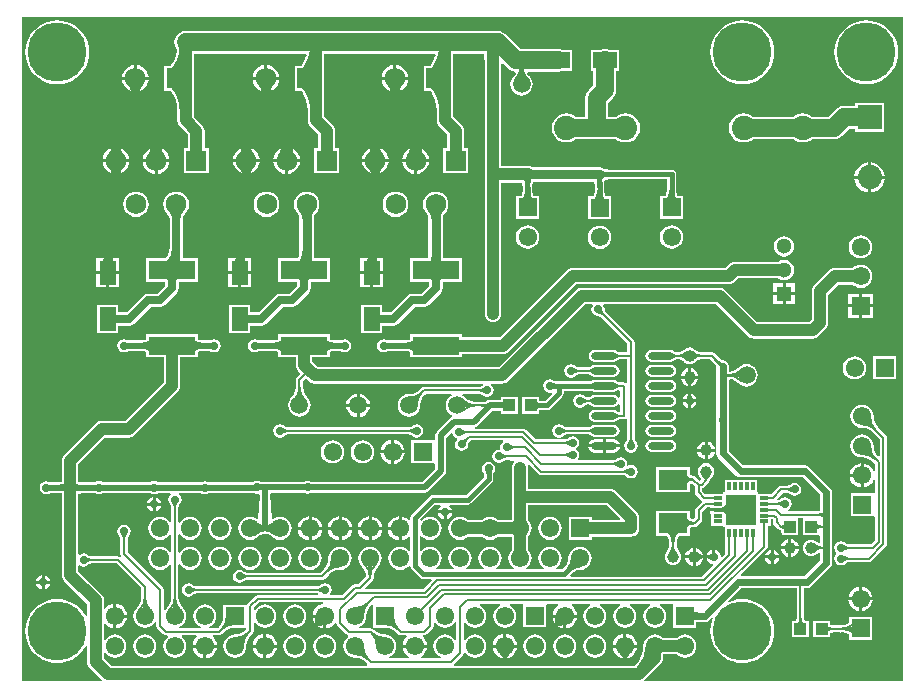
<source format=gtl>
%FSLAX25Y25*%
%MOIN*%
G70*
G01*
G75*
G04 Layer_Physical_Order=1*
G04 Layer_Color=255*
%ADD10C,0.00787*%
%ADD11C,0.01575*%
%ADD12C,0.02756*%
%ADD13C,0.03150*%
%ADD14C,0.01969*%
%ADD15C,0.01181*%
%ADD16C,0.03937*%
%ADD17C,0.02362*%
%ADD18C,0.05906*%
%ADD19R,0.03937X0.03937*%
%ADD20O,0.08661X0.02362*%
%ADD21C,0.03937*%
%ADD22R,0.09449X0.06693*%
%ADD23R,0.15748X0.06299*%
%ADD24R,0.07874X0.05512*%
%ADD25R,0.05512X0.07874*%
%ADD26R,0.01181X0.02874*%
%ADD27R,0.02874X0.01181*%
%ADD28R,0.09843X0.09843*%
%ADD29C,0.05906*%
%ADD30R,0.05118X0.05118*%
%ADD31C,0.05118*%
%ADD32R,0.06890X0.06890*%
%ADD33C,0.06890*%
%ADD34C,0.06102*%
%ADD35R,0.06102X0.06102*%
%ADD36R,0.06102X0.06102*%
%ADD37R,0.06102X0.06000*%
%ADD38C,0.19685*%
%ADD39R,0.08071X0.08071*%
%ADD40C,0.08071*%
%ADD41C,0.02756*%
%ADD42C,0.02362*%
G36*
X233622Y109441D02*
X234643Y108570D01*
X234852Y108430D01*
X235042Y108321D01*
X235213Y108243D01*
X235366Y108197D01*
X235501Y108181D01*
X234319Y106999D01*
X234303Y107134D01*
X234257Y107287D01*
X234179Y107458D01*
X234070Y107648D01*
X233930Y107857D01*
X233759Y108084D01*
X233324Y108595D01*
X232764Y109179D01*
X233321Y109736D01*
X233622Y109441D01*
D02*
G37*
G36*
X16609Y65158D02*
X16493Y65236D01*
X16308Y65305D01*
X16055Y65367D01*
X15732Y65420D01*
X14882Y65502D01*
X13092Y65563D01*
X12358Y65567D01*
Y67535D01*
X13092Y67540D01*
X16055Y67736D01*
X16308Y67797D01*
X16493Y67866D01*
X16609Y67944D01*
Y65158D01*
D02*
G37*
G36*
X19507Y67866D02*
X19692Y67797D01*
X19945Y67736D01*
X20267Y67682D01*
X21118Y67601D01*
X22908Y67540D01*
X23642Y67535D01*
Y65567D01*
X22908Y65563D01*
X19945Y65367D01*
X19692Y65305D01*
X19507Y65236D01*
X19391Y65158D01*
Y67944D01*
X19507Y67866D01*
D02*
G37*
G36*
X236441Y104752D02*
X236582Y104677D01*
X236758Y104610D01*
X236970Y104553D01*
X237216Y104504D01*
X237498Y104464D01*
X238167Y104411D01*
X238976Y104394D01*
Y103606D01*
X238554Y103602D01*
X237216Y103496D01*
X236970Y103447D01*
X236758Y103390D01*
X236582Y103323D01*
X236441Y103248D01*
X236335Y103164D01*
Y104836D01*
X236441Y104752D01*
D02*
G37*
G36*
X119114Y27585D02*
Y19941D01*
X122837D01*
X122953Y19918D01*
Y19918D01*
X122971Y19933D01*
X124306Y19758D01*
X125568Y19235D01*
X126541Y18488D01*
X126628Y18382D01*
X126638Y18391D01*
X126638Y18391D01*
X127381Y17649D01*
X127381Y17649D01*
X127772Y17387D01*
X127772Y17387D01*
X127772Y17387D01*
D01*
X127772Y17387D01*
X127772Y17387D01*
X128233Y17296D01*
X130103D01*
X130264Y16822D01*
X130064Y16669D01*
X129414Y15823D01*
X129006Y14837D01*
X128933Y14279D01*
X136973D01*
X136900Y14837D01*
X136492Y15823D01*
X135842Y16669D01*
X135643Y16822D01*
X135803Y17296D01*
X136000D01*
X136000Y17296D01*
X136461Y17387D01*
X136852Y17649D01*
X138851Y19648D01*
X138851Y19648D01*
X139113Y20039D01*
X139204Y20500D01*
X139204Y20500D01*
Y21582D01*
X139678Y21743D01*
X140215Y21042D01*
X141017Y20426D01*
X141951Y20040D01*
X142953Y19908D01*
X143955Y20040D01*
X144889Y20426D01*
X145691Y21042D01*
X146306Y21844D01*
X146796Y21641D01*
Y15918D01*
X146306Y15715D01*
X145691Y16517D01*
X144889Y17132D01*
X143955Y17519D01*
X142953Y17651D01*
X141951Y17519D01*
X141017Y17132D01*
X140215Y16517D01*
X139600Y15715D01*
X139213Y14782D01*
X139081Y13780D01*
X139213Y12777D01*
X139600Y11844D01*
X140215Y11042D01*
X141017Y10426D01*
X141577Y10195D01*
X141480Y9704D01*
X134982D01*
X134885Y10195D01*
X134996Y10241D01*
X135842Y10890D01*
X136492Y11737D01*
X136900Y12722D01*
X136973Y13280D01*
X128933D01*
X129006Y12722D01*
X129414Y11737D01*
X130064Y10890D01*
X130910Y10241D01*
X131021Y10195D01*
X130924Y9704D01*
X124427D01*
X124329Y10195D01*
X124889Y10426D01*
X125691Y11042D01*
X126306Y11844D01*
X126693Y12777D01*
X126825Y13780D01*
X126693Y14782D01*
X126306Y15715D01*
X125691Y16517D01*
X124889Y17132D01*
X123955Y17519D01*
X122953Y17651D01*
X122847Y17637D01*
X121600Y17802D01*
X120338Y18324D01*
X119365Y19071D01*
X119365Y19071D01*
X119282Y19173D01*
D01*
D01*
X119280Y19174D01*
X119279Y19176D01*
X119278Y19177D01*
X119278Y19177D01*
D01*
D01*
D01*
D01*
D01*
X119278Y19177D01*
D01*
X119268Y19168D01*
X119268D01*
X119268Y19168D01*
X119084Y19352D01*
X118693Y19613D01*
X118233Y19704D01*
X118233Y19704D01*
X114427D01*
X114329Y20195D01*
X114889Y20426D01*
X115691Y21042D01*
X116306Y21844D01*
X116693Y22777D01*
X116825Y23779D01*
X116811Y23885D01*
X116975Y25133D01*
X117498Y26394D01*
X118245Y27368D01*
X118351Y27455D01*
X118341Y27465D01*
X118341Y27465D01*
X118653Y27776D01*
X119114Y27585D01*
D02*
G37*
G36*
X295500Y2000D02*
X209547D01*
X209386Y2473D01*
X209466Y2534D01*
X210364Y3433D01*
X210379Y3418D01*
X210556Y3625D01*
X214918Y7987D01*
X215360Y8563D01*
X215638Y9233D01*
X215732Y9953D01*
X215733Y9953D01*
X215732Y9953D01*
Y9953D01*
Y11000D01*
X220270D01*
X221017Y10426D01*
X221951Y10040D01*
X222953Y9908D01*
X223955Y10040D01*
X224889Y10426D01*
X225691Y11042D01*
X226306Y11844D01*
X226693Y12777D01*
X226824Y13780D01*
X226693Y14782D01*
X226306Y15715D01*
X225691Y16517D01*
X224889Y17132D01*
X223955Y17519D01*
X222953Y17651D01*
X221951Y17519D01*
X221017Y17132D01*
X220270Y16559D01*
X215636D01*
X214889Y17132D01*
X213955Y17519D01*
X212953Y17651D01*
X211951Y17519D01*
X211017Y17132D01*
X210215Y16517D01*
X209600Y15715D01*
X209213Y14782D01*
X209081Y13780D01*
X209096Y13663D01*
X208933Y12006D01*
X208416Y10301D01*
X207576Y8729D01*
X206559Y7490D01*
X206433Y7364D01*
X206433D01*
X206433Y7364D01*
D01*
D01*
Y7364D01*
X206433Y7364D01*
D01*
D01*
D01*
X206433Y7364D01*
D01*
X206349Y7280D01*
X146136D01*
X145945Y7742D01*
X148852Y10649D01*
X149113Y11039D01*
X149204Y11500D01*
X149204Y11500D01*
Y11500D01*
Y11500D01*
X149204D01*
X149204D01*
Y11582D01*
X149204Y11582D01*
X149678Y11743D01*
X150215Y11042D01*
X151017Y10426D01*
X151951Y10040D01*
X152953Y9908D01*
X153955Y10040D01*
X154889Y10426D01*
X155691Y11042D01*
X156306Y11844D01*
X156693Y12777D01*
X156825Y13780D01*
X156693Y14782D01*
X156306Y15715D01*
X155691Y16517D01*
X154889Y17132D01*
X153955Y17519D01*
X152953Y17651D01*
X151951Y17519D01*
X151017Y17132D01*
X150215Y16517D01*
X149678Y15816D01*
X149204Y15977D01*
Y21582D01*
X149678Y21743D01*
X150215Y21042D01*
X151017Y20426D01*
X151951Y20040D01*
X152953Y19908D01*
X153955Y20040D01*
X154889Y20426D01*
X155691Y21042D01*
X156306Y21844D01*
X156693Y22777D01*
X156825Y23779D01*
X156693Y24782D01*
X156306Y25715D01*
X155691Y26517D01*
X154889Y27132D01*
X154472Y27305D01*
X154569Y27796D01*
X161337D01*
X161434Y27305D01*
X161017Y27132D01*
X160215Y26517D01*
X159600Y25715D01*
X159213Y24782D01*
X159081Y23779D01*
X159213Y22777D01*
X159600Y21844D01*
X160215Y21042D01*
X161017Y20426D01*
X161951Y20040D01*
X162953Y19908D01*
X163955Y20040D01*
X164889Y20426D01*
X165691Y21042D01*
X166306Y21844D01*
X166693Y22777D01*
X166825Y23779D01*
X166693Y24782D01*
X166306Y25715D01*
X165691Y26517D01*
X164889Y27132D01*
X164472Y27305D01*
X164569Y27796D01*
X169114D01*
Y27796D01*
Y27567D01*
X169114Y27442D01*
X169114Y27442D01*
X169114D01*
Y19992D01*
X176792D01*
Y27442D01*
X176792Y27442D01*
D01*
D01*
X176792Y27567D01*
D01*
X177021Y27796D01*
X180712D01*
X180910Y27318D01*
X180064Y26669D01*
X179414Y25823D01*
X179006Y24837D01*
X178933Y24280D01*
X186973D01*
X186900Y24837D01*
X186492Y25823D01*
X185842Y26669D01*
X184996Y27318D01*
X185194Y27796D01*
X191337D01*
X191435Y27305D01*
X191017Y27132D01*
X190215Y26517D01*
X189600Y25715D01*
X189213Y24782D01*
X189081Y23779D01*
X189213Y22777D01*
X189600Y21844D01*
X190215Y21042D01*
X191017Y20426D01*
X191951Y20040D01*
X192953Y19908D01*
X193955Y20040D01*
X194889Y20426D01*
X195691Y21042D01*
X196306Y21844D01*
X196693Y22777D01*
X196825Y23779D01*
X196693Y24782D01*
X196306Y25715D01*
X195691Y26517D01*
X194889Y27132D01*
X194472Y27305D01*
X194569Y27796D01*
X201337D01*
X201434Y27305D01*
X201017Y27132D01*
X200215Y26517D01*
X199600Y25715D01*
X199213Y24782D01*
X199081Y23779D01*
X199213Y22777D01*
X199600Y21844D01*
X200215Y21042D01*
X201017Y20426D01*
X201951Y20040D01*
X202953Y19908D01*
X203955Y20040D01*
X204889Y20426D01*
X205691Y21042D01*
X206306Y21844D01*
X206693Y22777D01*
X206824Y23779D01*
X206693Y24782D01*
X206306Y25715D01*
X205691Y26517D01*
X204889Y27132D01*
X204471Y27305D01*
X204569Y27796D01*
X211337D01*
X211434Y27305D01*
X211017Y27132D01*
X210215Y26517D01*
X209600Y25715D01*
X209213Y24782D01*
X209081Y23779D01*
X209213Y22777D01*
X209600Y21844D01*
X210215Y21042D01*
X211017Y20426D01*
X211951Y20040D01*
X212953Y19908D01*
X213955Y20040D01*
X214889Y20426D01*
X215690Y21042D01*
X216306Y21844D01*
X216692Y22777D01*
X216825Y23779D01*
X216692Y24782D01*
X216306Y25715D01*
X215690Y26517D01*
X214889Y27132D01*
X214471Y27305D01*
X214569Y27796D01*
X219114D01*
Y27618D01*
X219114D01*
Y19941D01*
X226791D01*
Y21675D01*
X227279Y21772D01*
X229529D01*
X230297Y21925D01*
X230948Y22360D01*
X232014Y23427D01*
X232430Y23149D01*
X231985Y22074D01*
X231594Y20448D01*
X231463Y18779D01*
X231594Y17111D01*
X231985Y15484D01*
X232625Y13939D01*
X233500Y12512D01*
X234586Y11240D01*
X235858Y10153D01*
X237285Y9279D01*
X238831Y8638D01*
X240458Y8248D01*
X242126Y8117D01*
X243794Y8248D01*
X245421Y8638D01*
X246967Y9279D01*
X248393Y10153D01*
X249666Y11240D01*
X250752Y12512D01*
X251626Y13939D01*
X252267Y15484D01*
X252657Y17111D01*
X252789Y18779D01*
X252657Y20448D01*
X252267Y22074D01*
X251626Y23620D01*
X250752Y25047D01*
X249666Y26319D01*
X248393Y27406D01*
X246967Y28280D01*
X245421Y28920D01*
X243794Y29311D01*
X242126Y29442D01*
X240458Y29311D01*
X238831Y28920D01*
X237756Y28475D01*
X237478Y28891D01*
X241580Y32993D01*
X260252D01*
Y23302D01*
X260233D01*
X260240Y23244D01*
X260159Y22631D01*
X260004Y22256D01*
X258701D01*
Y16744D01*
X264213D01*
Y22256D01*
X262909D01*
X262754Y22631D01*
X262673Y23244D01*
X262681Y23302D01*
X262661D01*
Y32993D01*
X263500D01*
X264268Y33146D01*
X264919Y33581D01*
X271419Y40081D01*
X271854Y40732D01*
X272007Y41500D01*
Y46500D01*
Y53500D01*
Y57500D01*
Y65000D01*
X271880Y65641D01*
X271854Y65768D01*
X271419Y66419D01*
X264419Y73419D01*
X263768Y73854D01*
X263000Y74007D01*
X242331D01*
X237507Y78831D01*
Y88106D01*
X237540Y88155D01*
X237708Y89000D01*
X237540Y89845D01*
X237507Y89894D01*
Y102408D01*
X237883Y102738D01*
X238613Y102642D01*
X239817Y102143D01*
X240774Y101408D01*
X240832Y101332D01*
X241614Y100733D01*
X242524Y100356D01*
X243500Y100228D01*
X244476Y100356D01*
X245386Y100733D01*
X246167Y101332D01*
X246767Y102114D01*
X247144Y103024D01*
X247272Y104000D01*
X247144Y104976D01*
X246767Y105886D01*
X246167Y106667D01*
X245386Y107267D01*
X244476Y107644D01*
X243500Y107772D01*
X242524Y107644D01*
X241614Y107267D01*
X240832Y106667D01*
X240774Y106592D01*
X239817Y105857D01*
X238613Y105358D01*
X237883Y105262D01*
X237507Y105592D01*
Y107000D01*
X237354Y107768D01*
X236919Y108419D01*
X236268Y108854D01*
X235500Y109007D01*
X235482Y109003D01*
X235408Y109037D01*
X235275Y109113D01*
X235129Y109211D01*
X234199Y110004D01*
X232808Y111395D01*
X232417Y111656D01*
X231957Y111748D01*
X231957Y111748D01*
X228322D01*
X228302Y111767D01*
Y111767D01*
D01*
D01*
D01*
X228302D01*
X228302D01*
D01*
D01*
X228300Y111767D01*
Y111767D01*
D01*
Y111767D01*
X228244Y111760D01*
X227631Y111841D01*
X227005Y112100D01*
X226468Y112512D01*
X226466Y112509D01*
X225890Y112951D01*
X225219Y113228D01*
X224500Y113323D01*
X223781Y113228D01*
X223110Y112951D01*
X222534Y112509D01*
X222533Y112511D01*
X221965Y112075D01*
X221303Y111801D01*
X220594Y111708D01*
Y111704D01*
X219999D01*
Y111718D01*
X219738Y111770D01*
X219520Y111916D01*
X219518Y111919D01*
X218866Y112354D01*
X218098Y112507D01*
X211799D01*
X211031Y112354D01*
X210380Y111919D01*
X209945Y111268D01*
X209792Y110500D01*
X209945Y109732D01*
X210380Y109081D01*
X211031Y108646D01*
X211799Y108493D01*
X218098D01*
X218866Y108646D01*
X219518Y109081D01*
X219520Y109084D01*
X219738Y109230D01*
X219999Y109282D01*
Y109292D01*
Y109296D01*
X220594D01*
Y109275D01*
X220754Y109296D01*
X220906D01*
X221748Y109128D01*
X222495Y108629D01*
X222534Y108578D01*
X223110Y108136D01*
X223781Y107858D01*
X224500Y107764D01*
X225219Y107858D01*
X225890Y108136D01*
X226466Y108578D01*
X226468Y108575D01*
X227005Y108987D01*
X227631Y109246D01*
X228244Y109327D01*
X228302Y109319D01*
Y109339D01*
X231458D01*
X232434Y108363D01*
X232728Y108056D01*
X233132Y107582D01*
X233275Y107392D01*
X233387Y107225D01*
X233463Y107092D01*
X233497Y107018D01*
X233493Y107000D01*
Y104000D01*
Y89894D01*
X233460Y89845D01*
X233292Y89000D01*
X233460Y88155D01*
X233493Y88106D01*
Y79077D01*
X233433Y79073D01*
Y79014D01*
X233493Y79010D01*
Y78000D01*
X233493Y78000D01*
X233493D01*
X233646Y77232D01*
X234081Y76581D01*
X240081Y70581D01*
X240732Y70146D01*
X241500Y69993D01*
X262169D01*
X267993Y64169D01*
Y58786D01*
X266956Y58704D01*
X257312D01*
X257167Y59183D01*
X257856Y59644D01*
X258335Y60360D01*
X258503Y61205D01*
X258335Y62050D01*
X257856Y62766D01*
X257140Y63244D01*
X256295Y63412D01*
X255450Y63244D01*
X254734Y62766D01*
X254713Y62734D01*
X254366Y62502D01*
X253929Y62415D01*
X253919Y62416D01*
Y62413D01*
Y62409D01*
X253765D01*
X253574Y62871D01*
X255499Y64796D01*
X257124D01*
Y64791D01*
Y64788D01*
X257133Y64789D01*
X257571Y64702D01*
X257918Y64470D01*
X257939Y64439D01*
X258655Y63960D01*
X259500Y63792D01*
X260345Y63960D01*
X261061Y64439D01*
X261540Y65155D01*
X261708Y66000D01*
X261540Y66845D01*
X261061Y67561D01*
X260345Y68040D01*
X259500Y68208D01*
X258655Y68040D01*
X257939Y67561D01*
X257918Y67529D01*
X257571Y67298D01*
X257133Y67211D01*
X257124Y67212D01*
Y67209D01*
Y67204D01*
X255000D01*
X255000Y67204D01*
X254539Y67113D01*
X254149Y66852D01*
X254149Y66852D01*
X251848Y64551D01*
X251524Y64551D01*
Y64551D01*
X247484D01*
Y65158D01*
X246878D01*
Y69197D01*
X236248D01*
Y65158D01*
X235642D01*
Y64551D01*
X231602D01*
Y64377D01*
X229826D01*
X228704Y65499D01*
Y66336D01*
X228961Y66387D01*
X229351Y66649D01*
X230852Y68148D01*
X231113Y68539D01*
X231204Y69000D01*
D01*
D01*
D01*
X231204Y69000D01*
D01*
X231204Y69000D01*
X231216D01*
X231275Y69295D01*
X231442Y69546D01*
X231566Y69628D01*
X231541Y69665D01*
X231606Y69715D01*
X231730Y69798D01*
X231747Y69824D01*
X231965Y69991D01*
X232407Y70567D01*
X232685Y71237D01*
X232780Y71957D01*
X232685Y72676D01*
X232407Y73347D01*
X231965Y73922D01*
X231390Y74364D01*
X230719Y74642D01*
X230000Y74736D01*
X229281Y74642D01*
X228610Y74364D01*
X228034Y73922D01*
X227593Y73347D01*
X227315Y72676D01*
X227220Y71957D01*
X227315Y71237D01*
X227593Y70567D01*
X228034Y69991D01*
X228253Y69824D01*
X228270Y69798D01*
X228394Y69715D01*
X228443Y69678D01*
X228445Y69644D01*
X228434Y69628D01*
X228434Y69628D01*
X228447Y69615D01*
X228467Y69318D01*
X228125Y68953D01*
X227750D01*
X226568Y70135D01*
X226177Y70396D01*
X225717Y70488D01*
D01*
D01*
D01*
X225717Y70488D01*
D01*
X225716Y70504D01*
X225714Y70503D01*
Y70503D01*
X225624Y70491D01*
X224890Y70638D01*
X224512Y70890D01*
Y73417D01*
X213488D01*
Y65150D01*
X224512D01*
Y67677D01*
X224890Y67930D01*
X225288Y68009D01*
X226296Y67001D01*
Y65000D01*
X226296Y65000D01*
X226387Y64539D01*
X226648Y64148D01*
X228475Y62322D01*
X228475Y62322D01*
X228533Y62283D01*
X228582Y61785D01*
X226648Y59851D01*
X226387Y59461D01*
X226296Y59000D01*
X226296Y59000D01*
Y56499D01*
X225776Y55979D01*
X225416Y56027D01*
X224671Y56335D01*
X224512Y56457D01*
Y58850D01*
X213488D01*
Y50583D01*
X217002D01*
X217578Y49194D01*
X217753Y47865D01*
Y47664D01*
X217735Y47483D01*
X217735D01*
Y47304D01*
X217733Y47302D01*
X217733D01*
X217740Y47244D01*
X217659Y46631D01*
X217400Y46005D01*
X216988Y45468D01*
X216991Y45465D01*
X216549Y44890D01*
X216272Y44219D01*
X216177Y43500D01*
X216272Y42781D01*
X216549Y42110D01*
X216991Y41535D01*
X217567Y41093D01*
X218237Y40815D01*
X218957Y40720D01*
X219676Y40815D01*
X220346Y41093D01*
X220922Y41535D01*
X221364Y42110D01*
X221642Y42781D01*
X221736Y43500D01*
X221642Y44219D01*
X221364Y44890D01*
X220922Y45465D01*
X220925Y45468D01*
X220918Y45477D01*
Y45477D01*
X220918D01*
X220513Y46005D01*
X220254Y46631D01*
X220173Y47244D01*
X220181Y47302D01*
X220161D01*
Y47508D01*
X220275Y48669D01*
X220621Y49808D01*
X221035Y50583D01*
X224512D01*
Y52976D01*
X224671Y53098D01*
X225416Y53407D01*
X226126Y53500D01*
X226213Y53489D01*
D01*
X226216Y53488D01*
X226217Y53512D01*
D01*
D01*
D01*
X226677Y53604D01*
X227068Y53865D01*
X228351Y55149D01*
X228351Y55149D01*
X228613Y55539D01*
X228704Y56000D01*
X228704Y56000D01*
Y58501D01*
X230204Y60000D01*
X231390D01*
Y59736D01*
X233827D01*
Y58736D01*
X231390D01*
Y57646D01*
X231602D01*
Y55890D01*
Y53921D01*
X235642D01*
Y53315D01*
X236248D01*
Y49276D01*
X236422D01*
Y44625D01*
X235361Y43564D01*
X234883Y43709D01*
X234740Y44428D01*
X234214Y45214D01*
X233428Y45740D01*
X233000Y45825D01*
Y43500D01*
X232500D01*
Y43000D01*
X230175D01*
X230260Y42572D01*
X230786Y41786D01*
X231572Y41260D01*
X232291Y41117D01*
X232436Y40639D01*
X228726Y36929D01*
X184853D01*
X184661Y37391D01*
X185271Y38000D01*
X185271Y38000D01*
X185273Y37998D01*
X185294Y38023D01*
X185346Y38075D01*
X186063Y38626D01*
X186997Y39013D01*
X187938Y39136D01*
X188000Y39128D01*
X189002Y39260D01*
X189936Y39647D01*
X190738Y40262D01*
X191353Y41064D01*
X191740Y41998D01*
X191872Y43000D01*
X191740Y44002D01*
X191353Y44936D01*
X190738Y45738D01*
X189936Y46353D01*
X189002Y46740D01*
X188000Y46872D01*
X186998Y46740D01*
X186064Y46353D01*
X185262Y45738D01*
X184647Y44936D01*
X184260Y44002D01*
X184128Y43000D01*
X184136Y42938D01*
X184013Y41997D01*
X183626Y41063D01*
X183075Y40346D01*
X183023Y40294D01*
X182998Y40273D01*
X183000Y40271D01*
X183000Y40271D01*
X182028Y39299D01*
X180260D01*
X180099Y39772D01*
X180738Y40262D01*
X181353Y41064D01*
X181740Y41998D01*
X181872Y43000D01*
X181740Y44002D01*
X181353Y44936D01*
X180738Y45738D01*
X179936Y46353D01*
X179002Y46740D01*
X178000Y46872D01*
X176998Y46740D01*
X176064Y46353D01*
X175262Y45738D01*
X174647Y44936D01*
X174260Y44002D01*
X174128Y43000D01*
X174260Y41998D01*
X174647Y41064D01*
X175262Y40262D01*
X175901Y39772D01*
X175741Y39299D01*
X170259D01*
X170099Y39772D01*
X170738Y40262D01*
X171353Y41064D01*
X171740Y41998D01*
X171872Y43000D01*
X171740Y44002D01*
X171353Y44936D01*
X170780Y45683D01*
Y50317D01*
X171353Y51064D01*
X171740Y51998D01*
X171872Y53000D01*
X171740Y54002D01*
X171353Y54936D01*
X170780Y55683D01*
Y60720D01*
X196849D01*
X201327Y56242D01*
X201136Y55780D01*
X191839D01*
Y56839D01*
X184161D01*
Y49161D01*
X191839D01*
Y50220D01*
X205000D01*
X205719Y50315D01*
X206390Y50593D01*
X206965Y51034D01*
X207407Y51610D01*
X207685Y52281D01*
X207780Y53000D01*
Y56500D01*
X207685Y57219D01*
X207604Y57416D01*
X207407Y57890D01*
X206965Y58465D01*
X199966Y65465D01*
X199390Y65907D01*
X198719Y66185D01*
X198000Y66280D01*
X170780D01*
Y73000D01*
X170685Y73719D01*
X170544Y74059D01*
X170960Y74337D01*
X174207Y71089D01*
X174598Y70828D01*
X175059Y70737D01*
X202624D01*
Y70732D01*
Y70729D01*
X202633Y70730D01*
X203071Y70643D01*
X203418Y70411D01*
X203439Y70380D01*
X204155Y69901D01*
X205000Y69733D01*
X205845Y69901D01*
X206561Y70380D01*
X207040Y71096D01*
X207208Y71941D01*
X207040Y72786D01*
X206561Y73502D01*
X205845Y73981D01*
X205000Y74149D01*
X204155Y73981D01*
X204063Y73919D01*
X203647Y74197D01*
X203708Y74500D01*
X203540Y75345D01*
X203061Y76061D01*
X202345Y76540D01*
X201500Y76708D01*
X200655Y76540D01*
X199939Y76061D01*
X199918Y76029D01*
X199571Y75797D01*
X199133Y75711D01*
X199124Y75712D01*
Y75709D01*
Y75704D01*
X187435D01*
X187199Y76145D01*
X187540Y76655D01*
X187708Y77500D01*
X187540Y78345D01*
X187061Y79061D01*
X186778Y79250D01*
Y79750D01*
X187061Y79939D01*
X187540Y80655D01*
X187708Y81500D01*
X187540Y82345D01*
X187061Y83061D01*
X186345Y83540D01*
X185500Y83708D01*
X184655Y83540D01*
X183939Y83061D01*
X183918Y83030D01*
X183571Y82797D01*
X183133Y82711D01*
X183124Y82712D01*
Y82709D01*
Y82704D01*
X173226D01*
X170004Y85926D01*
X169613Y86187D01*
X169152Y86279D01*
X169152Y86279D01*
X152966D01*
X152917Y86777D01*
X153191Y86831D01*
X153777Y87223D01*
X158748Y92194D01*
X161701D01*
Y91244D01*
X167213D01*
Y96756D01*
X161701D01*
Y95806D01*
X158000D01*
X157309Y95669D01*
X156795Y95326D01*
X156766Y95316D01*
X156655Y95291D01*
X156518Y95268D01*
X155727Y95217D01*
X155534Y95204D01*
X153178D01*
Y95217D01*
X153055Y95205D01*
X151887Y95358D01*
X150683Y95857D01*
X149726Y96592D01*
X149668Y96667D01*
X148886Y97267D01*
X148794Y97305D01*
X148891Y97796D01*
X154624D01*
Y97791D01*
Y97788D01*
X154633Y97789D01*
X155071Y97702D01*
X155418Y97470D01*
X155439Y97439D01*
X156155Y96960D01*
X157000Y96792D01*
X157845Y96960D01*
X158561Y97439D01*
X159040Y98155D01*
X159208Y99000D01*
X159040Y99845D01*
X158561Y100561D01*
X158291Y100742D01*
X158436Y101220D01*
X162000D01*
X162719Y101315D01*
X163390Y101593D01*
X163965Y102034D01*
X163965Y102034D01*
X163965Y102034D01*
X189651Y127720D01*
X192015D01*
X192251Y127279D01*
X191960Y126845D01*
X191792Y126000D01*
X191960Y125155D01*
X192439Y124439D01*
X193155Y123960D01*
X194000Y123792D01*
X194037Y123800D01*
X194447Y123718D01*
X194817Y123470D01*
X194823Y123463D01*
X194826Y123465D01*
X194829Y123468D01*
X203796Y114501D01*
Y111704D01*
X201102D01*
Y111718D01*
X200840Y111770D01*
X200622Y111916D01*
X200620Y111919D01*
X199969Y112354D01*
X199201Y112507D01*
X192902D01*
X192133Y112354D01*
X191482Y111919D01*
X191047Y111268D01*
X190894Y110500D01*
X191047Y109732D01*
X191482Y109081D01*
X192133Y108646D01*
X192902Y108493D01*
X199201D01*
X199969Y108646D01*
X200620Y109081D01*
X200622Y109084D01*
X200840Y109230D01*
X201102Y109282D01*
Y109292D01*
Y109296D01*
X203796D01*
Y108500D01*
Y101648D01*
X203351Y101351D01*
X202961Y101613D01*
X202500Y101704D01*
X201102D01*
Y101708D01*
Y101718D01*
X200840Y101770D01*
X200622Y101916D01*
X200620Y101919D01*
X199969Y102354D01*
X199201Y102507D01*
X192902D01*
X192133Y102354D01*
X191761Y102106D01*
X179511D01*
X179467Y102124D01*
X178845Y102540D01*
X178000Y102708D01*
X177155Y102540D01*
X176439Y102061D01*
X175960Y101345D01*
X175792Y100500D01*
X175960Y99655D01*
X176439Y98939D01*
X177155Y98460D01*
X178000Y98292D01*
X178430Y98378D01*
X178666Y97937D01*
X176335Y95606D01*
X174395D01*
X174395Y95613D01*
X174395D01*
X174299Y96338D01*
Y96756D01*
X168787D01*
Y91244D01*
X174299D01*
Y91662D01*
X174395Y92387D01*
X174395D01*
X174395Y92394D01*
X177000D01*
X177000Y92394D01*
X177513Y92496D01*
X177614Y92517D01*
X178135Y92865D01*
X182135Y96865D01*
X182135Y96865D01*
X182483Y97386D01*
X182606Y98000D01*
Y98894D01*
X191761D01*
X192133Y98646D01*
X192902Y98493D01*
X199201D01*
X199969Y98646D01*
X200620Y99081D01*
Y99081D01*
X200909Y99244D01*
X201296Y98927D01*
Y96769D01*
X200817Y96624D01*
X200620Y96919D01*
X199969Y97354D01*
X199201Y97507D01*
X192902D01*
X192133Y97354D01*
X191482Y96919D01*
X191480Y96916D01*
X191262Y96770D01*
X191001Y96718D01*
Y96704D01*
X190376D01*
Y96709D01*
Y96712D01*
X190367Y96711D01*
X189929Y96798D01*
X189582Y97030D01*
X189561Y97061D01*
X188845Y97540D01*
X188000Y97708D01*
X187155Y97540D01*
X186439Y97061D01*
X185960Y96345D01*
X185792Y95500D01*
X185960Y94655D01*
X186439Y93939D01*
X187155Y93460D01*
X188000Y93292D01*
X188845Y93460D01*
X189561Y93939D01*
X189582Y93971D01*
X189929Y94203D01*
X190367Y94289D01*
X190376Y94288D01*
Y94296D01*
X191001D01*
Y94292D01*
Y94282D01*
X191262Y94230D01*
X191480Y94084D01*
X191482Y94081D01*
X192133Y93646D01*
X192902Y93493D01*
X199201D01*
X199969Y93646D01*
X200620Y94081D01*
X200817Y94376D01*
X201296Y94231D01*
Y92074D01*
X200909Y91756D01*
X200620Y91919D01*
Y91919D01*
X199969Y92354D01*
X199201Y92507D01*
X192902D01*
X192133Y92354D01*
X191482Y91919D01*
X191047Y91268D01*
X190894Y90500D01*
X191047Y89732D01*
X191482Y89081D01*
X192133Y88646D01*
X192902Y88493D01*
X199201D01*
X199969Y88646D01*
X200620Y89081D01*
X200622Y89084D01*
X200840Y89230D01*
X201102Y89282D01*
Y89292D01*
Y89296D01*
X202500D01*
X202961Y89387D01*
X203351Y89648D01*
X203796Y89352D01*
Y82876D01*
X203788D01*
X203789Y82867D01*
X203702Y82429D01*
X203470Y82082D01*
X203439Y82061D01*
X202960Y81345D01*
X202792Y80500D01*
X202960Y79655D01*
X203439Y78939D01*
X204155Y78460D01*
X205000Y78292D01*
X205845Y78460D01*
X206561Y78939D01*
X207040Y79655D01*
X207208Y80500D01*
X207040Y81345D01*
X206561Y82061D01*
X206529Y82082D01*
X206297Y82429D01*
X206211Y82867D01*
X206212Y82876D01*
X206204D01*
Y108500D01*
Y115000D01*
X206204Y115000D01*
X206113Y115461D01*
X205852Y115851D01*
X196532Y125171D01*
X196537Y125177D01*
X196529Y125182D01*
X196282Y125553D01*
X196200Y125963D01*
X196208Y126000D01*
X196040Y126845D01*
X195749Y127279D01*
X195985Y127720D01*
X233349D01*
X244035Y117034D01*
X244610Y116593D01*
X245281Y116315D01*
X246000Y116220D01*
X265500D01*
X266219Y116315D01*
X266890Y116593D01*
X267465Y117034D01*
X269966Y119535D01*
X270407Y120110D01*
X270685Y120781D01*
X270780Y121500D01*
Y130849D01*
X274151Y134220D01*
X278817D01*
X279564Y133647D01*
X280498Y133260D01*
X281500Y133128D01*
X282502Y133260D01*
X283436Y133647D01*
X284238Y134262D01*
X284853Y135064D01*
X285240Y135998D01*
X285372Y137000D01*
X285240Y138002D01*
X284853Y138936D01*
X284238Y139738D01*
X283436Y140353D01*
X282502Y140740D01*
X281500Y140872D01*
X280498Y140740D01*
X279564Y140353D01*
X278817Y139780D01*
X273000D01*
X272281Y139685D01*
X271610Y139407D01*
X271035Y138965D01*
X266035Y133966D01*
X265593Y133390D01*
X265315Y132719D01*
X265220Y132000D01*
Y122651D01*
X264349Y121780D01*
X247151D01*
X236466Y132466D01*
X235890Y132907D01*
X235219Y133185D01*
X234500Y133280D01*
X188500D01*
X187781Y133185D01*
X187110Y132907D01*
X186535Y132466D01*
X160849Y106780D01*
X100651D01*
X99716Y107715D01*
X98780Y108651D01*
Y109965D01*
X104661D01*
Y111826D01*
X105063Y111992D01*
X105845Y112095D01*
X108306D01*
X108655Y111862D01*
X109500Y111694D01*
X110345Y111862D01*
X111061Y112340D01*
X111540Y113057D01*
X111708Y113902D01*
X111540Y114746D01*
X111061Y115463D01*
X110345Y115941D01*
X109500Y116109D01*
X108655Y115941D01*
X108306Y115708D01*
X105845D01*
X105063Y115811D01*
X104661Y115977D01*
Y117839D01*
X87339D01*
Y115977D01*
X86937Y115811D01*
X86155Y115708D01*
X80694D01*
X80345Y115941D01*
X79500Y116109D01*
X78655Y115941D01*
X77939Y115463D01*
X77460Y114746D01*
X77292Y113902D01*
X77460Y113057D01*
X77939Y112340D01*
X78655Y111862D01*
X79500Y111694D01*
X80345Y111862D01*
X80694Y112095D01*
X86155D01*
X86937Y111992D01*
X87339Y111826D01*
Y109965D01*
X93220D01*
Y107500D01*
X93220Y107500D01*
X93220D01*
X93315Y106781D01*
X93593Y106110D01*
X94034Y105535D01*
X94683Y104886D01*
Y104386D01*
X93637Y103340D01*
X93376Y102949D01*
X93284Y102488D01*
X93284Y102488D01*
Y100178D01*
X93271D01*
X93284Y100055D01*
X93130Y98887D01*
X92631Y97683D01*
X91897Y96726D01*
X91821Y96667D01*
X91221Y95886D01*
X90844Y94976D01*
X90716Y94000D01*
X90844Y93024D01*
X91221Y92114D01*
X91821Y91333D01*
X92602Y90733D01*
X93512Y90356D01*
X94488Y90228D01*
X95465Y90356D01*
X96374Y90733D01*
X97156Y91333D01*
X97755Y92114D01*
X98132Y93024D01*
X98261Y94000D01*
X98132Y94976D01*
X97755Y95886D01*
X97156Y96667D01*
X97080Y96726D01*
X96345Y97683D01*
X95847Y98887D01*
X95693Y100055D01*
X95705Y100178D01*
X95692D01*
Y101989D01*
X96386Y102683D01*
X96886D01*
X97535Y102034D01*
X98110Y101593D01*
X98781Y101315D01*
X99500Y101220D01*
X155564D01*
X155709Y100742D01*
X155439Y100561D01*
X155418Y100530D01*
X155071Y100297D01*
X154633Y100211D01*
X154624Y100212D01*
Y100209D01*
Y100204D01*
X136000D01*
X136000Y100204D01*
X135539Y100113D01*
X135149Y99852D01*
X135149Y99852D01*
X134517Y99220D01*
X134517Y99220D01*
X134508Y99229D01*
X134430Y99133D01*
X133495Y98416D01*
X132291Y97917D01*
X131095Y97760D01*
X131000Y97772D01*
X130024Y97644D01*
X129114Y97267D01*
X128332Y96667D01*
X127733Y95886D01*
X127356Y94976D01*
X127228Y94000D01*
X127356Y93024D01*
X127733Y92114D01*
X128332Y91333D01*
X129114Y90733D01*
X130024Y90356D01*
X131000Y90228D01*
X131976Y90356D01*
X132886Y90733D01*
X133668Y91333D01*
X134267Y92114D01*
X134644Y93024D01*
X134772Y94000D01*
X134760Y94095D01*
X134917Y95291D01*
X135416Y96495D01*
X136133Y97430D01*
X136229Y97508D01*
X136220Y97517D01*
X136220Y97517D01*
X136499Y97796D01*
X145109D01*
X145206Y97305D01*
X145114Y97267D01*
X144333Y96667D01*
X143733Y95886D01*
X143356Y94976D01*
X143228Y94000D01*
X143356Y93024D01*
X143733Y92114D01*
X144333Y91333D01*
X145114Y90733D01*
X145204Y90696D01*
X145309Y90169D01*
X144723Y89777D01*
X140223Y85277D01*
X139831Y84691D01*
X139694Y84000D01*
X139694Y84000D01*
X139694D01*
X139694Y84000D01*
X139694D01*
Y82339D01*
X139339D01*
Y82339D01*
X131661D01*
Y74661D01*
X139339D01*
Y74661D01*
X139340D01*
X139694Y74308D01*
Y72748D01*
X135449Y68503D01*
X98479D01*
X98077Y68772D01*
X97232Y68940D01*
X96387Y68772D01*
X95985Y68503D01*
X81497D01*
X81148Y68737D01*
X80303Y68905D01*
X79458Y68737D01*
X78891Y68357D01*
X64127D01*
X63825Y68559D01*
X62980Y68727D01*
X62135Y68559D01*
X61833Y68357D01*
X47422D01*
X46967Y68662D01*
X46122Y68830D01*
X45277Y68662D01*
X44822Y68357D01*
X28912D01*
X28463Y68658D01*
X27618Y68826D01*
X26773Y68658D01*
X26324Y68357D01*
X22478D01*
X21170Y68402D01*
X20780Y68440D01*
Y74349D01*
X29651Y83220D01*
X37500D01*
X38219Y83315D01*
X38890Y83593D01*
X39465Y84035D01*
X53966Y98535D01*
X54407Y99110D01*
X54685Y99781D01*
X54780Y100500D01*
X54780Y100500D01*
X54780Y100500D01*
Y100500D01*
Y109965D01*
X60661D01*
Y111826D01*
X61063Y111992D01*
X61845Y112095D01*
X64806D01*
X65155Y111862D01*
X66000Y111694D01*
X66845Y111862D01*
X67561Y112340D01*
X68040Y113057D01*
X68208Y113902D01*
X68040Y114746D01*
X67561Y115463D01*
X66845Y115941D01*
X66000Y116109D01*
X65155Y115941D01*
X64806Y115708D01*
X61845D01*
X61063Y115811D01*
X60661Y115977D01*
Y117839D01*
X43339D01*
Y115977D01*
X42937Y115811D01*
X42155Y115708D01*
X37194D01*
X36845Y115941D01*
X36000Y116109D01*
X35155Y115941D01*
X34439Y115463D01*
X33960Y114746D01*
X33792Y113902D01*
X33960Y113057D01*
X34439Y112340D01*
X35155Y111862D01*
X36000Y111694D01*
X36845Y111862D01*
X37194Y112095D01*
X42155D01*
X42937Y111992D01*
X43339Y111826D01*
Y109965D01*
X49220D01*
Y101651D01*
X36349Y88780D01*
X28500D01*
X27781Y88685D01*
X27110Y88407D01*
X26535Y87966D01*
X16035Y77465D01*
X15593Y76890D01*
X15315Y76219D01*
X15220Y75500D01*
Y68485D01*
X13787Y68390D01*
X13295Y68357D01*
X11245D01*
X10896Y68591D01*
X10051Y68759D01*
X9206Y68591D01*
X8490Y68112D01*
X8011Y67396D01*
X7843Y66551D01*
X8011Y65706D01*
X8490Y64990D01*
X9206Y64512D01*
X10051Y64343D01*
X10896Y64512D01*
X11245Y64745D01*
X13522D01*
X14830Y64700D01*
X15220Y64662D01*
Y37500D01*
X15220Y37500D01*
X15220D01*
X15315Y36781D01*
X15593Y36110D01*
X16035Y35535D01*
X23720Y27849D01*
Y23823D01*
X23239Y23687D01*
X22406Y25047D01*
X21319Y26319D01*
X20047Y27406D01*
X18620Y28280D01*
X17074Y28920D01*
X15448Y29311D01*
X13780Y29442D01*
X12111Y29311D01*
X10485Y28920D01*
X8939Y28280D01*
X7512Y27406D01*
X6240Y26319D01*
X5153Y25047D01*
X4279Y23620D01*
X3638Y22074D01*
X3248Y20448D01*
X3117Y18779D01*
X3248Y17111D01*
X3638Y15484D01*
X4279Y13939D01*
X5153Y12512D01*
X6240Y11240D01*
X7512Y10153D01*
X8939Y9279D01*
X10485Y8638D01*
X12111Y8248D01*
X13780Y8117D01*
X15448Y8248D01*
X17074Y8638D01*
X18620Y9279D01*
X20047Y10153D01*
X21319Y11240D01*
X22406Y12512D01*
X23239Y13872D01*
X23720Y13736D01*
Y8500D01*
X23720Y8500D01*
X23720D01*
X23815Y7781D01*
X24093Y7110D01*
X24534Y6534D01*
X28534Y2534D01*
X28534Y2534D01*
X28534D01*
X28534Y2534D01*
X28534D01*
X28534Y2534D01*
Y2534D01*
Y2534D01*
D01*
D01*
X28534D01*
Y2534D01*
X28614Y2473D01*
X28453Y2000D01*
X2000D01*
Y223500D01*
X295500D01*
Y2000D01*
D02*
G37*
G36*
X41749Y33048D02*
Y30195D01*
X41735D01*
X41749Y30058D01*
X41589Y28842D01*
X41066Y27581D01*
X40300Y26582D01*
X40215Y26517D01*
X39600Y25715D01*
X39213Y24782D01*
X39081Y23779D01*
X39213Y22777D01*
X39600Y21844D01*
X40215Y21042D01*
X41017Y20426D01*
X41951Y20040D01*
X42953Y19908D01*
X43955Y20040D01*
X44889Y20426D01*
X45691Y21042D01*
X46306Y21844D01*
X46796Y21641D01*
Y20500D01*
X46796Y20500D01*
X46887Y20039D01*
X47148Y19648D01*
X49148Y17649D01*
X49148Y17649D01*
X49539Y17387D01*
X50000Y17296D01*
X50000Y17296D01*
X50452D01*
X50613Y16822D01*
X50215Y16517D01*
X49600Y15715D01*
X49213Y14782D01*
X49081Y13780D01*
X49213Y12777D01*
X49600Y11844D01*
X50215Y11042D01*
X51017Y10426D01*
X51951Y10040D01*
X52953Y9908D01*
X53955Y10040D01*
X54889Y10426D01*
X55691Y11042D01*
X56306Y11844D01*
X56693Y12777D01*
X56825Y13780D01*
X56693Y14782D01*
X56306Y15715D01*
X55691Y16517D01*
X55293Y16822D01*
X55454Y17296D01*
X60103D01*
X60264Y16822D01*
X60064Y16669D01*
X59414Y15823D01*
X59006Y14837D01*
X58933Y14279D01*
X66973D01*
X66900Y14837D01*
X66492Y15823D01*
X65842Y16669D01*
X65642Y16822D01*
X65803Y17296D01*
X67673D01*
X67674Y17296D01*
X68134Y17387D01*
X68525Y17649D01*
X69268Y18391D01*
D01*
X69278Y18382D01*
X69365Y18488D01*
X70338Y19235D01*
X71600Y19758D01*
X72935Y19933D01*
X72953Y19918D01*
Y19918D01*
X73069Y19941D01*
X76442D01*
X76442Y19941D01*
Y19941D01*
X76792Y19941D01*
X76796Y19937D01*
Y19325D01*
X76638Y19168D01*
X76638Y19168D01*
X76629Y19177D01*
X76541Y19071D01*
X75568Y18324D01*
X74306Y17802D01*
X73059Y17637D01*
X72953Y17651D01*
X71951Y17519D01*
X71017Y17132D01*
X70215Y16517D01*
X69600Y15715D01*
X69213Y14782D01*
X69081Y13780D01*
X69213Y12777D01*
X69600Y11844D01*
X70215Y11042D01*
X71017Y10426D01*
X71951Y10040D01*
X72953Y9908D01*
X73955Y10040D01*
X74889Y10426D01*
X75691Y11042D01*
X76306Y11844D01*
X76693Y12777D01*
X76825Y13780D01*
X76811Y13885D01*
X76975Y15133D01*
X77498Y16394D01*
X78245Y17368D01*
X78351Y17455D01*
X78341Y17465D01*
X78341Y17465D01*
X78851Y17975D01*
X78851Y17975D01*
X79113Y18366D01*
X79204Y18826D01*
Y21582D01*
X79678Y21743D01*
X80215Y21042D01*
X81017Y20426D01*
X81951Y20040D01*
X82953Y19908D01*
X83955Y20040D01*
X84889Y20426D01*
X85691Y21042D01*
X86306Y21844D01*
X86693Y22777D01*
X86825Y23779D01*
X86693Y24782D01*
X86306Y25715D01*
X85691Y26517D01*
X84889Y27132D01*
X83955Y27519D01*
X82953Y27651D01*
X81951Y27519D01*
X81017Y27132D01*
X80215Y26517D01*
X79678Y25817D01*
X79204Y25977D01*
Y26501D01*
X80999Y28296D01*
X102398D01*
X102430Y27797D01*
X101895Y27726D01*
X100910Y27318D01*
X100064Y26669D01*
X99414Y25823D01*
X99006Y24837D01*
X98933Y24280D01*
X102953D01*
Y23779D01*
X103453D01*
Y19759D01*
X104011Y19833D01*
X104996Y20241D01*
X105842Y20890D01*
X106310Y21500D01*
X106420Y21500D01*
X106814Y21408D01*
X106887Y21039D01*
X107149Y20649D01*
X110149Y17649D01*
X110539Y17387D01*
X110589Y17378D01*
X110702Y16891D01*
X110215Y16517D01*
X109600Y15715D01*
X109213Y14782D01*
X109081Y13780D01*
X109213Y12777D01*
X109600Y11844D01*
X110215Y11042D01*
X111017Y10426D01*
X111951Y10040D01*
X112953Y9908D01*
X113059Y9922D01*
X114306Y9758D01*
X115568Y9235D01*
X116541Y8488D01*
X116629Y8382D01*
X116638Y8391D01*
X116638Y8391D01*
X117102Y7927D01*
X117053Y7430D01*
X116828Y7280D01*
X31651D01*
X29280Y9651D01*
Y11484D01*
X29753Y11644D01*
X30215Y11042D01*
X31017Y10426D01*
X31951Y10040D01*
X32953Y9908D01*
X33955Y10040D01*
X34889Y10426D01*
X35691Y11042D01*
X36306Y11844D01*
X36693Y12777D01*
X36825Y13780D01*
X36693Y14782D01*
X36306Y15715D01*
X35691Y16517D01*
X34889Y17132D01*
X33955Y17519D01*
X32953Y17651D01*
X31951Y17519D01*
X31017Y17132D01*
X30215Y16517D01*
X29753Y15915D01*
X29280Y16076D01*
Y21134D01*
X29753Y21295D01*
X30064Y20890D01*
X30910Y20241D01*
X31896Y19833D01*
X32453Y19759D01*
Y23779D01*
Y27800D01*
X31896Y27726D01*
X30910Y27318D01*
X30064Y26669D01*
X29753Y26264D01*
X29280Y26425D01*
Y29000D01*
X29280Y29000D01*
X29280Y29000D01*
Y29000D01*
X29280D01*
X29280Y29000D01*
X29185Y29719D01*
X28907Y30390D01*
X28466Y30966D01*
X20780Y38651D01*
Y40515D01*
X21221Y40751D01*
X21655Y40460D01*
X22500Y40292D01*
X23345Y40460D01*
X24061Y40939D01*
X24082Y40971D01*
X24429Y41203D01*
X24867Y41289D01*
X24876Y41288D01*
Y41296D01*
X33501D01*
X41749Y33048D01*
D02*
G37*
G36*
X262287Y56256D02*
X262287D01*
Y50744D01*
X267799D01*
D01*
X267799D01*
X267993Y50550D01*
Y48322D01*
X267755Y48164D01*
X267545Y48060D01*
X267012Y48468D01*
X267009Y48465D01*
X266433Y48907D01*
X265763Y49185D01*
X265043Y49280D01*
X264324Y49185D01*
X263653Y48907D01*
X263078Y48465D01*
X262636Y47890D01*
X262358Y47219D01*
X262264Y46500D01*
X262358Y45781D01*
X262636Y45110D01*
X263078Y44535D01*
X263653Y44093D01*
X264324Y43815D01*
X265043Y43720D01*
X265763Y43815D01*
X266433Y44093D01*
X267009Y44535D01*
X267009Y44535D01*
X267012Y44532D01*
X267545Y44940D01*
X267755Y44837D01*
X267993Y44678D01*
Y42331D01*
X262669Y37007D01*
X241772D01*
X241581Y37469D01*
X250151Y46039D01*
X250151Y46039D01*
X250412Y46430D01*
X250412Y46430D01*
X250412Y46430D01*
X250503Y46891D01*
X250503Y46891D01*
Y53921D01*
X251524D01*
Y55890D01*
Y56063D01*
X252234D01*
X252296Y56001D01*
Y55000D01*
X252296Y55000D01*
X252387Y54539D01*
X252648Y54149D01*
X254149Y52649D01*
X254539Y52387D01*
X255000Y52296D01*
D01*
D01*
D01*
X255000Y52295D01*
Y52292D01*
Y52284D01*
X255002Y52283D01*
X255201Y51292D01*
Y50744D01*
X260713D01*
Y56256D01*
D01*
Y56256D01*
X260753Y56296D01*
X262287D01*
Y56256D01*
D02*
G37*
G36*
X51629Y64266D02*
X51392Y64108D01*
X50913Y63392D01*
X50745Y62547D01*
X50913Y61702D01*
X51392Y60986D01*
X51424Y60965D01*
X51656Y60618D01*
X51743Y60180D01*
X51741Y60171D01*
X51749D01*
Y55198D01*
X51275Y55037D01*
X50738Y55738D01*
X49936Y56353D01*
X49002Y56740D01*
X48000Y56872D01*
X46998Y56740D01*
X46064Y56353D01*
X45262Y55738D01*
X44647Y54936D01*
X44260Y54002D01*
X44128Y53000D01*
X44260Y51998D01*
X44647Y51064D01*
X45262Y50262D01*
X46064Y49647D01*
X46998Y49260D01*
X48000Y49128D01*
X49002Y49260D01*
X49936Y49647D01*
X50738Y50262D01*
X51275Y50963D01*
X51749Y50802D01*
Y45198D01*
X51275Y45037D01*
X50738Y45738D01*
X49936Y46353D01*
X49002Y46740D01*
X48000Y46872D01*
X46998Y46740D01*
X46064Y46353D01*
X45262Y45738D01*
X44647Y44936D01*
X44260Y44002D01*
X44128Y43000D01*
X44260Y41998D01*
X44647Y41064D01*
X45262Y40262D01*
X46064Y39647D01*
X46998Y39260D01*
X48000Y39128D01*
X49002Y39260D01*
X49936Y39647D01*
X50738Y40262D01*
X51275Y40963D01*
X51749Y40802D01*
Y30195D01*
X51735D01*
X51749Y30058D01*
X51588Y28842D01*
X51066Y27581D01*
X50300Y26582D01*
X50215Y26517D01*
X49678Y25817D01*
X49204Y25977D01*
Y32500D01*
X49113Y32961D01*
X48851Y33351D01*
X48851Y33351D01*
X37204Y44999D01*
Y49624D01*
X37212D01*
X37211Y49633D01*
X37297Y50071D01*
X37530Y50418D01*
X37561Y50439D01*
X38040Y51155D01*
X38208Y52000D01*
X38040Y52845D01*
X37561Y53561D01*
X36845Y54040D01*
X36000Y54208D01*
X35155Y54040D01*
X34439Y53561D01*
X33960Y52845D01*
X33792Y52000D01*
X33960Y51155D01*
X34439Y50439D01*
X34470Y50418D01*
X34703Y50071D01*
X34789Y49633D01*
X34788Y49624D01*
X34796D01*
Y44500D01*
X34796Y44500D01*
X34887Y44039D01*
X35034Y43819D01*
X34681Y43466D01*
X34461Y43613D01*
X34000Y43704D01*
X34000Y43704D01*
X24876D01*
Y43709D01*
Y43712D01*
X24867Y43711D01*
X24429Y43797D01*
X24082Y44030D01*
X24061Y44061D01*
X23345Y44540D01*
X22500Y44708D01*
X21655Y44540D01*
X21221Y44249D01*
X20780Y44485D01*
Y64617D01*
X22705Y64745D01*
X26524D01*
X26773Y64578D01*
X27618Y64410D01*
X28463Y64578D01*
X28712Y64745D01*
X45034D01*
X45277Y64582D01*
X46122Y64414D01*
X46967Y64582D01*
X47210Y64745D01*
X51484D01*
X51629Y64266D01*
D02*
G37*
G36*
X269165Y56664D02*
X269059Y56748D01*
X268918Y56823D01*
X268742Y56890D01*
X268530Y56947D01*
X268284Y56996D01*
X268002Y57036D01*
X267333Y57089D01*
X266524Y57106D01*
Y57894D01*
X266946Y57898D01*
X268284Y58004D01*
X268530Y58053D01*
X268742Y58110D01*
X268918Y58177D01*
X269059Y58252D01*
X269165Y58336D01*
Y56664D01*
D02*
G37*
G36*
X145431Y84753D02*
X145535Y84230D01*
X146014Y83514D01*
X146730Y83035D01*
X146849Y83011D01*
X146939Y82561D01*
X146460Y81845D01*
X146292Y81000D01*
X146460Y80155D01*
X146939Y79439D01*
X147655Y78960D01*
X148500Y78792D01*
X149345Y78960D01*
X150061Y79439D01*
X150540Y80155D01*
X150708Y81000D01*
X150700Y81037D01*
X150782Y81447D01*
X151030Y81818D01*
X151037Y81823D01*
X151032Y81829D01*
X151032Y81829D01*
X151499Y82296D01*
X162177D01*
X162322Y81817D01*
X161939Y81561D01*
X161460Y80845D01*
X161292Y80000D01*
X161381Y79556D01*
X161027Y79202D01*
X161000Y79208D01*
X160155Y79040D01*
X159439Y78561D01*
X158960Y77845D01*
X158792Y77000D01*
X158960Y76155D01*
X159439Y75439D01*
X160155Y74960D01*
X161000Y74792D01*
X161845Y74960D01*
X162561Y75439D01*
X162582Y75471D01*
X162929Y75703D01*
X163367Y75789D01*
X163376Y75788D01*
Y75788D01*
X163384Y75795D01*
X166117Y75619D01*
X166262Y75140D01*
X166034Y74966D01*
X165593Y74390D01*
X165315Y73719D01*
X165220Y73000D01*
Y63500D01*
Y55780D01*
X160683D01*
X159936Y56353D01*
X159002Y56740D01*
X158000Y56872D01*
X156998Y56740D01*
X156064Y56353D01*
X155317Y55780D01*
X150683D01*
X149936Y56353D01*
X149002Y56740D01*
X148000Y56872D01*
X146998Y56740D01*
X146064Y56353D01*
X145262Y55738D01*
X144647Y54936D01*
X144260Y54002D01*
X144128Y53000D01*
X144260Y51998D01*
X144647Y51064D01*
X145262Y50262D01*
X146064Y49647D01*
X146998Y49260D01*
X148000Y49128D01*
X149002Y49260D01*
X149936Y49647D01*
X150683Y50220D01*
X155317D01*
X156064Y49647D01*
X156998Y49260D01*
X158000Y49128D01*
X159002Y49260D01*
X159936Y49647D01*
X160683Y50220D01*
X165220D01*
Y45683D01*
X164647Y44936D01*
X164260Y44002D01*
X164128Y43000D01*
X164260Y41998D01*
X164647Y41064D01*
X165262Y40262D01*
X165901Y39772D01*
X165741Y39299D01*
X160259D01*
X160099Y39772D01*
X160738Y40262D01*
X161353Y41064D01*
X161740Y41998D01*
X161872Y43000D01*
X161740Y44002D01*
X161353Y44936D01*
X160738Y45738D01*
X159936Y46353D01*
X159002Y46740D01*
X158000Y46872D01*
X156998Y46740D01*
X156064Y46353D01*
X155262Y45738D01*
X154647Y44936D01*
X154260Y44002D01*
X154128Y43000D01*
X154260Y41998D01*
X154647Y41064D01*
X155262Y40262D01*
X155901Y39772D01*
X155740Y39299D01*
X150259D01*
X150099Y39772D01*
X150738Y40262D01*
X151353Y41064D01*
X151740Y41998D01*
X151872Y43000D01*
X151740Y44002D01*
X151353Y44936D01*
X150738Y45738D01*
X149936Y46353D01*
X149002Y46740D01*
X148000Y46872D01*
X146998Y46740D01*
X146064Y46353D01*
X145262Y45738D01*
X144647Y44936D01*
X144260Y44002D01*
X144128Y43000D01*
X144260Y41998D01*
X144647Y41064D01*
X145262Y40262D01*
X145901Y39772D01*
X145740Y39299D01*
X140260D01*
X140099Y39772D01*
X140738Y40262D01*
X141353Y41064D01*
X141740Y41998D01*
X141872Y43000D01*
X141740Y44002D01*
X141353Y44936D01*
X140738Y45738D01*
X139936Y46353D01*
X139002Y46740D01*
X138000Y46872D01*
X136998Y46740D01*
X136064Y46353D01*
X135262Y45738D01*
X135079Y45499D01*
X134606Y45660D01*
Y50340D01*
X135079Y50501D01*
X135262Y50262D01*
X136064Y49647D01*
X136998Y49260D01*
X138000Y49128D01*
X139002Y49260D01*
X139936Y49647D01*
X140738Y50262D01*
X141353Y51064D01*
X141740Y51998D01*
X141872Y53000D01*
X141740Y54002D01*
X141353Y54936D01*
X140738Y55738D01*
X139936Y56353D01*
X139002Y56740D01*
X138000Y56872D01*
X136998Y56740D01*
X136064Y56353D01*
X135262Y55738D01*
X135079Y55499D01*
X134923Y55552D01*
X134810Y56039D01*
X139665Y60894D01*
X141442D01*
X141587Y60416D01*
X141286Y60214D01*
X140760Y59428D01*
X140675Y59000D01*
X145325D01*
X145240Y59428D01*
X144714Y60214D01*
X144413Y60416D01*
X144558Y60894D01*
X150500D01*
X150500Y60894D01*
X151013Y60996D01*
X151114Y61017D01*
X151635Y61365D01*
X151635Y61365D01*
X151635Y61365D01*
X158635Y68365D01*
X158635Y68365D01*
X158983Y68885D01*
X159106Y69500D01*
Y71488D01*
X159124Y71533D01*
X159540Y72155D01*
X159708Y73000D01*
X159540Y73845D01*
X159061Y74561D01*
X158345Y75040D01*
X157500Y75208D01*
X156655Y75040D01*
X155939Y74561D01*
X155460Y73845D01*
X155292Y73000D01*
X155460Y72155D01*
X155876Y71533D01*
X155894Y71488D01*
Y70165D01*
X149835Y64106D01*
X139000D01*
X138385Y63983D01*
X137865Y63635D01*
X131865Y57635D01*
X131517Y57114D01*
X131496Y57012D01*
X131394Y56500D01*
X131394Y56500D01*
Y56009D01*
X130921Y55848D01*
X130889Y55889D01*
X130043Y56539D01*
X129058Y56947D01*
X128500Y57020D01*
Y53000D01*
Y48980D01*
X129058Y49053D01*
X130043Y49461D01*
X130889Y50111D01*
X130921Y50152D01*
X131394Y49991D01*
Y45660D01*
X130921Y45499D01*
X130738Y45738D01*
X129936Y46353D01*
X129002Y46740D01*
X128000Y46872D01*
X126998Y46740D01*
X126064Y46353D01*
X125262Y45738D01*
X124647Y44936D01*
X124260Y44002D01*
X124128Y43000D01*
X124260Y41998D01*
X124647Y41064D01*
X125262Y40262D01*
X126064Y39647D01*
X126998Y39260D01*
X128000Y39128D01*
X129002Y39260D01*
X129936Y39647D01*
X130738Y40262D01*
X130920Y40500D01*
X130972D01*
X131415Y40397D01*
X131496Y39987D01*
X131517Y39886D01*
X131865Y39365D01*
X131865Y39365D01*
X131865Y39365D01*
X134672Y36557D01*
X134672Y36557D01*
X134672D01*
X134672Y36557D01*
X134672D01*
X134672Y36557D01*
Y36557D01*
Y36557D01*
D01*
D01*
X134672D01*
Y36557D01*
X135193Y36209D01*
X135295Y36189D01*
X135807Y36087D01*
X135807Y36087D01*
X138450D01*
X138642Y35625D01*
X135795Y32779D01*
X116635D01*
X116444Y33241D01*
X118851Y35649D01*
X119113Y36039D01*
X119204Y36500D01*
Y36584D01*
X119218D01*
X119204Y36721D01*
X119365Y37938D01*
X119887Y39199D01*
X120653Y40197D01*
X120738Y40262D01*
X121353Y41064D01*
X121740Y41998D01*
X121872Y43000D01*
X121740Y44002D01*
X121353Y44936D01*
X120738Y45738D01*
X119936Y46353D01*
X119002Y46740D01*
X118000Y46872D01*
X116998Y46740D01*
X116064Y46353D01*
X115262Y45738D01*
X114647Y44936D01*
X114260Y44002D01*
X114128Y43000D01*
X114260Y41998D01*
X114647Y41064D01*
X115262Y40262D01*
X115347Y40197D01*
X116113Y39199D01*
X116635Y37938D01*
X116763Y36966D01*
X114151Y34354D01*
X112923D01*
X112462Y34262D01*
X112305Y34158D01*
X112071Y34001D01*
X112071Y34001D01*
X108774Y30704D01*
X104935D01*
X104699Y31145D01*
X105040Y31655D01*
X105208Y32500D01*
X105040Y33345D01*
X104561Y34061D01*
X103845Y34540D01*
X103000Y34708D01*
X102155Y34540D01*
X101439Y34061D01*
X101418Y34029D01*
X101071Y33797D01*
X100633Y33711D01*
X100624Y33712D01*
Y33709D01*
Y33704D01*
X59876D01*
Y33709D01*
Y33712D01*
X59867Y33711D01*
X59429Y33797D01*
X59082Y34029D01*
X59061Y34061D01*
X58345Y34540D01*
X57500Y34708D01*
X56655Y34540D01*
X55939Y34061D01*
X55460Y33345D01*
X55292Y32500D01*
X55460Y31655D01*
X55939Y30939D01*
X56655Y30460D01*
X57500Y30292D01*
X58345Y30460D01*
X59061Y30939D01*
X59082Y30970D01*
X59429Y31203D01*
X59867Y31289D01*
X59876Y31288D01*
Y31296D01*
X100624D01*
Y31291D01*
Y31288D01*
X100633Y31289D01*
X100739Y31268D01*
X100996Y30840D01*
X100955Y30704D01*
X80500D01*
X80039Y30613D01*
X79883Y30508D01*
X79649Y30351D01*
X79649Y30351D01*
X77148Y27852D01*
X76992Y27618D01*
X76792Y27618D01*
X76792D01*
X76525Y27618D01*
X76525Y27618D01*
Y27618D01*
X69115D01*
Y23896D01*
X69091Y23779D01*
X69091D01*
X69107Y23762D01*
X68931Y22426D01*
X68409Y21165D01*
X67662Y20191D01*
X67555Y20104D01*
X67565Y20095D01*
D01*
X67175Y19704D01*
X64427D01*
X64329Y20195D01*
X64889Y20426D01*
X65691Y21042D01*
X66306Y21844D01*
X66693Y22777D01*
X66825Y23779D01*
X66693Y24782D01*
X66306Y25715D01*
X65691Y26517D01*
X64889Y27132D01*
X63955Y27519D01*
X62953Y27651D01*
X61951Y27519D01*
X61017Y27132D01*
X60215Y26517D01*
X59600Y25715D01*
X59213Y24782D01*
X59081Y23779D01*
X59213Y22777D01*
X59600Y21844D01*
X60215Y21042D01*
X61017Y20426D01*
X61577Y20195D01*
X61480Y19704D01*
X54427D01*
X54329Y20195D01*
X54889Y20426D01*
X55691Y21042D01*
X56306Y21844D01*
X56693Y22777D01*
X56825Y23779D01*
X56693Y24782D01*
X56306Y25715D01*
X55691Y26517D01*
X55606Y26582D01*
X54840Y27581D01*
X54318Y28842D01*
X54158Y30058D01*
X54171Y30195D01*
X54157D01*
Y40861D01*
X54647Y41064D01*
X55262Y40262D01*
X56064Y39647D01*
X56998Y39260D01*
X58000Y39128D01*
X59002Y39260D01*
X59936Y39647D01*
X60738Y40262D01*
X61353Y41064D01*
X61740Y41998D01*
X61872Y43000D01*
X61740Y44002D01*
X61353Y44936D01*
X60738Y45738D01*
X59936Y46353D01*
X59002Y46740D01*
X58000Y46872D01*
X56998Y46740D01*
X56064Y46353D01*
X55262Y45738D01*
X54647Y44936D01*
X54157Y45139D01*
Y50861D01*
X54647Y51064D01*
X55262Y50262D01*
X56064Y49647D01*
X56998Y49260D01*
X58000Y49128D01*
X59002Y49260D01*
X59936Y49647D01*
X60738Y50262D01*
X61353Y51064D01*
X61740Y51998D01*
X61872Y53000D01*
X61740Y54002D01*
X61353Y54936D01*
X60738Y55738D01*
X59936Y56353D01*
X59002Y56740D01*
X58000Y56872D01*
X56998Y56740D01*
X56064Y56353D01*
X55262Y55738D01*
X54647Y54936D01*
X54157Y55139D01*
Y60171D01*
X54165D01*
X54164Y60180D01*
X54251Y60618D01*
X54483Y60965D01*
X54514Y60986D01*
X54993Y61702D01*
X55161Y62547D01*
X54993Y63392D01*
X54514Y64108D01*
X54277Y64266D01*
X54422Y64745D01*
X61739D01*
X62135Y64480D01*
X62980Y64312D01*
X63825Y64480D01*
X64222Y64745D01*
X79327D01*
X79458Y64657D01*
X80303Y64489D01*
X80793Y64587D01*
X81172Y64260D01*
X80765Y56275D01*
X80311Y56065D01*
X79936Y56353D01*
X79002Y56740D01*
X78000Y56872D01*
X76998Y56740D01*
X76064Y56353D01*
X75262Y55738D01*
X74647Y54936D01*
X74260Y54002D01*
X74128Y53000D01*
X74260Y51998D01*
X74647Y51064D01*
X75262Y50262D01*
X76064Y49647D01*
X76998Y49260D01*
X78000Y49128D01*
X79002Y49260D01*
X79936Y49647D01*
X80719Y50248D01*
X80739Y50261D01*
X80738Y50262D01*
X80762Y50294D01*
X81392Y50778D01*
X82163Y51097D01*
X82898Y51194D01*
X83101D01*
X83837Y51097D01*
X84608Y50778D01*
X85238Y50294D01*
X85262Y50262D01*
X85261Y50261D01*
X85281Y50248D01*
X86064Y49647D01*
X86998Y49260D01*
X88000Y49128D01*
X89002Y49260D01*
X89936Y49647D01*
X90738Y50262D01*
X91353Y51064D01*
X91740Y51998D01*
X91872Y53000D01*
X91740Y54002D01*
X91353Y54936D01*
X90738Y55738D01*
X89936Y56353D01*
X89002Y56740D01*
X88000Y56872D01*
X86998Y56740D01*
X86064Y56353D01*
X85689Y56065D01*
X85236Y56275D01*
X84824Y64528D01*
X85169Y64890D01*
X96091D01*
X96387Y64693D01*
X97232Y64525D01*
X98077Y64693D01*
X98373Y64890D01*
X136197D01*
X136888Y65028D01*
X137474Y65420D01*
X142777Y70723D01*
X143169Y71309D01*
X143306Y72000D01*
X143306Y72000D01*
X143306Y72000D01*
Y72000D01*
Y83252D01*
X144953Y84898D01*
X145431Y84753D01*
D02*
G37*
G36*
X157305Y93304D02*
X157228Y93361D01*
X157121Y93413D01*
X156981Y93458D01*
X156811Y93497D01*
X156609Y93531D01*
X156111Y93579D01*
X155488Y93603D01*
X155129Y93606D01*
Y94394D01*
X155488Y94397D01*
X156609Y94469D01*
X156811Y94503D01*
X156981Y94542D01*
X157121Y94587D01*
X157228Y94639D01*
X157305Y94696D01*
Y93304D01*
D02*
G37*
%LPC*%
G36*
X108500Y57020D02*
Y53500D01*
X112020D01*
X111947Y54058D01*
X111539Y55043D01*
X110889Y55889D01*
X110043Y56539D01*
X109058Y56947D01*
X108500Y57020D01*
D02*
G37*
G36*
X98500D02*
Y53500D01*
X102020D01*
X101947Y54058D01*
X101539Y55043D01*
X100889Y55889D01*
X100043Y56539D01*
X99058Y56947D01*
X98500Y57020D01*
D02*
G37*
G36*
X107500D02*
X106942Y56947D01*
X105957Y56539D01*
X105111Y55889D01*
X104461Y55043D01*
X104053Y54058D01*
X103980Y53500D01*
X107500D01*
Y57020D01*
D02*
G37*
G36*
X117500D02*
X116942Y56947D01*
X115957Y56539D01*
X115111Y55889D01*
X114461Y55043D01*
X114053Y54058D01*
X113980Y53500D01*
X117500D01*
Y57020D01*
D02*
G37*
G36*
X145325Y58000D02*
X143500D01*
Y56175D01*
X143928Y56260D01*
X144714Y56786D01*
X145240Y57572D01*
X145325Y58000D01*
D02*
G37*
G36*
X199201Y82724D02*
X196551D01*
Y81000D01*
X201325D01*
X201255Y81351D01*
X200773Y82073D01*
X200052Y82555D01*
X199201Y82724D01*
D02*
G37*
G36*
X142500Y58000D02*
X140675D01*
X140760Y57572D01*
X141286Y56786D01*
X142072Y56260D01*
X142500Y56175D01*
Y58000D01*
D02*
G37*
G36*
X118500Y57020D02*
Y53500D01*
X122020D01*
X121947Y54058D01*
X121539Y55043D01*
X120889Y55889D01*
X120043Y56539D01*
X119058Y56947D01*
X118500Y57020D01*
D02*
G37*
G36*
X127500D02*
X126942Y56947D01*
X125957Y56539D01*
X125111Y55889D01*
X124461Y55043D01*
X124053Y54058D01*
X123980Y53500D01*
X127500D01*
Y57020D01*
D02*
G37*
G36*
X97500D02*
X96942Y56947D01*
X95957Y56539D01*
X95111Y55889D01*
X94461Y55043D01*
X94053Y54058D01*
X93980Y53500D01*
X97500D01*
Y57020D01*
D02*
G37*
G36*
X107500Y52500D02*
X103980D01*
X104053Y51942D01*
X104461Y50957D01*
X105111Y50111D01*
X105957Y49461D01*
X106942Y49053D01*
X107500Y48980D01*
Y52500D01*
D02*
G37*
G36*
X112020D02*
X108500D01*
Y48980D01*
X109058Y49053D01*
X110043Y49461D01*
X110889Y50111D01*
X111539Y50957D01*
X111947Y51942D01*
X112020Y52500D01*
D02*
G37*
G36*
X102020D02*
X98500D01*
Y48980D01*
X99058Y49053D01*
X100043Y49461D01*
X100889Y50111D01*
X101539Y50957D01*
X101947Y51942D01*
X102020Y52500D01*
D02*
G37*
G36*
X258457Y49428D02*
Y47000D01*
X260885D01*
X260849Y47275D01*
X260550Y47997D01*
X260074Y48617D01*
X259454Y49093D01*
X258732Y49392D01*
X258457Y49428D01*
D02*
G37*
G36*
X97500Y52500D02*
X93980D01*
X94053Y51942D01*
X94461Y50957D01*
X95111Y50111D01*
X95957Y49461D01*
X96942Y49053D01*
X97500Y48980D01*
Y52500D01*
D02*
G37*
G36*
X117500D02*
X113980D01*
X114053Y51942D01*
X114461Y50957D01*
X115111Y50111D01*
X115957Y49461D01*
X116942Y49053D01*
X117500Y48980D01*
Y52500D01*
D02*
G37*
G36*
X68000Y56872D02*
X66998Y56740D01*
X66064Y56353D01*
X65262Y55738D01*
X64647Y54936D01*
X64260Y54002D01*
X64128Y53000D01*
X64260Y51998D01*
X64647Y51064D01*
X65262Y50262D01*
X66064Y49647D01*
X66998Y49260D01*
X68000Y49128D01*
X69002Y49260D01*
X69936Y49647D01*
X70738Y50262D01*
X71353Y51064D01*
X71740Y51998D01*
X71872Y53000D01*
X71740Y54002D01*
X71353Y54936D01*
X70738Y55738D01*
X69936Y56353D01*
X69002Y56740D01*
X68000Y56872D01*
D02*
G37*
G36*
X178000D02*
X176998Y56740D01*
X176064Y56353D01*
X175262Y55738D01*
X174647Y54936D01*
X174260Y54002D01*
X174128Y53000D01*
X174260Y51998D01*
X174647Y51064D01*
X175262Y50262D01*
X176064Y49647D01*
X176998Y49260D01*
X178000Y49128D01*
X179002Y49260D01*
X179936Y49647D01*
X180738Y50262D01*
X181353Y51064D01*
X181740Y51998D01*
X181872Y53000D01*
X181740Y54002D01*
X181353Y54936D01*
X180738Y55738D01*
X179936Y56353D01*
X179002Y56740D01*
X178000Y56872D01*
D02*
G37*
G36*
X181000Y87708D02*
X180155Y87540D01*
X179439Y87061D01*
X178960Y86345D01*
X178792Y85500D01*
X178960Y84655D01*
X179439Y83939D01*
X180155Y83460D01*
X181000Y83292D01*
X181845Y83460D01*
X182561Y83939D01*
X182588Y83979D01*
X182993Y84250D01*
X183519Y84354D01*
Y84355D01*
X190858D01*
Y84345D01*
X191198Y84277D01*
X191474Y84093D01*
X191482Y84081D01*
X192133Y83646D01*
X192902Y83493D01*
X199201D01*
X199969Y83646D01*
X200620Y84081D01*
X201055Y84732D01*
X201208Y85500D01*
X201055Y86268D01*
X200620Y86919D01*
X199969Y87354D01*
X199201Y87507D01*
X192902D01*
X192133Y87354D01*
X191482Y86919D01*
X191457Y86882D01*
X191172Y86763D01*
X190898D01*
X190858Y86769D01*
Y86763D01*
X183519D01*
Y86773D01*
X183448Y86763D01*
X183234D01*
Y86772D01*
X182866Y86845D01*
X182577Y87038D01*
X182561Y87061D01*
X181845Y87540D01*
X181000Y87708D01*
D02*
G37*
G36*
X122020Y52500D02*
X118500D01*
Y48980D01*
X119058Y49053D01*
X120043Y49461D01*
X120889Y50111D01*
X121539Y50957D01*
X121947Y51942D01*
X122020Y52500D01*
D02*
G37*
G36*
X127500D02*
X123980D01*
X124053Y51942D01*
X124461Y50957D01*
X125111Y50111D01*
X125957Y49461D01*
X126942Y49053D01*
X127500Y48980D01*
Y52500D01*
D02*
G37*
G36*
X105500Y82372D02*
X104498Y82240D01*
X103564Y81853D01*
X102762Y81238D01*
X102147Y80436D01*
X101760Y79502D01*
X101628Y78500D01*
X101760Y77498D01*
X102147Y76564D01*
X102762Y75762D01*
X103564Y75147D01*
X104498Y74760D01*
X105500Y74628D01*
X106502Y74760D01*
X107436Y75147D01*
X108238Y75762D01*
X108853Y76564D01*
X109240Y77498D01*
X109372Y78500D01*
X109240Y79502D01*
X108853Y80436D01*
X108238Y81238D01*
X107436Y81853D01*
X106502Y82240D01*
X105500Y82372D01*
D02*
G37*
G36*
X115500D02*
X114498Y82240D01*
X113564Y81853D01*
X112762Y81238D01*
X112147Y80436D01*
X111760Y79502D01*
X111628Y78500D01*
X111760Y77498D01*
X112147Y76564D01*
X112762Y75762D01*
X113564Y75147D01*
X114498Y74760D01*
X115500Y74628D01*
X116502Y74760D01*
X117436Y75147D01*
X118238Y75762D01*
X118853Y76564D01*
X119240Y77498D01*
X119372Y78500D01*
X119240Y79502D01*
X118853Y80436D01*
X118238Y81238D01*
X117436Y81853D01*
X116502Y82240D01*
X115500Y82372D01*
D02*
G37*
G36*
X129520Y78000D02*
X126000D01*
Y74480D01*
X126558Y74553D01*
X127543Y74961D01*
X128389Y75611D01*
X129039Y76457D01*
X129447Y77442D01*
X129520Y78000D01*
D02*
G37*
G36*
X125000D02*
X121480D01*
X121553Y77442D01*
X121961Y76457D01*
X122611Y75611D01*
X123457Y74961D01*
X124442Y74553D01*
X125000Y74480D01*
Y78000D01*
D02*
G37*
G36*
X218098Y82507D02*
X211799D01*
X211031Y82354D01*
X210380Y81919D01*
X209945Y81268D01*
X209792Y80500D01*
X209945Y79732D01*
X210380Y79081D01*
X211031Y78646D01*
X211799Y78493D01*
X218098D01*
X218866Y78646D01*
X219518Y79081D01*
X219953Y79732D01*
X220106Y80500D01*
X219953Y81268D01*
X219518Y81919D01*
X218866Y82354D01*
X218098Y82507D01*
D02*
G37*
G36*
X195551Y80000D02*
X190777D01*
X190847Y79649D01*
X191329Y78927D01*
X192051Y78446D01*
X192902Y78276D01*
X195551D01*
Y80000D01*
D02*
G37*
G36*
X201325D02*
X196551D01*
Y78276D01*
X199201D01*
X200052Y78446D01*
X200773Y78927D01*
X201255Y79649D01*
X201325Y80000D01*
D02*
G37*
G36*
X282000Y94214D02*
X280998Y94082D01*
X280064Y93695D01*
X279262Y93080D01*
X278647Y92278D01*
X278260Y91345D01*
X278128Y90342D01*
X278260Y89340D01*
X278647Y88407D01*
X279262Y87605D01*
X280064Y86989D01*
X280998Y86603D01*
X282000Y86471D01*
X282106Y86485D01*
X283353Y86321D01*
X284615Y85798D01*
X285588Y85051D01*
X285675Y84945D01*
X285685Y84954D01*
X285685Y84954D01*
X287871Y82769D01*
Y76986D01*
X287422Y76800D01*
X287398Y76825D01*
X287398Y76825D01*
X287291Y76912D01*
X286544Y77885D01*
X286022Y79146D01*
X285858Y80394D01*
X285872Y80500D01*
X285740Y81502D01*
X285353Y82436D01*
X284738Y83238D01*
X283936Y83853D01*
X283002Y84240D01*
X282000Y84372D01*
X280998Y84240D01*
X280064Y83853D01*
X279262Y83238D01*
X278647Y82436D01*
X278260Y81502D01*
X278128Y80500D01*
X278260Y79498D01*
X278647Y78564D01*
X279262Y77762D01*
X280064Y77147D01*
X280998Y76760D01*
X282000Y76628D01*
X282106Y76642D01*
X283353Y76478D01*
X284615Y75956D01*
X285588Y75209D01*
X285675Y75102D01*
X285685Y75112D01*
X285685Y75112D01*
X286296Y74501D01*
Y72154D01*
X285805Y72057D01*
X285539Y72701D01*
X284889Y73547D01*
X284043Y74196D01*
X283058Y74604D01*
X282500Y74678D01*
Y70657D01*
Y66637D01*
X283058Y66711D01*
X284043Y67119D01*
X284889Y67768D01*
X285539Y68614D01*
X285805Y69258D01*
X286296Y69161D01*
Y64653D01*
X285839D01*
Y64653D01*
X278161D01*
Y56976D01*
X285839D01*
Y56976D01*
X285942D01*
X286296Y56623D01*
Y48999D01*
X285001Y47704D01*
X277376D01*
Y47709D01*
Y47712D01*
X277367Y47711D01*
X276929Y47798D01*
X276582Y48030D01*
X276561Y48061D01*
X275845Y48540D01*
X275000Y48708D01*
X274155Y48540D01*
X273439Y48061D01*
X272960Y47345D01*
X272792Y46500D01*
X272960Y45655D01*
X273439Y44939D01*
Y44518D01*
X272960Y43802D01*
X272792Y42957D01*
X272960Y42112D01*
X273439Y41396D01*
X274155Y40917D01*
X275000Y40749D01*
X275845Y40917D01*
X276561Y41396D01*
X276582Y41427D01*
X276929Y41659D01*
X277367Y41746D01*
X277376Y41745D01*
Y41752D01*
X284184D01*
X284184Y41752D01*
X284645Y41844D01*
X285035Y42105D01*
X289926Y46996D01*
X289926Y46996D01*
X290187Y47387D01*
X290187Y47387D01*
X290187Y47387D01*
X290279Y47848D01*
X290279Y47848D01*
Y83268D01*
X290279Y83268D01*
X290187Y83729D01*
X289926Y84119D01*
X289926Y84119D01*
X287388Y86657D01*
X287388Y86657D01*
X287398Y86667D01*
X287291Y86754D01*
X286544Y87728D01*
X286022Y88989D01*
X285858Y90237D01*
X285872Y90342D01*
X285740Y91345D01*
X285353Y92278D01*
X284738Y93080D01*
X283936Y93695D01*
X283002Y94082D01*
X282000Y94214D01*
D02*
G37*
G36*
X229500Y78543D02*
X227072D01*
X227108Y78268D01*
X227407Y77546D01*
X227883Y76926D01*
X228503Y76450D01*
X229225Y76151D01*
X229500Y76115D01*
Y78543D01*
D02*
G37*
G36*
X232928D02*
X230500D01*
Y76115D01*
X230775Y76151D01*
X231497Y76450D01*
X232117Y76926D01*
X232593Y77546D01*
X232892Y78268D01*
X232928Y78543D01*
D02*
G37*
G36*
X125000Y82520D02*
X124442Y82447D01*
X123457Y82039D01*
X122611Y81389D01*
X121961Y80543D01*
X121553Y79558D01*
X121480Y79000D01*
X125000D01*
Y82520D01*
D02*
G37*
G36*
X48325Y60500D02*
X46500D01*
Y58675D01*
X46928Y58760D01*
X47714Y59286D01*
X48240Y60072D01*
X48325Y60500D01*
D02*
G37*
G36*
X45500Y63325D02*
X45072Y63240D01*
X44286Y62714D01*
X43760Y61928D01*
X43675Y61500D01*
X45500D01*
Y63325D01*
D02*
G37*
G36*
Y60500D02*
X43675D01*
X43760Y60072D01*
X44286Y59286D01*
X45072Y58760D01*
X45500Y58675D01*
Y60500D01*
D02*
G37*
G36*
X195551Y82724D02*
X192902D01*
X192051Y82555D01*
X191329Y82073D01*
X190847Y81351D01*
X190777Y81000D01*
X195551D01*
Y82724D01*
D02*
G37*
G36*
X230500Y81972D02*
Y79543D01*
X232928D01*
X232892Y79818D01*
X232593Y80540D01*
X232117Y81160D01*
X231497Y81636D01*
X230775Y81935D01*
X230500Y81972D01*
D02*
G37*
G36*
X281500Y70157D02*
X277980D01*
X278053Y69600D01*
X278461Y68614D01*
X279111Y67768D01*
X279957Y67119D01*
X280942Y66711D01*
X281500Y66637D01*
Y70157D01*
D02*
G37*
G36*
Y74678D02*
X280942Y74604D01*
X279957Y74196D01*
X279111Y73547D01*
X278461Y72701D01*
X278053Y71715D01*
X277980Y71157D01*
X281500D01*
Y74678D01*
D02*
G37*
G36*
X126000Y82520D02*
Y79000D01*
X129520D01*
X129447Y79558D01*
X129039Y80543D01*
X128389Y81389D01*
X127543Y82039D01*
X126558Y82447D01*
X126000Y82520D01*
D02*
G37*
G36*
X46500Y63325D02*
Y61500D01*
X48325D01*
X48240Y61928D01*
X47714Y62714D01*
X46928Y63240D01*
X46500Y63325D01*
D02*
G37*
G36*
X229500Y81972D02*
X229225Y81935D01*
X228503Y81636D01*
X227883Y81160D01*
X227407Y80540D01*
X227108Y79818D01*
X227072Y79543D01*
X229500D01*
Y81972D01*
D02*
G37*
G36*
X162453Y17800D02*
X161896Y17726D01*
X160910Y17318D01*
X160064Y16669D01*
X159414Y15823D01*
X159006Y14837D01*
X158933Y14279D01*
X162453D01*
Y17800D01*
D02*
G37*
G36*
X163453D02*
Y14279D01*
X166973D01*
X166900Y14837D01*
X166492Y15823D01*
X165842Y16669D01*
X164996Y17318D01*
X164011Y17726D01*
X163453Y17800D01*
D02*
G37*
G36*
X202453D02*
X201895Y17726D01*
X200910Y17318D01*
X200064Y16669D01*
X199414Y15823D01*
X199006Y14837D01*
X198933Y14279D01*
X202453D01*
Y17800D01*
D02*
G37*
G36*
X192953Y17651D02*
X191951Y17519D01*
X191017Y17132D01*
X190215Y16517D01*
X189600Y15715D01*
X189213Y14782D01*
X189081Y13780D01*
X189213Y12777D01*
X189600Y11844D01*
X190215Y11042D01*
X191017Y10426D01*
X191951Y10040D01*
X192953Y9908D01*
X193955Y10040D01*
X194889Y10426D01*
X195691Y11042D01*
X196306Y11844D01*
X196693Y12777D01*
X196825Y13780D01*
X196693Y14782D01*
X196306Y15715D01*
X195691Y16517D01*
X194889Y17132D01*
X193955Y17519D01*
X192953Y17651D01*
D02*
G37*
G36*
X82453Y17800D02*
X81896Y17726D01*
X80910Y17318D01*
X80064Y16669D01*
X79414Y15823D01*
X79006Y14837D01*
X78933Y14279D01*
X82453D01*
Y17800D01*
D02*
G37*
G36*
X83453D02*
Y14279D01*
X86973D01*
X86900Y14837D01*
X86492Y15823D01*
X85842Y16669D01*
X84996Y17318D01*
X84011Y17726D01*
X83453Y17800D01*
D02*
G37*
G36*
X203453D02*
Y14279D01*
X206973D01*
X206900Y14837D01*
X206492Y15823D01*
X205842Y16669D01*
X204996Y17318D01*
X204011Y17726D01*
X203453Y17800D01*
D02*
G37*
G36*
X186973Y23280D02*
X183453D01*
Y19759D01*
X184011Y19833D01*
X184996Y20241D01*
X185842Y20890D01*
X186492Y21736D01*
X186900Y22722D01*
X186973Y23280D01*
D02*
G37*
G36*
X92953Y27651D02*
X91951Y27519D01*
X91017Y27132D01*
X90215Y26517D01*
X89600Y25715D01*
X89213Y24782D01*
X89081Y23779D01*
X89213Y22777D01*
X89600Y21844D01*
X90215Y21042D01*
X91017Y20426D01*
X91951Y20040D01*
X92953Y19908D01*
X93955Y20040D01*
X94889Y20426D01*
X95691Y21042D01*
X96306Y21844D01*
X96693Y22777D01*
X96825Y23779D01*
X96693Y24782D01*
X96306Y25715D01*
X95691Y26517D01*
X94889Y27132D01*
X93955Y27519D01*
X92953Y27651D01*
D02*
G37*
G36*
X285339Y23496D02*
X277661D01*
Y21510D01*
X277590Y21455D01*
X276198Y20878D01*
X274875Y20704D01*
X272345D01*
Y20724D01*
X272288Y20717D01*
X271674Y20797D01*
X271299Y20953D01*
Y22256D01*
X265787D01*
Y16744D01*
X271299D01*
Y18047D01*
X271674Y18203D01*
X272288Y18283D01*
X272345Y18276D01*
Y18296D01*
X274704D01*
Y18280D01*
X274869Y18296D01*
X275565D01*
X276678Y18149D01*
X277661Y17742D01*
Y15819D01*
X285339D01*
Y23496D01*
D02*
G37*
G36*
X36973Y23280D02*
X33453D01*
Y19759D01*
X34011Y19833D01*
X34996Y20241D01*
X35842Y20890D01*
X36492Y21736D01*
X36900Y22722D01*
X36973Y23280D01*
D02*
G37*
G36*
X102453D02*
X98933D01*
X99006Y22722D01*
X99414Y21736D01*
X100064Y20890D01*
X100910Y20241D01*
X101895Y19833D01*
X102453Y19759D01*
Y23280D01*
D02*
G37*
G36*
X182453D02*
X178933D01*
X179006Y22722D01*
X179414Y21736D01*
X180064Y20890D01*
X180910Y20241D01*
X181895Y19833D01*
X182453Y19759D01*
Y23280D01*
D02*
G37*
G36*
X86973Y13280D02*
X83453D01*
Y9759D01*
X84011Y9833D01*
X84996Y10241D01*
X85842Y10890D01*
X86492Y11737D01*
X86900Y12722D01*
X86973Y13280D01*
D02*
G37*
G36*
X162453D02*
X158933D01*
X159006Y12722D01*
X159414Y11737D01*
X160064Y10890D01*
X160910Y10241D01*
X161896Y9833D01*
X162453Y9759D01*
Y13280D01*
D02*
G37*
G36*
X166973D02*
X163453D01*
Y9759D01*
X164011Y9833D01*
X164996Y10241D01*
X165842Y10890D01*
X166492Y11737D01*
X166900Y12722D01*
X166973Y13280D01*
D02*
G37*
G36*
X62453D02*
X58933D01*
X59006Y12722D01*
X59414Y11737D01*
X60064Y10890D01*
X60910Y10241D01*
X61896Y9833D01*
X62453Y9759D01*
Y13280D01*
D02*
G37*
G36*
X66973D02*
X63453D01*
Y9759D01*
X64011Y9833D01*
X64996Y10241D01*
X65842Y10890D01*
X66492Y11737D01*
X66900Y12722D01*
X66973Y13280D01*
D02*
G37*
G36*
X82453D02*
X78933D01*
X79006Y12722D01*
X79414Y11737D01*
X80064Y10890D01*
X80910Y10241D01*
X81896Y9833D01*
X82453Y9759D01*
Y13280D01*
D02*
G37*
G36*
X202453D02*
X198933D01*
X199006Y12722D01*
X199414Y11737D01*
X200064Y10890D01*
X200910Y10241D01*
X201895Y9833D01*
X202453Y9759D01*
Y13280D01*
D02*
G37*
G36*
X102953Y17651D02*
X101951Y17519D01*
X101017Y17132D01*
X100215Y16517D01*
X99600Y15715D01*
X99213Y14782D01*
X99081Y13780D01*
X99213Y12777D01*
X99600Y11844D01*
X100215Y11042D01*
X101017Y10426D01*
X101951Y10040D01*
X102953Y9908D01*
X103955Y10040D01*
X104889Y10426D01*
X105691Y11042D01*
X106306Y11844D01*
X106693Y12777D01*
X106825Y13780D01*
X106693Y14782D01*
X106306Y15715D01*
X105691Y16517D01*
X104889Y17132D01*
X103955Y17519D01*
X102953Y17651D01*
D02*
G37*
G36*
X172953D02*
X171951Y17519D01*
X171017Y17132D01*
X170215Y16517D01*
X169600Y15715D01*
X169213Y14782D01*
X169081Y13780D01*
X169213Y12777D01*
X169600Y11844D01*
X170215Y11042D01*
X171017Y10426D01*
X171951Y10040D01*
X172953Y9908D01*
X173955Y10040D01*
X174889Y10426D01*
X175691Y11042D01*
X176306Y11844D01*
X176693Y12777D01*
X176825Y13780D01*
X176693Y14782D01*
X176306Y15715D01*
X175691Y16517D01*
X174889Y17132D01*
X173955Y17519D01*
X172953Y17651D01*
D02*
G37*
G36*
X182953D02*
X181951Y17519D01*
X181017Y17132D01*
X180215Y16517D01*
X179600Y15715D01*
X179213Y14782D01*
X179081Y13780D01*
X179213Y12777D01*
X179600Y11844D01*
X180215Y11042D01*
X181017Y10426D01*
X181951Y10040D01*
X182953Y9908D01*
X183955Y10040D01*
X184889Y10426D01*
X185691Y11042D01*
X186306Y11844D01*
X186693Y12777D01*
X186825Y13780D01*
X186693Y14782D01*
X186306Y15715D01*
X185691Y16517D01*
X184889Y17132D01*
X183955Y17519D01*
X182953Y17651D01*
D02*
G37*
G36*
X206973Y13280D02*
X203453D01*
Y9759D01*
X204011Y9833D01*
X204996Y10241D01*
X205842Y10890D01*
X206492Y11737D01*
X206900Y12722D01*
X206973Y13280D01*
D02*
G37*
G36*
X42953Y17651D02*
X41951Y17519D01*
X41017Y17132D01*
X40215Y16517D01*
X39600Y15715D01*
X39213Y14782D01*
X39081Y13780D01*
X39213Y12777D01*
X39600Y11844D01*
X40215Y11042D01*
X41017Y10426D01*
X41951Y10040D01*
X42953Y9908D01*
X43955Y10040D01*
X44889Y10426D01*
X45691Y11042D01*
X46306Y11844D01*
X46693Y12777D01*
X46825Y13780D01*
X46693Y14782D01*
X46306Y15715D01*
X45691Y16517D01*
X44889Y17132D01*
X43955Y17519D01*
X42953Y17651D01*
D02*
G37*
G36*
X92953D02*
X91951Y17519D01*
X91017Y17132D01*
X90215Y16517D01*
X89600Y15715D01*
X89213Y14782D01*
X89081Y13780D01*
X89213Y12777D01*
X89600Y11844D01*
X90215Y11042D01*
X91017Y10426D01*
X91951Y10040D01*
X92953Y9908D01*
X93955Y10040D01*
X94889Y10426D01*
X95691Y11042D01*
X96306Y11844D01*
X96693Y12777D01*
X96825Y13780D01*
X96693Y14782D01*
X96306Y15715D01*
X95691Y16517D01*
X94889Y17132D01*
X93955Y17519D01*
X92953Y17651D01*
D02*
G37*
G36*
X251500Y43000D02*
X249675D01*
X249760Y42572D01*
X250286Y41786D01*
X251072Y41260D01*
X251500Y41175D01*
Y43000D01*
D02*
G37*
G36*
X254325D02*
X252500D01*
Y41175D01*
X252928Y41260D01*
X253714Y41786D01*
X254240Y42572D01*
X254325Y43000D01*
D02*
G37*
G36*
X257457Y46000D02*
X255028D01*
X255065Y45725D01*
X255364Y45003D01*
X255839Y44383D01*
X256460Y43907D01*
X257182Y43608D01*
X257457Y43572D01*
Y46000D01*
D02*
G37*
G36*
X98000Y46872D02*
X96998Y46740D01*
X96064Y46353D01*
X95262Y45738D01*
X94647Y44936D01*
X94260Y44002D01*
X94128Y43000D01*
X94260Y41998D01*
X94647Y41064D01*
X95262Y40262D01*
X96064Y39647D01*
X96998Y39260D01*
X98000Y39128D01*
X99002Y39260D01*
X99936Y39647D01*
X100738Y40262D01*
X101353Y41064D01*
X101740Y41998D01*
X101872Y43000D01*
X101740Y44002D01*
X101353Y44936D01*
X100738Y45738D01*
X99936Y46353D01*
X99002Y46740D01*
X98000Y46872D01*
D02*
G37*
G36*
X225543Y43000D02*
X223115D01*
X223151Y42725D01*
X223450Y42003D01*
X223926Y41383D01*
X224546Y40907D01*
X225268Y40608D01*
X225543Y40572D01*
Y43000D01*
D02*
G37*
G36*
X228972D02*
X226543D01*
Y40572D01*
X226818Y40608D01*
X227540Y40907D01*
X228161Y41383D01*
X228636Y42003D01*
X228935Y42725D01*
X228972Y43000D01*
D02*
G37*
G36*
X260885Y46000D02*
X258457D01*
Y43572D01*
X258732Y43608D01*
X259454Y43907D01*
X260074Y44383D01*
X260550Y45003D01*
X260849Y45725D01*
X260885Y46000D01*
D02*
G37*
G36*
X251500Y45825D02*
X251072Y45740D01*
X250286Y45214D01*
X249760Y44428D01*
X249675Y44000D01*
X251500D01*
Y45825D01*
D02*
G37*
G36*
X252500D02*
Y44000D01*
X254325D01*
X254240Y44428D01*
X253714Y45214D01*
X252928Y45740D01*
X252500Y45825D01*
D02*
G37*
G36*
X257457Y49428D02*
X257182Y49392D01*
X256460Y49093D01*
X255839Y48617D01*
X255364Y47997D01*
X255065Y47275D01*
X255028Y47000D01*
X257457D01*
Y49428D01*
D02*
G37*
G36*
X225543Y46428D02*
X225268Y46392D01*
X224546Y46093D01*
X223926Y45617D01*
X223450Y44997D01*
X223151Y44275D01*
X223115Y44000D01*
X225543D01*
Y46428D01*
D02*
G37*
G36*
X226543D02*
Y44000D01*
X228972D01*
X228935Y44275D01*
X228636Y44997D01*
X228161Y45617D01*
X227540Y46093D01*
X226818Y46392D01*
X226543Y46428D01*
D02*
G37*
G36*
X232000Y45825D02*
X231572Y45740D01*
X230786Y45214D01*
X230260Y44428D01*
X230175Y44000D01*
X232000D01*
Y45825D01*
D02*
G37*
G36*
X281000Y33520D02*
X280442Y33447D01*
X279457Y33039D01*
X278611Y32389D01*
X277961Y31543D01*
X277553Y30558D01*
X277480Y30000D01*
X281000D01*
Y33520D01*
D02*
G37*
G36*
X282000D02*
Y30000D01*
X285520D01*
X285447Y30558D01*
X285039Y31543D01*
X284389Y32389D01*
X283543Y33039D01*
X282558Y33447D01*
X282000Y33520D01*
D02*
G37*
G36*
X8500Y34500D02*
X6675D01*
X6760Y34072D01*
X7286Y33286D01*
X8072Y32760D01*
X8500Y32675D01*
Y34500D01*
D02*
G37*
G36*
X33453Y27800D02*
Y24280D01*
X36973D01*
X36900Y24837D01*
X36492Y25823D01*
X35842Y26669D01*
X34996Y27318D01*
X34011Y27726D01*
X33453Y27800D01*
D02*
G37*
G36*
X281000Y29000D02*
X277480D01*
X277553Y28442D01*
X277961Y27457D01*
X278611Y26611D01*
X279457Y25961D01*
X280442Y25553D01*
X281000Y25480D01*
Y29000D01*
D02*
G37*
G36*
X285520D02*
X282000D01*
Y25480D01*
X282558Y25553D01*
X283543Y25961D01*
X284389Y26611D01*
X285039Y27457D01*
X285447Y28442D01*
X285520Y29000D01*
D02*
G37*
G36*
X11325Y34500D02*
X9500D01*
Y32675D01*
X9928Y32760D01*
X10714Y33286D01*
X11240Y34072D01*
X11325Y34500D01*
D02*
G37*
G36*
X68000Y46872D02*
X66998Y46740D01*
X66064Y46353D01*
X65262Y45738D01*
X64647Y44936D01*
X64260Y44002D01*
X64128Y43000D01*
X64260Y41998D01*
X64647Y41064D01*
X65262Y40262D01*
X66064Y39647D01*
X66998Y39260D01*
X68000Y39128D01*
X69002Y39260D01*
X69936Y39647D01*
X70738Y40262D01*
X71353Y41064D01*
X71740Y41998D01*
X71872Y43000D01*
X71740Y44002D01*
X71353Y44936D01*
X70738Y45738D01*
X69936Y46353D01*
X69002Y46740D01*
X68000Y46872D01*
D02*
G37*
G36*
X78000D02*
X76998Y46740D01*
X76064Y46353D01*
X75262Y45738D01*
X74647Y44936D01*
X74260Y44002D01*
X74128Y43000D01*
X74260Y41998D01*
X74647Y41064D01*
X75262Y40262D01*
X76064Y39647D01*
X76998Y39260D01*
X78000Y39128D01*
X79002Y39260D01*
X79936Y39647D01*
X80738Y40262D01*
X81353Y41064D01*
X81740Y41998D01*
X81872Y43000D01*
X81740Y44002D01*
X81353Y44936D01*
X80738Y45738D01*
X79936Y46353D01*
X79002Y46740D01*
X78000Y46872D01*
D02*
G37*
G36*
X88000D02*
X86998Y46740D01*
X86064Y46353D01*
X85262Y45738D01*
X84647Y44936D01*
X84260Y44002D01*
X84128Y43000D01*
X84260Y41998D01*
X84647Y41064D01*
X85262Y40262D01*
X86064Y39647D01*
X86998Y39260D01*
X88000Y39128D01*
X89002Y39260D01*
X89936Y39647D01*
X90738Y40262D01*
X91353Y41064D01*
X91740Y41998D01*
X91872Y43000D01*
X91740Y44002D01*
X91353Y44936D01*
X90738Y45738D01*
X89936Y46353D01*
X89002Y46740D01*
X88000Y46872D01*
D02*
G37*
G36*
X8500Y37325D02*
X8072Y37240D01*
X7286Y36714D01*
X6760Y35928D01*
X6675Y35500D01*
X8500D01*
Y37325D01*
D02*
G37*
G36*
X9500D02*
Y35500D01*
X11325D01*
X11240Y35928D01*
X10714Y36714D01*
X9928Y37240D01*
X9500Y37325D01*
D02*
G37*
G36*
X108000Y46872D02*
X106998Y46740D01*
X106064Y46353D01*
X105262Y45738D01*
X104647Y44936D01*
X104260Y44002D01*
X104128Y43000D01*
X104142Y42894D01*
X103978Y41647D01*
X103456Y40385D01*
X102709Y39412D01*
X102602Y39325D01*
X102612Y39315D01*
X101501Y38204D01*
X76876D01*
Y38209D01*
Y38212D01*
X76867Y38211D01*
X76429Y38298D01*
X76082Y38530D01*
X76061Y38561D01*
X75345Y39040D01*
X74500Y39208D01*
X73655Y39040D01*
X72939Y38561D01*
X72460Y37845D01*
X72292Y37000D01*
X72460Y36155D01*
X72939Y35439D01*
X73655Y34960D01*
X74500Y34792D01*
X75345Y34960D01*
X76061Y35439D01*
X76082Y35471D01*
X76429Y35702D01*
X76867Y35789D01*
X76876Y35788D01*
Y35796D01*
X102000D01*
X102000Y35796D01*
X102461Y35887D01*
X102851Y36149D01*
X104315Y37612D01*
X104325Y37602D01*
X104412Y37709D01*
X105385Y38456D01*
X106647Y38978D01*
X107894Y39142D01*
X108000Y39128D01*
X109002Y39260D01*
X109936Y39647D01*
X110738Y40262D01*
X111353Y41064D01*
X111740Y41998D01*
X111872Y43000D01*
X111740Y44002D01*
X111353Y44936D01*
X110738Y45738D01*
X109936Y46353D01*
X109002Y46740D01*
X108000Y46872D01*
D02*
G37*
G36*
X119307Y175067D02*
X115390D01*
X115477Y174407D01*
X115925Y173325D01*
X116637Y172397D01*
X117566Y171684D01*
X118647Y171237D01*
X119307Y171150D01*
Y175067D01*
D02*
G37*
G36*
X124224D02*
X120307D01*
Y171150D01*
X120967Y171237D01*
X122049Y171684D01*
X122977Y172397D01*
X123690Y173325D01*
X124138Y174407D01*
X124224Y175067D01*
D02*
G37*
G36*
X132693D02*
X128776D01*
X128862Y174407D01*
X129310Y173325D01*
X130023Y172397D01*
X130951Y171684D01*
X132033Y171237D01*
X132693Y171150D01*
Y175067D01*
D02*
G37*
G36*
X81225D02*
X77307D01*
Y171150D01*
X77967Y171237D01*
X79049Y171684D01*
X79977Y172397D01*
X80690Y173325D01*
X81138Y174407D01*
X81225Y175067D01*
D02*
G37*
G36*
X89693D02*
X85776D01*
X85862Y174407D01*
X86310Y173325D01*
X87023Y172397D01*
X87951Y171684D01*
X89033Y171237D01*
X89693Y171150D01*
Y175067D01*
D02*
G37*
G36*
X94610D02*
X90693D01*
Y171150D01*
X91353Y171237D01*
X92435Y171684D01*
X93363Y172397D01*
X94076Y173325D01*
X94523Y174407D01*
X94610Y175067D01*
D02*
G37*
G36*
X46193Y179984D02*
X45533Y179897D01*
X44451Y179449D01*
X43523Y178737D01*
X42810Y177808D01*
X42362Y176727D01*
X42276Y176067D01*
X46193D01*
Y179984D01*
D02*
G37*
G36*
X47193D02*
Y176067D01*
X51110D01*
X51023Y176727D01*
X50576Y177808D01*
X49863Y178737D01*
X48935Y179449D01*
X47853Y179897D01*
X47193Y179984D01*
D02*
G37*
G36*
X76307D02*
X75647Y179897D01*
X74566Y179449D01*
X73637Y178737D01*
X72925Y177808D01*
X72477Y176727D01*
X72390Y176067D01*
X76307D01*
Y179984D01*
D02*
G37*
G36*
X137610Y175067D02*
X133693D01*
Y171150D01*
X134353Y171237D01*
X135434Y171684D01*
X136363Y172397D01*
X137075Y173325D01*
X137523Y174407D01*
X137610Y175067D01*
D02*
G37*
G36*
X32807Y179984D02*
X32147Y179897D01*
X31065Y179449D01*
X30137Y178737D01*
X29425Y177808D01*
X28977Y176727D01*
X28890Y176067D01*
X32807D01*
Y179984D01*
D02*
G37*
G36*
X33807D02*
Y176067D01*
X37725D01*
X37638Y176727D01*
X37190Y177808D01*
X36477Y178737D01*
X35549Y179449D01*
X34467Y179897D01*
X33807Y179984D01*
D02*
G37*
G36*
X284000Y169500D02*
X279487D01*
X279594Y168685D01*
X280102Y167461D01*
X280909Y166409D01*
X281961Y165602D01*
X283186Y165094D01*
X284000Y164987D01*
Y169500D01*
D02*
G37*
G36*
X289513D02*
X285000D01*
Y164987D01*
X285814Y165094D01*
X287039Y165602D01*
X288091Y166409D01*
X288898Y167461D01*
X289406Y168685D01*
X289513Y169500D01*
D02*
G37*
G36*
X284000Y175013D02*
X283186Y174906D01*
X281961Y174398D01*
X280909Y173591D01*
X280102Y172539D01*
X279594Y171315D01*
X279487Y170500D01*
X284000D01*
Y175013D01*
D02*
G37*
G36*
X96886Y165269D02*
X95781Y165123D01*
X94751Y164697D01*
X93867Y164018D01*
X93189Y163134D01*
X92763Y162105D01*
X92617Y161000D01*
X92763Y159895D01*
X93189Y158866D01*
X93778Y158098D01*
X93856Y157982D01*
X93856D01*
X93859Y157976D01*
Y157976D01*
X93860Y157975D01*
X93867Y157981D01*
X93867Y157982D01*
D01*
X93934Y157930D01*
X94352Y157306D01*
X94477Y156674D01*
Y144778D01*
X94360Y143887D01*
X94007Y143035D01*
X87339D01*
Y135161D01*
X93757D01*
X93792Y134986D01*
Y133914D01*
X91085Y131208D01*
X88000D01*
X87155Y131040D01*
X86439Y130561D01*
X80849Y124972D01*
X78043D01*
Y127488D01*
X70957D01*
Y118039D01*
X78043D01*
Y120556D01*
X81764D01*
X82609Y120724D01*
X83325Y121203D01*
X88915Y126792D01*
X92000D01*
X92845Y126960D01*
X93561Y127439D01*
X93561Y127439D01*
X93561Y127439D01*
X97561Y131439D01*
X98040Y132155D01*
X98208Y133000D01*
Y134986D01*
X98243Y135161D01*
X104661D01*
Y143035D01*
X99294D01*
Y156674D01*
X99420Y157306D01*
X99837Y157930D01*
X99904Y157982D01*
X99911Y157975D01*
X99993Y158098D01*
X100583Y158866D01*
X101009Y159895D01*
X101155Y161000D01*
X101009Y162105D01*
X100583Y163134D01*
X99904Y164018D01*
X99020Y164697D01*
X97991Y165123D01*
X96886Y165269D01*
D02*
G37*
G36*
X139886D02*
X138781Y165123D01*
X137751Y164697D01*
X136867Y164018D01*
X136189Y163134D01*
X135763Y162105D01*
X135617Y161000D01*
X135763Y159895D01*
X136189Y158866D01*
X136778Y158098D01*
X136856Y157982D01*
X136856D01*
X136859Y157976D01*
Y157976D01*
X136860Y157975D01*
X136867Y157981D01*
X136867Y157982D01*
D01*
X136934Y157930D01*
X137352Y157306D01*
X137477Y156674D01*
Y143035D01*
X131339D01*
Y135161D01*
X137757D01*
X137792Y134986D01*
Y133914D01*
X135085Y131208D01*
X132000D01*
X131155Y131040D01*
X130439Y130561D01*
X124849Y124972D01*
X122043D01*
Y127488D01*
X114957D01*
Y118039D01*
X122043D01*
Y120556D01*
X125764D01*
X126609Y120724D01*
X127325Y121203D01*
X127325Y121203D01*
X127325Y121203D01*
X132914Y126792D01*
X136000D01*
X136845Y126960D01*
X137561Y127439D01*
X141561Y131439D01*
X142040Y132155D01*
X142208Y133000D01*
Y134986D01*
X142243Y135161D01*
X148661D01*
Y143035D01*
X142294D01*
Y156674D01*
X142420Y157306D01*
X142837Y157930D01*
X142904Y157982D01*
X142911Y157975D01*
X142993Y158098D01*
X143583Y158866D01*
X144009Y159895D01*
X144155Y161000D01*
X144009Y162105D01*
X143583Y163134D01*
X142904Y164018D01*
X142020Y164697D01*
X140991Y165123D01*
X139886Y165269D01*
D02*
G37*
G36*
X53386D02*
X52281Y165123D01*
X51251Y164697D01*
X50367Y164018D01*
X49689Y163134D01*
X49262Y162105D01*
X49117Y161000D01*
X49262Y159895D01*
X49689Y158866D01*
X50314Y158052D01*
X50363Y157977D01*
X50367Y157982D01*
X50399Y157957D01*
X50819Y157409D01*
X51099Y156734D01*
X51178Y156134D01*
Y146465D01*
X51072Y145389D01*
X50684Y144109D01*
X50110Y143035D01*
X43339D01*
Y135161D01*
X49757D01*
X49792Y134986D01*
Y133914D01*
X47085Y131208D01*
X44000D01*
X43155Y131040D01*
X42439Y130561D01*
X36849Y124972D01*
X34043D01*
Y127488D01*
X26957D01*
Y118039D01*
X34043D01*
Y120556D01*
X37764D01*
X38609Y120724D01*
X39325Y121203D01*
X39325Y121203D01*
X39325Y121203D01*
X44914Y126792D01*
X48000D01*
X48845Y126960D01*
X49561Y127439D01*
X49561Y127439D01*
X49561Y127439D01*
X53561Y131439D01*
X54040Y132155D01*
X54208Y133000D01*
Y134986D01*
X54243Y135161D01*
X60661D01*
Y143035D01*
X55594D01*
Y156134D01*
X55673Y156734D01*
X55952Y157409D01*
X56372Y157957D01*
X56404Y157982D01*
X56404Y157982D01*
D01*
D01*
D01*
X56404Y157981D01*
X56409Y157977D01*
X56409Y157978D01*
X56409Y157978D01*
X56425Y158002D01*
Y158002D01*
X56458Y158052D01*
X57083Y158866D01*
X57509Y159895D01*
X57655Y161000D01*
X57509Y162105D01*
X57083Y163134D01*
X56404Y164018D01*
X55520Y164697D01*
X54491Y165123D01*
X53386Y165269D01*
D02*
G37*
G36*
X46193Y175067D02*
X42276D01*
X42362Y174407D01*
X42810Y173325D01*
X43523Y172397D01*
X44451Y171684D01*
X45533Y171237D01*
X46193Y171150D01*
Y175067D01*
D02*
G37*
G36*
X51110D02*
X47193D01*
Y171150D01*
X47853Y171237D01*
X48935Y171684D01*
X49863Y172397D01*
X50576Y173325D01*
X51023Y174407D01*
X51110Y175067D01*
D02*
G37*
G36*
X76307D02*
X72390D01*
X72477Y174407D01*
X72925Y173325D01*
X73637Y172397D01*
X74566Y171684D01*
X75647Y171237D01*
X76307Y171150D01*
Y175067D01*
D02*
G37*
G36*
X285000Y175013D02*
Y170500D01*
X289513D01*
X289406Y171315D01*
X288898Y172539D01*
X288091Y173591D01*
X287039Y174398D01*
X285814Y174906D01*
X285000Y175013D01*
D02*
G37*
G36*
X32807Y175067D02*
X28890D01*
X28977Y174407D01*
X29425Y173325D01*
X30137Y172397D01*
X31065Y171684D01*
X32147Y171237D01*
X32807Y171150D01*
Y175067D01*
D02*
G37*
G36*
X37725D02*
X33807D01*
Y171150D01*
X34467Y171237D01*
X35549Y171684D01*
X36477Y172397D01*
X37190Y173325D01*
X37638Y174407D01*
X37725Y175067D01*
D02*
G37*
G36*
X77307Y179984D02*
Y176067D01*
X81225D01*
X81138Y176727D01*
X80690Y177808D01*
X79977Y178737D01*
X79049Y179449D01*
X77967Y179897D01*
X77307Y179984D01*
D02*
G37*
G36*
X13780Y222356D02*
X12111Y222224D01*
X10485Y221834D01*
X8939Y221194D01*
X7512Y220319D01*
X6240Y219233D01*
X5153Y217960D01*
X4279Y216534D01*
X3638Y214988D01*
X3248Y213361D01*
X3117Y211693D01*
X3248Y210025D01*
X3638Y208398D01*
X4279Y206852D01*
X5153Y205425D01*
X6240Y204153D01*
X7512Y203066D01*
X8939Y202192D01*
X10485Y201552D01*
X12111Y201161D01*
X13780Y201030D01*
X15448Y201161D01*
X17074Y201552D01*
X18620Y202192D01*
X20047Y203066D01*
X21319Y204153D01*
X22406Y205425D01*
X23280Y206852D01*
X23920Y208398D01*
X24311Y210025D01*
X24442Y211693D01*
X24311Y213361D01*
X23920Y214988D01*
X23280Y216534D01*
X22406Y217960D01*
X21319Y219233D01*
X20047Y220319D01*
X18620Y221194D01*
X17074Y221834D01*
X15448Y222224D01*
X13780Y222356D01*
D02*
G37*
G36*
X242126D02*
X240458Y222224D01*
X238831Y221834D01*
X237285Y221194D01*
X235858Y220319D01*
X234586Y219233D01*
X233500Y217960D01*
X232625Y216534D01*
X231985Y214988D01*
X231594Y213361D01*
X231463Y211693D01*
X231594Y210025D01*
X231985Y208398D01*
X232625Y206852D01*
X233500Y205425D01*
X234586Y204153D01*
X235858Y203066D01*
X237285Y202192D01*
X238831Y201552D01*
X240458Y201161D01*
X242126Y201030D01*
X243794Y201161D01*
X245421Y201552D01*
X246967Y202192D01*
X248393Y203066D01*
X249666Y204153D01*
X250752Y205425D01*
X251626Y206852D01*
X252267Y208398D01*
X252657Y210025D01*
X252789Y211693D01*
X252657Y213361D01*
X252267Y214988D01*
X251626Y216534D01*
X250752Y217960D01*
X249666Y219233D01*
X248393Y220319D01*
X246967Y221194D01*
X245421Y221834D01*
X243794Y222224D01*
X242126Y222356D01*
D02*
G37*
G36*
X283465D02*
X281797Y222224D01*
X280170Y221834D01*
X278624Y221194D01*
X277197Y220319D01*
X275925Y219233D01*
X274838Y217960D01*
X273964Y216534D01*
X273324Y214988D01*
X272933Y213361D01*
X272802Y211693D01*
X272933Y210025D01*
X273324Y208398D01*
X273964Y206852D01*
X274838Y205425D01*
X275925Y204153D01*
X277197Y203066D01*
X278624Y202192D01*
X280170Y201552D01*
X281797Y201161D01*
X283465Y201030D01*
X285133Y201161D01*
X286759Y201552D01*
X288305Y202192D01*
X289732Y203066D01*
X291004Y204153D01*
X292091Y205425D01*
X292965Y206852D01*
X293605Y208398D01*
X293996Y210025D01*
X294127Y211693D01*
X293996Y213361D01*
X293605Y214988D01*
X292965Y216534D01*
X292091Y217960D01*
X291004Y219233D01*
X289732Y220319D01*
X288305Y221194D01*
X286759Y221834D01*
X285133Y222224D01*
X283465Y222356D01*
D02*
G37*
G36*
X87721Y202532D02*
X83803D01*
Y198614D01*
X84464Y198701D01*
X85545Y199149D01*
X86473Y199861D01*
X87186Y200790D01*
X87634Y201871D01*
X87721Y202532D01*
D02*
G37*
G36*
X125803D02*
X121886D01*
X121973Y201871D01*
X122421Y200790D01*
X123133Y199861D01*
X124062Y199149D01*
X125143Y198701D01*
X125803Y198614D01*
Y202532D01*
D02*
G37*
G36*
X130721D02*
X126803D01*
Y198614D01*
X127463Y198701D01*
X128545Y199149D01*
X129473Y199861D01*
X130186Y200790D01*
X130634Y201871D01*
X130721Y202532D01*
D02*
G37*
G36*
X83803Y207449D02*
Y203532D01*
X87721D01*
X87634Y204192D01*
X87186Y205273D01*
X86473Y206202D01*
X85545Y206914D01*
X84464Y207362D01*
X83803Y207449D01*
D02*
G37*
G36*
X125803D02*
X125143Y207362D01*
X124062Y206914D01*
X123133Y206202D01*
X122421Y205273D01*
X121973Y204192D01*
X121886Y203532D01*
X125803D01*
Y207449D01*
D02*
G37*
G36*
X126803D02*
Y203532D01*
X130721D01*
X130634Y204192D01*
X130186Y205273D01*
X129473Y206202D01*
X128545Y206914D01*
X127463Y207362D01*
X126803Y207449D01*
D02*
G37*
G36*
X39303Y207417D02*
X38643Y207330D01*
X37562Y206883D01*
X36633Y206170D01*
X35921Y205242D01*
X35473Y204160D01*
X35386Y203500D01*
X39303D01*
Y207417D01*
D02*
G37*
G36*
X40303D02*
Y203500D01*
X44221D01*
X44134Y204160D01*
X43686Y205242D01*
X42973Y206170D01*
X42045Y206883D01*
X40964Y207330D01*
X40303Y207417D01*
D02*
G37*
G36*
X82803Y207449D02*
X82143Y207362D01*
X81062Y206914D01*
X80133Y206202D01*
X79421Y205273D01*
X78973Y204192D01*
X78886Y203532D01*
X82803D01*
Y207449D01*
D02*
G37*
G36*
X120307Y179984D02*
Y176067D01*
X124224D01*
X124138Y176727D01*
X123690Y177808D01*
X122977Y178737D01*
X122049Y179449D01*
X120967Y179897D01*
X120307Y179984D01*
D02*
G37*
G36*
X132693D02*
X132033Y179897D01*
X130951Y179449D01*
X130023Y178737D01*
X129310Y177808D01*
X128862Y176727D01*
X128776Y176067D01*
X132693D01*
Y179984D01*
D02*
G37*
G36*
X133693D02*
Y176067D01*
X137610D01*
X137523Y176727D01*
X137075Y177808D01*
X136363Y178737D01*
X135434Y179449D01*
X134353Y179897D01*
X133693Y179984D01*
D02*
G37*
G36*
X89693D02*
X89033Y179897D01*
X87951Y179449D01*
X87023Y178737D01*
X86310Y177808D01*
X85862Y176727D01*
X85776Y176067D01*
X89693D01*
Y179984D01*
D02*
G37*
G36*
X90693D02*
Y176067D01*
X94610D01*
X94523Y176727D01*
X94076Y177808D01*
X93363Y178737D01*
X92435Y179449D01*
X91353Y179897D01*
X90693Y179984D01*
D02*
G37*
G36*
X119307D02*
X118647Y179897D01*
X117566Y179449D01*
X116637Y178737D01*
X115925Y177808D01*
X115477Y176727D01*
X115390Y176067D01*
X119307D01*
Y179984D01*
D02*
G37*
G36*
X39303Y202500D02*
X35386D01*
X35473Y201840D01*
X35921Y200758D01*
X36633Y199830D01*
X37562Y199117D01*
X38643Y198670D01*
X39303Y198583D01*
Y202500D01*
D02*
G37*
G36*
X44221D02*
X40303D01*
Y198583D01*
X40964Y198670D01*
X42045Y199117D01*
X42973Y199830D01*
X43686Y200758D01*
X44134Y201840D01*
X44221Y202500D01*
D02*
G37*
G36*
X82803Y202532D02*
X78886D01*
X78973Y201871D01*
X79421Y200790D01*
X80133Y199861D01*
X81062Y199149D01*
X82143Y198701D01*
X82803Y198614D01*
Y202532D01*
D02*
G37*
G36*
X196236Y212772D02*
X195260Y212644D01*
X195017Y212543D01*
X191512D01*
Y205457D01*
X192464D01*
Y200799D01*
X190832Y199168D01*
X190233Y198386D01*
X189856Y197476D01*
X189728Y196500D01*
Y190272D01*
X186451D01*
X185877Y190713D01*
X184704Y191199D01*
X183445Y191365D01*
X182186Y191199D01*
X181013Y190713D01*
X180005Y189940D01*
X179232Y188932D01*
X178746Y187759D01*
X178580Y186500D01*
X178746Y185241D01*
X179232Y184068D01*
X180005Y183060D01*
X181013Y182287D01*
X182186Y181801D01*
X183445Y181635D01*
X184704Y181801D01*
X185877Y182287D01*
X186451Y182728D01*
X200124D01*
X200698Y182287D01*
X201871Y181801D01*
X203130Y181635D01*
X204389Y181801D01*
X205562Y182287D01*
X206570Y183060D01*
X207343Y184068D01*
X207829Y185241D01*
X207994Y186500D01*
X207829Y187759D01*
X207343Y188932D01*
X206570Y189940D01*
X205562Y190713D01*
X204389Y191199D01*
X203130Y191365D01*
X201871Y191199D01*
X200698Y190713D01*
X200124Y190272D01*
X197272D01*
Y194937D01*
X198904Y196569D01*
X199503Y197350D01*
X199880Y198260D01*
X200009Y199236D01*
Y205457D01*
X200961D01*
Y212543D01*
X197455D01*
X197213Y212644D01*
X196236Y212772D01*
D02*
G37*
G36*
X289323Y194823D02*
X279677D01*
Y193772D01*
X276000D01*
X275024Y193644D01*
X274114Y193267D01*
X273333Y192667D01*
X270937Y190272D01*
X265191D01*
X264617Y190713D01*
X263444Y191199D01*
X262185Y191365D01*
X260926Y191199D01*
X259753Y190713D01*
X259179Y190272D01*
X245506D01*
X244932Y190713D01*
X243759Y191199D01*
X242500Y191365D01*
X241241Y191199D01*
X240068Y190713D01*
X239060Y189940D01*
X238287Y188932D01*
X237801Y187759D01*
X237636Y186500D01*
X237801Y185241D01*
X238287Y184068D01*
X239060Y183060D01*
X240068Y182287D01*
X241241Y181801D01*
X242500Y181635D01*
X243759Y181801D01*
X244932Y182287D01*
X245506Y182728D01*
X259179D01*
X259753Y182287D01*
X260926Y181801D01*
X262185Y181635D01*
X263444Y181801D01*
X264617Y182287D01*
X265191Y182728D01*
X272500D01*
X273476Y182856D01*
X274386Y183233D01*
X275167Y183833D01*
X275167Y183833D01*
X275167Y183833D01*
X277563Y186228D01*
X279677D01*
Y185177D01*
X289323D01*
Y194823D01*
D02*
G37*
G36*
X160500Y218772D02*
X56500D01*
X55524Y218644D01*
X54614Y218267D01*
X53833Y217668D01*
X53233Y216886D01*
X52856Y215976D01*
X52728Y215000D01*
X52856Y214024D01*
X53233Y213114D01*
X53672Y212541D01*
X53629Y211992D01*
X53231Y210333D01*
X52578Y208756D01*
X51686Y207302D01*
X51627Y207232D01*
X49350D01*
Y198768D01*
X51627D01*
X51686Y198698D01*
X52578Y197243D01*
X53231Y195667D01*
X53629Y194008D01*
X53756Y192400D01*
Y188965D01*
X53756Y188965D01*
X53756D01*
X53851Y188245D01*
X54128Y187575D01*
X54570Y186999D01*
X57299Y184270D01*
Y179799D01*
X55847D01*
Y171335D01*
X64311D01*
Y179799D01*
X62858D01*
Y185421D01*
X62764Y186141D01*
X62486Y186811D01*
X62044Y187387D01*
X59315Y190116D01*
Y192307D01*
X59326D01*
X59315Y192481D01*
Y211228D01*
X96534D01*
X96844Y210835D01*
X96731Y210364D01*
X96078Y208788D01*
X95186Y207333D01*
X95127Y207264D01*
X92850D01*
Y198799D01*
X95127D01*
X95186Y198730D01*
X96078Y197275D01*
X96731Y195699D01*
X97129Y194040D01*
X97256Y192431D01*
Y188965D01*
X97256Y188965D01*
X97256D01*
X97351Y188245D01*
X97628Y187575D01*
X98070Y186999D01*
X100799Y184270D01*
Y179799D01*
X99347D01*
Y171335D01*
X107811D01*
Y179799D01*
X106358D01*
Y185421D01*
X106264Y186141D01*
X105986Y186811D01*
X105544Y187387D01*
X102815Y190116D01*
Y192339D01*
X102826D01*
X102815Y192513D01*
Y211228D01*
X139534D01*
X139844Y210835D01*
X139731Y210364D01*
X139078Y208788D01*
X138186Y207333D01*
X138127Y207264D01*
X135850D01*
Y198799D01*
X138127D01*
X138186Y198730D01*
X139078Y197275D01*
X139731Y195699D01*
X140129Y194040D01*
X140256Y192431D01*
Y188965D01*
X140350Y188245D01*
X140628Y187575D01*
X141070Y186999D01*
X143799Y184270D01*
Y179799D01*
X142347D01*
Y171335D01*
X150811D01*
Y179799D01*
X149358D01*
Y185421D01*
X149264Y186141D01*
X148986Y186811D01*
X148544Y187387D01*
X145815Y190116D01*
Y192339D01*
X145826D01*
X145815Y192513D01*
Y211228D01*
X156142D01*
X156220Y207302D01*
Y171000D01*
Y124500D01*
X156315Y123781D01*
X156593Y123110D01*
X157035Y122535D01*
X157610Y122093D01*
X158281Y121815D01*
X159000Y121720D01*
X159719Y121815D01*
X160390Y122093D01*
X160966Y122535D01*
X161407Y123110D01*
X161685Y123781D01*
X161780Y124500D01*
Y168220D01*
X168747D01*
X168763Y168127D01*
X168894Y166095D01*
Y165465D01*
X168891D01*
X168894Y165433D01*
Y165359D01*
X168776Y164463D01*
X168518Y163839D01*
X166661D01*
Y156161D01*
X174339D01*
Y163839D01*
X172482D01*
X172224Y164463D01*
X172106Y165359D01*
Y165433D01*
X172109Y165465D01*
X172106D01*
Y166202D01*
X172143Y167168D01*
X172235Y168114D01*
X172293Y168466D01*
X172322Y168591D01*
X192804D01*
X192894Y167231D01*
Y165308D01*
X192891D01*
X192894Y165275D01*
Y165201D01*
X192776Y164305D01*
X192518Y163681D01*
X190661D01*
Y156004D01*
X198339D01*
Y163681D01*
X196482D01*
X196224Y164305D01*
X196106Y165201D01*
Y165275D01*
X196109Y165308D01*
X196106D01*
Y167415D01*
X196141Y168454D01*
X196202Y169082D01*
X196231Y169259D01*
X198269Y169394D01*
X216894D01*
Y165465D01*
X216891D01*
X216894Y165433D01*
Y165359D01*
X216776Y164463D01*
X216518Y163839D01*
X214661D01*
Y156161D01*
X222339D01*
Y163839D01*
X220482D01*
X220224Y164463D01*
X220106Y165359D01*
Y165433D01*
X220109Y165465D01*
X220106D01*
Y171000D01*
X219983Y171615D01*
X219635Y172135D01*
X219114Y172483D01*
X218500Y172606D01*
X198085D01*
X197046Y172641D01*
X196418Y172702D01*
X196216Y172735D01*
X196121Y172758D01*
X195422Y173225D01*
X194500Y173408D01*
X171887D01*
X171219Y173685D01*
X170500Y173780D01*
X161780D01*
Y207732D01*
X162242Y207923D01*
X163832Y206332D01*
X164614Y205733D01*
X165524Y205356D01*
X166390Y205242D01*
X166640Y204809D01*
X166531Y204547D01*
X165891Y203712D01*
X165832Y203667D01*
X165233Y202886D01*
X164856Y201976D01*
X164728Y201000D01*
X164856Y200024D01*
X165233Y199114D01*
X165832Y198333D01*
X166614Y197733D01*
X167524Y197356D01*
X168500Y197228D01*
X169476Y197356D01*
X170386Y197733D01*
X171168Y198333D01*
X171767Y199114D01*
X172144Y200024D01*
X172272Y201000D01*
X172144Y201976D01*
X171767Y202886D01*
X171168Y203667D01*
X171109Y203712D01*
X170469Y204547D01*
X170359Y204812D01*
X170637Y205228D01*
X180764D01*
X181740Y205356D01*
X181983Y205457D01*
X185488D01*
Y212543D01*
X181983D01*
X181740Y212644D01*
X180764Y212772D01*
X168063D01*
X163168Y217668D01*
X162386Y218267D01*
X161476Y218644D01*
X160500Y218772D01*
D02*
G37*
G36*
X126500Y165269D02*
X125395Y165123D01*
X124366Y164697D01*
X123482Y164018D01*
X122803Y163134D01*
X122377Y162105D01*
X122231Y161000D01*
X122377Y159895D01*
X122803Y158866D01*
X123482Y157982D01*
X124366Y157303D01*
X125395Y156877D01*
X126500Y156731D01*
X127605Y156877D01*
X128634Y157303D01*
X129518Y157982D01*
X130197Y158866D01*
X130623Y159895D01*
X130769Y161000D01*
X130623Y162105D01*
X130197Y163134D01*
X129518Y164018D01*
X128634Y164697D01*
X127605Y165123D01*
X126500Y165269D01*
D02*
G37*
G36*
X293339Y110339D02*
X285661D01*
Y102661D01*
X293339D01*
Y110339D01*
D02*
G37*
G36*
X185000Y107708D02*
X184155Y107540D01*
X183439Y107061D01*
X182960Y106345D01*
X182792Y105500D01*
X182960Y104655D01*
X183439Y103939D01*
X184155Y103460D01*
X185000Y103292D01*
X185845Y103460D01*
X186561Y103939D01*
X186582Y103971D01*
X186929Y104202D01*
X187367Y104289D01*
X187376Y104288D01*
Y104296D01*
X191001D01*
Y104292D01*
Y104282D01*
X191262Y104230D01*
X191480Y104084D01*
X191482Y104081D01*
X192133Y103646D01*
X192902Y103493D01*
X199201D01*
X199969Y103646D01*
X200620Y104081D01*
X201055Y104732D01*
X201208Y105500D01*
X201055Y106268D01*
X200620Y106919D01*
X199969Y107354D01*
X199201Y107507D01*
X192902D01*
X192133Y107354D01*
X191482Y106919D01*
X191480Y106916D01*
X191262Y106770D01*
X191001Y106718D01*
Y106704D01*
X187376D01*
Y106709D01*
Y106712D01*
X187367Y106711D01*
X186929Y106798D01*
X186582Y107029D01*
X186561Y107061D01*
X185845Y107540D01*
X185000Y107708D01*
D02*
G37*
G36*
X218098Y107507D02*
X211799D01*
X211031Y107354D01*
X210380Y106919D01*
X209945Y106268D01*
X209792Y105500D01*
X209945Y104732D01*
X210380Y104081D01*
X211031Y103646D01*
X211799Y103493D01*
X218098D01*
X218866Y103646D01*
X219518Y104081D01*
X219953Y104732D01*
X220106Y105500D01*
X219953Y106268D01*
X219518Y106919D01*
X218866Y107354D01*
X218098Y107507D01*
D02*
G37*
G36*
X224000Y102957D02*
X221572D01*
X221608Y102682D01*
X221907Y101960D01*
X222383Y101339D01*
X223003Y100864D01*
X223725Y100565D01*
X224000Y100528D01*
Y102957D01*
D02*
G37*
G36*
X227428D02*
X225000D01*
Y100528D01*
X225275Y100565D01*
X225997Y100864D01*
X226617Y101339D01*
X227093Y101960D01*
X227392Y102682D01*
X227428Y102957D01*
D02*
G37*
G36*
X279500Y110372D02*
X278498Y110240D01*
X277564Y109853D01*
X276762Y109238D01*
X276147Y108436D01*
X275760Y107502D01*
X275628Y106500D01*
X275760Y105498D01*
X276147Y104564D01*
X276762Y103762D01*
X277564Y103147D01*
X278498Y102760D01*
X279500Y102628D01*
X280502Y102760D01*
X281436Y103147D01*
X282238Y103762D01*
X282853Y104564D01*
X283240Y105498D01*
X283372Y106500D01*
X283240Y107502D01*
X282853Y108436D01*
X282238Y109238D01*
X281436Y109853D01*
X280502Y110240D01*
X279500Y110372D01*
D02*
G37*
G36*
X285551Y126657D02*
X282000D01*
Y123106D01*
X285551D01*
Y126657D01*
D02*
G37*
G36*
X281000Y131209D02*
X277449D01*
Y127657D01*
X281000D01*
Y131209D01*
D02*
G37*
G36*
X285551D02*
X282000D01*
Y127657D01*
X285551D01*
Y131209D01*
D02*
G37*
G36*
X224000Y106385D02*
X223725Y106349D01*
X223003Y106050D01*
X222383Y105574D01*
X221907Y104954D01*
X221608Y104232D01*
X221572Y103957D01*
X224000D01*
Y106385D01*
D02*
G37*
G36*
X225000D02*
Y103957D01*
X227428D01*
X227392Y104232D01*
X227093Y104954D01*
X226617Y105574D01*
X225997Y106050D01*
X225275Y106349D01*
X225000Y106385D01*
D02*
G37*
G36*
X281000Y126657D02*
X277449D01*
Y123106D01*
X281000D01*
Y126657D01*
D02*
G37*
G36*
X218098Y102507D02*
X211799D01*
X211031Y102354D01*
X210380Y101919D01*
X209945Y101268D01*
X209792Y100500D01*
X209945Y99732D01*
X210380Y99081D01*
X211031Y98646D01*
X211799Y98493D01*
X218098D01*
X218866Y98646D01*
X219518Y99081D01*
X219953Y99732D01*
X220106Y100500D01*
X219953Y101268D01*
X219518Y101919D01*
X218866Y102354D01*
X218098Y102507D01*
D02*
G37*
G36*
X113500Y93500D02*
X110079D01*
X110149Y92968D01*
X110547Y92007D01*
X111181Y91181D01*
X112007Y90547D01*
X112968Y90149D01*
X113500Y90079D01*
Y93500D01*
D02*
G37*
G36*
X117921D02*
X114500D01*
Y90079D01*
X115032Y90149D01*
X115993Y90547D01*
X116819Y91181D01*
X117453Y92007D01*
X117851Y92968D01*
X117921Y93500D01*
D02*
G37*
G36*
X224000Y95000D02*
X222175D01*
X222260Y94572D01*
X222786Y93786D01*
X223572Y93260D01*
X224000Y93175D01*
Y95000D01*
D02*
G37*
G36*
X218098Y87507D02*
X211799D01*
X211031Y87354D01*
X210380Y86919D01*
X209945Y86268D01*
X209792Y85500D01*
X209945Y84732D01*
X210380Y84081D01*
X211031Y83646D01*
X211799Y83493D01*
X218098D01*
X218866Y83646D01*
X219518Y84081D01*
X219953Y84732D01*
X220106Y85500D01*
X219953Y86268D01*
X219518Y86919D01*
X218866Y87354D01*
X218098Y87507D01*
D02*
G37*
G36*
X133500Y87708D02*
X132655Y87540D01*
X131939Y87061D01*
X131918Y87029D01*
X131571Y86797D01*
X131133Y86711D01*
X131124Y86712D01*
Y86709D01*
Y86704D01*
X90376D01*
Y86709D01*
Y86712D01*
X90367Y86711D01*
X89929Y86797D01*
X89582Y87029D01*
X89561Y87061D01*
X88845Y87540D01*
X88000Y87708D01*
X87155Y87540D01*
X86439Y87061D01*
X85960Y86345D01*
X85792Y85500D01*
X85960Y84655D01*
X86439Y83939D01*
X87155Y83460D01*
X88000Y83292D01*
X88845Y83460D01*
X89561Y83939D01*
X89582Y83970D01*
X89929Y84202D01*
X90367Y84289D01*
X90376Y84288D01*
Y84296D01*
X131124D01*
Y84291D01*
Y84288D01*
X131133Y84289D01*
X131571Y84202D01*
X131918Y83970D01*
X131939Y83939D01*
X132655Y83460D01*
X133500Y83292D01*
X134345Y83460D01*
X135061Y83939D01*
X135540Y84655D01*
X135708Y85500D01*
X135540Y86345D01*
X135061Y87061D01*
X134345Y87540D01*
X133500Y87708D01*
D02*
G37*
G36*
X218098Y92507D02*
X211799D01*
X211031Y92354D01*
X210380Y91919D01*
X209945Y91268D01*
X209792Y90500D01*
X209945Y89732D01*
X210380Y89081D01*
X211031Y88646D01*
X211799Y88493D01*
X218098D01*
X218866Y88646D01*
X219518Y89081D01*
X219953Y89732D01*
X220106Y90500D01*
X219953Y91268D01*
X219518Y91919D01*
X218866Y92354D01*
X218098Y92507D01*
D02*
G37*
G36*
X114500Y97921D02*
Y94500D01*
X117921D01*
X117851Y95032D01*
X117453Y95993D01*
X116819Y96819D01*
X115993Y97453D01*
X115032Y97851D01*
X114500Y97921D01*
D02*
G37*
G36*
X224000Y97825D02*
X223572Y97740D01*
X222786Y97214D01*
X222260Y96428D01*
X222175Y96000D01*
X224000D01*
Y97825D01*
D02*
G37*
G36*
X225000D02*
Y96000D01*
X226825D01*
X226740Y96428D01*
X226214Y97214D01*
X225428Y97740D01*
X225000Y97825D01*
D02*
G37*
G36*
X226825Y95000D02*
X225000D01*
Y93175D01*
X225428Y93260D01*
X226214Y93786D01*
X226740Y94572D01*
X226825Y95000D01*
D02*
G37*
G36*
X218098Y97507D02*
X211799D01*
X211031Y97354D01*
X210380Y96919D01*
X209945Y96268D01*
X209792Y95500D01*
X209945Y94732D01*
X210380Y94081D01*
X211031Y93646D01*
X211799Y93493D01*
X218098D01*
X218866Y93646D01*
X219518Y94081D01*
X219953Y94732D01*
X220106Y95500D01*
X219953Y96268D01*
X219518Y96919D01*
X218866Y97354D01*
X218098Y97507D01*
D02*
G37*
G36*
X113500Y97921D02*
X112968Y97851D01*
X112007Y97453D01*
X111181Y96819D01*
X110547Y95993D01*
X110149Y95032D01*
X110079Y94500D01*
X113500D01*
Y97921D01*
D02*
G37*
G36*
X255500Y130752D02*
X252441D01*
Y127693D01*
X255500D01*
Y130752D01*
D02*
G37*
G36*
X122256Y143173D02*
X119000D01*
Y138736D01*
X122256D01*
Y143173D01*
D02*
G37*
G36*
X281500Y150714D02*
X280498Y150582D01*
X279564Y150196D01*
X278762Y149580D01*
X278147Y148778D01*
X277760Y147845D01*
X277628Y146843D01*
X277760Y145841D01*
X278147Y144907D01*
X278762Y144105D01*
X279564Y143490D01*
X280498Y143103D01*
X281500Y142971D01*
X282502Y143103D01*
X283436Y143490D01*
X284238Y144105D01*
X284853Y144907D01*
X285240Y145841D01*
X285372Y146843D01*
X285240Y147845D01*
X284853Y148778D01*
X284238Y149580D01*
X283436Y150196D01*
X282502Y150582D01*
X281500Y150714D01*
D02*
G37*
G36*
X118000Y143173D02*
X114744D01*
Y138736D01*
X118000D01*
Y143173D01*
D02*
G37*
G36*
X74000D02*
X70744D01*
Y138736D01*
X74000D01*
Y143173D01*
D02*
G37*
G36*
X78256D02*
X75000D01*
Y138736D01*
X78256D01*
Y143173D01*
D02*
G37*
G36*
X256000Y150375D02*
X255126Y150260D01*
X254312Y149923D01*
X253613Y149387D01*
X253077Y148688D01*
X252740Y147874D01*
X252625Y147000D01*
X252740Y146126D01*
X253077Y145312D01*
X253613Y144613D01*
X254312Y144077D01*
X255126Y143740D01*
X256000Y143625D01*
X256874Y143740D01*
X257688Y144077D01*
X258387Y144613D01*
X258923Y145312D01*
X259260Y146126D01*
X259375Y147000D01*
X259260Y147874D01*
X258923Y148688D01*
X258387Y149387D01*
X257688Y149923D01*
X256874Y150260D01*
X256000Y150375D01*
D02*
G37*
G36*
X40000Y165269D02*
X38895Y165123D01*
X37866Y164697D01*
X36981Y164018D01*
X36303Y163134D01*
X35877Y162105D01*
X35731Y161000D01*
X35877Y159895D01*
X36303Y158866D01*
X36981Y157982D01*
X37866Y157303D01*
X38895Y156877D01*
X40000Y156731D01*
X41105Y156877D01*
X42134Y157303D01*
X43018Y157982D01*
X43697Y158866D01*
X44123Y159895D01*
X44269Y161000D01*
X44123Y162105D01*
X43697Y163134D01*
X43018Y164018D01*
X42134Y164697D01*
X41105Y165123D01*
X40000Y165269D01*
D02*
G37*
G36*
X83500D02*
X82395Y165123D01*
X81366Y164697D01*
X80481Y164018D01*
X79803Y163134D01*
X79377Y162105D01*
X79231Y161000D01*
X79377Y159895D01*
X79803Y158866D01*
X80481Y157982D01*
X81366Y157303D01*
X82395Y156877D01*
X83500Y156731D01*
X84605Y156877D01*
X85634Y157303D01*
X86519Y157982D01*
X87197Y158866D01*
X87623Y159895D01*
X87769Y161000D01*
X87623Y162105D01*
X87197Y163134D01*
X86519Y164018D01*
X85634Y164697D01*
X84605Y165123D01*
X83500Y165269D01*
D02*
G37*
G36*
X218500Y154029D02*
X217498Y153897D01*
X216564Y153510D01*
X215762Y152895D01*
X215147Y152093D01*
X214760Y151160D01*
X214628Y150157D01*
X214760Y149155D01*
X215147Y148222D01*
X215762Y147420D01*
X216564Y146804D01*
X217498Y146418D01*
X218500Y146286D01*
X219502Y146418D01*
X220436Y146804D01*
X221238Y147420D01*
X221853Y148222D01*
X222240Y149155D01*
X222372Y150157D01*
X222240Y151160D01*
X221853Y152093D01*
X221238Y152895D01*
X220436Y153510D01*
X219502Y153897D01*
X218500Y154029D01*
D02*
G37*
G36*
X194500Y153872D02*
X193498Y153740D01*
X192564Y153353D01*
X191762Y152738D01*
X191147Y151936D01*
X190760Y151002D01*
X190628Y150000D01*
X190760Y148998D01*
X191147Y148064D01*
X191762Y147262D01*
X192564Y146647D01*
X193498Y146260D01*
X194500Y146128D01*
X195502Y146260D01*
X196436Y146647D01*
X197238Y147262D01*
X197853Y148064D01*
X198240Y148998D01*
X198372Y150000D01*
X198240Y151002D01*
X197853Y151936D01*
X197238Y152738D01*
X196436Y153353D01*
X195502Y153740D01*
X194500Y153872D01*
D02*
G37*
G36*
X170500Y154029D02*
X169498Y153897D01*
X168564Y153510D01*
X167762Y152895D01*
X167147Y152093D01*
X166760Y151160D01*
X166628Y150157D01*
X166760Y149155D01*
X167147Y148222D01*
X167762Y147420D01*
X168564Y146804D01*
X169498Y146418D01*
X170500Y146286D01*
X171502Y146418D01*
X172436Y146804D01*
X173238Y147420D01*
X173853Y148222D01*
X174240Y149155D01*
X174372Y150157D01*
X174240Y151160D01*
X173853Y152093D01*
X173238Y152895D01*
X172436Y153510D01*
X171502Y153897D01*
X170500Y154029D01*
D02*
G37*
G36*
X34256Y143173D02*
X31000D01*
Y138736D01*
X34256D01*
Y143173D01*
D02*
G37*
G36*
Y137736D02*
X31000D01*
Y133299D01*
X34256D01*
Y137736D01*
D02*
G37*
G36*
X259559Y130752D02*
X256500D01*
Y127693D01*
X259559D01*
Y130752D01*
D02*
G37*
G36*
X30000Y137736D02*
X26744D01*
Y133299D01*
X30000D01*
Y137736D01*
D02*
G37*
G36*
X255500Y134811D02*
X252441D01*
Y131752D01*
X255500D01*
Y134811D01*
D02*
G37*
G36*
X259559D02*
X256500D01*
Y131752D01*
X259559D01*
Y134811D01*
D02*
G37*
G36*
X74000Y137736D02*
X70744D01*
Y133299D01*
X74000D01*
Y137736D01*
D02*
G37*
G36*
X122256D02*
X119000D01*
Y133299D01*
X122256D01*
Y137736D01*
D02*
G37*
G36*
X256000Y142501D02*
X255126Y142386D01*
X254312Y142049D01*
X254125Y141906D01*
X239626D01*
X238907Y141811D01*
X238236Y141533D01*
X237661Y141092D01*
X236506Y139937D01*
X185658D01*
X184938Y139842D01*
X184268Y139565D01*
X183692Y139123D01*
X161250Y116681D01*
X148661D01*
Y117839D01*
X131339D01*
Y115977D01*
X130937Y115811D01*
X130155Y115708D01*
X123694D01*
X123345Y115941D01*
X122500Y116109D01*
X121655Y115941D01*
X120939Y115463D01*
X120460Y114746D01*
X120292Y113902D01*
X120460Y113057D01*
X120939Y112340D01*
X121655Y111862D01*
X122500Y111694D01*
X123345Y111862D01*
X123694Y112095D01*
X130155D01*
X130937Y111992D01*
X131339Y111826D01*
Y109965D01*
X148661D01*
Y111122D01*
X162402D01*
X163121Y111217D01*
X163791Y111494D01*
X164367Y111936D01*
X186809Y134378D01*
X237657D01*
X238377Y134473D01*
X239047Y134750D01*
X239623Y135192D01*
X240777Y136346D01*
X254125D01*
X254312Y136203D01*
X255126Y135866D01*
X256000Y135751D01*
X256874Y135866D01*
X257688Y136203D01*
X258387Y136739D01*
X258923Y137438D01*
X259260Y138252D01*
X259375Y139126D01*
X259260Y140000D01*
X258923Y140814D01*
X258387Y141513D01*
X257688Y142049D01*
X256874Y142386D01*
X256000Y142501D01*
D02*
G37*
G36*
X30000Y143173D02*
X26744D01*
Y138736D01*
X30000D01*
Y143173D01*
D02*
G37*
G36*
X78256Y137736D02*
X75000D01*
Y133299D01*
X78256D01*
Y137736D01*
D02*
G37*
G36*
X118000D02*
X114744D01*
Y133299D01*
X118000D01*
Y137736D01*
D02*
G37*
%LPD*%
G36*
X161066Y212831D02*
X161046Y212634D01*
X161012Y211892D01*
X160968Y206894D01*
X157032D01*
X156911Y212913D01*
X161089D01*
X161066Y212831D01*
D02*
G37*
G36*
X195706Y172052D02*
X195854Y171997D01*
X196056Y171948D01*
X196314Y171905D01*
X196994Y171840D01*
X198426Y171791D01*
X199013Y171787D01*
Y170213D01*
X198426Y170209D01*
X196056Y170052D01*
X195854Y170003D01*
X195706Y169948D01*
X195614Y169886D01*
X195552Y169794D01*
X195497Y169646D01*
X195448Y169444D01*
X195405Y169186D01*
X195340Y168506D01*
X195291Y167074D01*
X195287Y166487D01*
X193713D01*
X193709Y167074D01*
X193552Y169444D01*
X193503Y169646D01*
X193448Y169794D01*
X193386Y169887D01*
X195613D01*
Y172114D01*
X195706Y172052D01*
D02*
G37*
G36*
X171552Y169794D02*
X171497Y169646D01*
X171487Y169609D01*
X171893D01*
X171778Y169456D01*
X171675Y169241D01*
X171584Y168963D01*
X171505Y168622D01*
X171439Y168218D01*
X171342Y167223D01*
X171293Y165976D01*
X171287Y165259D01*
X169713D01*
X169706Y165976D01*
X169561Y168218D01*
X169495Y168622D01*
X169416Y168963D01*
X169325Y169241D01*
X169222Y169456D01*
X169107Y169609D01*
X169512D01*
X169503Y169646D01*
X169448Y169794D01*
X169386Y169887D01*
X171614D01*
X171552Y169794D01*
D02*
G37*
D10*
X132804Y84804D02*
G03*
X131124Y85500I-1680J-1680D01*
G01*
D02*
G03*
X132804Y86196I0J2376D01*
G01*
X88696D02*
G03*
X90376Y85500I1680J1680D01*
G01*
D02*
G03*
X88696Y84804I0J-2376D01*
G01*
X148271Y85771D02*
G03*
X149951Y85075I1680J1680D01*
G01*
D02*
G03*
X148271Y84379I0J-2376D01*
G01*
X148500Y81984D02*
G03*
X150180Y82680I0J2376D01*
G01*
D02*
G03*
X149484Y81000I1680J-1680D01*
G01*
X184804Y80804D02*
G03*
X183124Y81500I-1680J-1680D01*
G01*
D02*
G03*
X184804Y82196I0J2376D01*
G01*
Y76804D02*
G03*
X183124Y77500I-1680J-1680D01*
G01*
D02*
G03*
X184804Y78196I0J2376D01*
G01*
X164196Y80696D02*
G03*
X165876Y80000I1680J1680D01*
G01*
D02*
G03*
X164196Y79304I0J-2376D01*
G01*
X161696Y77696D02*
G03*
X163376Y77000I1680J1680D01*
G01*
D02*
G03*
X161696Y76304I0J-2376D01*
G01*
X200804Y73804D02*
G03*
X199124Y74500I-1680J-1680D01*
G01*
D02*
G03*
X200804Y75196I0J2376D01*
G01*
X204304Y81196D02*
G03*
X205000Y82876I-1680J1680D01*
G01*
D02*
G03*
X205696Y81196I2376J0D01*
G01*
X238612Y57116D02*
G03*
X237967Y58836I-2273J129D01*
G01*
X238574Y58215D02*
G03*
X239407Y57858I847J828D01*
G01*
X238177Y57533D02*
G03*
X239398Y57071I1106J1081D01*
G01*
X236995Y58743D02*
G03*
X239339Y57856I2125J2076D01*
G01*
X239407Y60614D02*
G03*
X238574Y60258I14J-1184D01*
G01*
X237967Y59636D02*
G03*
X238612Y61357I-1629J1591D01*
G01*
X239398Y61402D02*
G03*
X238177Y60940I-114J-1542D01*
G01*
X239339Y60616D02*
G03*
X236995Y59729I-219J-2963D01*
G01*
X53649Y61851D02*
G03*
X52953Y60171I1680J-1680D01*
G01*
D02*
G03*
X52257Y61851I-2376J0D01*
G01*
X23196Y43196D02*
G03*
X24876Y42500I1680J1680D01*
G01*
D02*
G03*
X23196Y41804I0J-2376D01*
G01*
X36696Y51304D02*
G03*
X36000Y49624I1680J-1680D01*
G01*
D02*
G03*
X35304Y51304I-2376J0D01*
G01*
X102304Y31804D02*
G03*
X100624Y32500I-1680J-1680D01*
G01*
D02*
G03*
X102304Y33196I0J2376D01*
G01*
X58196D02*
G03*
X59876Y32500I1680J1680D01*
G01*
D02*
G03*
X58196Y31804I0J-2376D01*
G01*
X255599Y60509D02*
G03*
X253919Y61205I-1680J-1680D01*
G01*
D02*
G03*
X255599Y61901I0J2376D01*
G01*
X258804Y65304D02*
G03*
X257124Y66000I-1680J-1680D01*
G01*
D02*
G03*
X258804Y66696I0J2376D01*
G01*
X231804Y42804D02*
G03*
X230124Y43500I-1680J-1680D01*
G01*
D02*
G03*
X231804Y44196I0J2376D01*
G01*
X181696Y86196D02*
G03*
X183234Y85559I1538J1538D01*
G01*
X183519D02*
G03*
X181696Y84804I0J-2578D01*
G01*
X185696Y106196D02*
G03*
X187376Y105500I1680J1680D01*
G01*
D02*
G03*
X185696Y104804I0J-2376D01*
G01*
X188696Y96196D02*
G03*
X190376Y95500I1680J1680D01*
G01*
D02*
G03*
X188696Y94804I0J-2376D01*
G01*
X223804Y96196D02*
G03*
X224500Y97876I-1680J1680D01*
G01*
D02*
G03*
X225196Y96196I2376J0D01*
G01*
X156304Y98304D02*
G03*
X154624Y99000I-1680J-1680D01*
G01*
D02*
G03*
X156304Y99696I0J2376D01*
G01*
X275696Y47196D02*
G03*
X277376Y46500I1680J1680D01*
G01*
D02*
G03*
X275696Y45804I0J-2376D01*
G01*
Y43653D02*
G03*
X277376Y42957I1680J1680D01*
G01*
D02*
G03*
X275696Y42261I0J-2376D01*
G01*
X204304Y71245D02*
G03*
X202624Y71941I-1680J-1680D01*
G01*
D02*
G03*
X204304Y72637I0J2376D01*
G01*
X75196Y37696D02*
G03*
X76876Y37000I1680J1680D01*
G01*
D02*
G03*
X75196Y36304I0J-2376D01*
G01*
X194984Y126000D02*
G03*
X195680Y124320I2376J0D01*
G01*
D02*
G03*
X194000Y125016I-1680J-1680D01*
G01*
X238988Y57790D02*
G03*
X236518Y59236I-2471J-1388D01*
G01*
X238302Y57405D02*
G03*
X235173Y59236I-3130J-1758D01*
G01*
X237615Y57019D02*
G03*
X233827Y59236I-3788J-2128D01*
G01*
X236518D02*
G03*
X238988Y60682I0J2834D01*
G01*
X235173Y59236D02*
G03*
X238302Y61068I0J3589D01*
G01*
X233827Y59236D02*
G03*
X237615Y61453I0J4345D01*
G01*
X148253Y95253D02*
G03*
X151277Y94000I3024J3024D01*
G01*
X148810Y95810D02*
G03*
X153178Y94000I4369J4369D01*
G01*
X151277D02*
G03*
X148253Y92747I0J-4277D01*
G01*
X153178Y94000D02*
G03*
X148810Y92190I0J-6178D01*
G01*
X266157Y54614D02*
G03*
X268845Y53500I2688J2688D01*
G01*
D02*
G03*
X266157Y52386I0J-3802D01*
G01*
X256650Y52621D02*
G03*
X255000Y53500I-1650J-1109D01*
G01*
D02*
G03*
X256650Y54379I0J1988D01*
G01*
X230879Y70650D02*
G03*
X230000Y69000I1109J-1650D01*
G01*
D02*
G03*
X229121Y70650I-1988J0D01*
G01*
X217843Y44614D02*
G03*
X218957Y47302I-2688J2688D01*
G01*
D02*
G03*
X220070Y44614I3802J0D01*
G01*
X227157D02*
G03*
X229845Y43500I2688J2688D01*
G01*
D02*
G03*
X227157Y42386I0J-3802D01*
G01*
X266157Y47613D02*
G03*
X268845Y46500I2688J2688D01*
G01*
D02*
G03*
X266157Y45386I0J-3802D01*
G01*
X222212Y70434D02*
G03*
X224293Y69283I2080J1305D01*
G01*
X222879Y70853D02*
G03*
X225716Y69283I2837J1780D01*
G01*
X224293D02*
G03*
X222212Y68133I0J-2456D01*
G01*
X225716Y69283D02*
G03*
X222879Y67714I0J-3349D01*
G01*
X222122Y56000D02*
G03*
X224659Y54716I2537J1867D01*
G01*
X222756Y56466D02*
G03*
X226216Y54716I3460J2546D01*
G01*
X224659D02*
G03*
X222122Y53433I0J-3150D01*
G01*
X226216Y54716D02*
G03*
X222756Y52967I0J-4296D01*
G01*
X219974Y53742D02*
G03*
X218957Y51285I2457J-2457D01*
G01*
X220531Y53185D02*
G03*
X218957Y49384I3801J-3801D01*
G01*
X221088Y52629D02*
G03*
X218957Y47483I5145J-5145D01*
G01*
Y49593D02*
G03*
X217469Y53185I-5080J0D01*
G01*
X218957Y47692D02*
G03*
X216912Y52629I-6981J0D01*
G01*
X225613Y111657D02*
G03*
X228302Y110543I2688J2688D01*
G01*
D02*
G03*
X225613Y109430I0J-3802D01*
G01*
X223387D02*
G03*
X220803Y110500I-2584J-2584D01*
G01*
X222495D02*
G03*
X223943Y111100I0J2049D01*
G01*
X220594Y110500D02*
G03*
X223387Y111657I0J3950D01*
G01*
X225613Y102343D02*
G03*
X224500Y99655I2688J-2688D01*
G01*
D02*
G03*
X223387Y102343I-3802J0D01*
G01*
X218655Y111057D02*
G03*
X219999Y110500I1344J1344D01*
G01*
D02*
G03*
X218655Y109943I0J-1901D01*
G01*
X192345Y84943D02*
G03*
X190858Y85559I-1487J-1487D01*
G01*
X191143D02*
G03*
X192345Y86057I0J1699D01*
G01*
X199758Y91057D02*
G03*
X201102Y90500I1344J1344D01*
G01*
D02*
G03*
X199758Y89943I0J-1901D01*
G01*
X192345Y94943D02*
G03*
X191001Y95500I-1344J-1344D01*
G01*
D02*
G03*
X192345Y96057I0J1901D01*
G01*
X199758Y101057D02*
G03*
X201102Y100500I1344J1344D01*
G01*
D02*
G03*
X199758Y99943I0J-1901D01*
G01*
X192345Y104943D02*
G03*
X191001Y105500I-1344J-1344D01*
G01*
D02*
G03*
X192345Y106057I0J1901D01*
G01*
X199758Y111057D02*
G03*
X201102Y110500I1344J1344D01*
G01*
D02*
G03*
X199758Y109943I0J-1901D01*
G01*
X131000Y95772D02*
G03*
X134024Y97024I0J4277D01*
G01*
X131000Y96559D02*
G03*
X135369Y98369I0J6178D01*
G01*
X134024Y97024D02*
G03*
X132772Y94000I3024J-3024D01*
G01*
X135369Y98369D02*
G03*
X133559Y94000I4369J-4369D01*
G01*
X260343Y20614D02*
G03*
X261457Y23302I-2688J2688D01*
G01*
D02*
G03*
X262570Y20614I3802J0D01*
G01*
X269657D02*
G03*
X272345Y19500I2688J2688D01*
G01*
D02*
G03*
X269657Y18386I0J-3802D01*
G01*
X242247Y102747D02*
G03*
X239223Y104000I-3024J-3024D01*
G01*
X241690Y102190D02*
G03*
X237322Y104000I-4369J-4369D01*
G01*
X239223D02*
G03*
X242247Y105253I0J4277D01*
G01*
X237322Y104000D02*
G03*
X241690Y105809I0J6178D01*
G01*
X93235Y95253D02*
G03*
X94488Y98277I-3024J3024D01*
G01*
X92679Y95810D02*
G03*
X94488Y100178I-4369J4369D01*
G01*
Y98277D02*
G03*
X95741Y95253I4277J0D01*
G01*
X94488Y100178D02*
G03*
X96298Y95810I6178J0D01*
G01*
X283870Y80500D02*
G03*
X285192Y77308I4515J0D01*
G01*
X284658Y80500D02*
G03*
X286537Y75963I6416J0D01*
G01*
X285192Y77308D02*
G03*
X282000Y78630I-3192J-3192D01*
G01*
X286537Y75963D02*
G03*
X282000Y77842I-4537J-4537D01*
G01*
X283870Y90342D02*
G03*
X285192Y87150I4515J0D01*
G01*
X284658Y90342D02*
G03*
X286537Y85806I6416J0D01*
G01*
X285192Y87150D02*
G03*
X282000Y88472I-3192J-3192D01*
G01*
X286537Y85806D02*
G03*
X282000Y87685I-4537J-4537D01*
G01*
X280178Y18335D02*
G03*
X277365Y19500I-2812J-2812D01*
G01*
X279621Y17778D02*
G03*
X275465Y19500I-4156J-4156D01*
G01*
X276605D02*
G03*
X280178Y20980I0J5052D01*
G01*
X274704Y19500D02*
G03*
X279621Y21537I0J6953D01*
G01*
X204170Y12360D02*
G03*
X202953Y9713I2270J-2647D01*
G01*
X204683Y11762D02*
G03*
X202953Y8000I3226J-3762D01*
G01*
Y9713D02*
G03*
X201736Y12360I-3487J0D01*
G01*
X202953Y8000D02*
G03*
X201223Y11762I-4955J0D01*
G01*
X182953Y21910D02*
G03*
X179761Y20587I0J-4515D01*
G01*
X182953Y21122D02*
G03*
X178417Y19243I0J-6416D01*
G01*
X179761Y20587D02*
G03*
X181083Y23779I-3192J3192D01*
G01*
X178417Y19243D02*
G03*
X180296Y23779I-4537J4537D01*
G01*
X164170Y12360D02*
G03*
X162953Y9713I2270J-2647D01*
G01*
X164683Y11762D02*
G03*
X162953Y8000I3226J-3762D01*
G01*
Y9713D02*
G03*
X161736Y12360I-3487J0D01*
G01*
X162953Y8000D02*
G03*
X161223Y11762I-4955J0D01*
G01*
X121083Y13780D02*
G03*
X119761Y16972I-4515J0D01*
G01*
X120296Y13780D02*
G03*
X118417Y18316I-6416J0D01*
G01*
X119761Y16972D02*
G03*
X122953Y15650I3192J3192D01*
G01*
X118417Y18316D02*
G03*
X122953Y16437I4537J4537D01*
G01*
X124823Y23779D02*
G03*
X126146Y20587I4515J0D01*
G01*
X125611Y23779D02*
G03*
X127490Y19243I6416J0D01*
G01*
X126146Y20587D02*
G03*
X122953Y21910I-3192J-3192D01*
G01*
X127490Y19243D02*
G03*
X122953Y21122I-4537J-4537D01*
G01*
X114823Y13780D02*
G03*
X116146Y10587I4515J0D01*
G01*
X115611Y13780D02*
G03*
X117490Y9243I6416J0D01*
G01*
X116146Y10587D02*
G03*
X112953Y11909I-3192J-3192D01*
G01*
X117490Y9243D02*
G03*
X112953Y11122I-4537J-4537D01*
G01*
Y25650D02*
G03*
X116146Y26972I0J4515D01*
G01*
X112953Y26437D02*
G03*
X117490Y28316I0J6416D01*
G01*
X116146Y26972D02*
G03*
X114823Y23779I3192J-3192D01*
G01*
X117490Y28316D02*
G03*
X115611Y23779I4537J-4537D01*
G01*
X102953Y21910D02*
G03*
X99761Y20587I0J-4515D01*
G01*
X102953Y21122D02*
G03*
X98417Y19243I0J-6416D01*
G01*
X99761Y20587D02*
G03*
X101083Y23779I-3192J3192D01*
G01*
X98417Y19243D02*
G03*
X100296Y23779I-4537J4537D01*
G01*
X72953Y15650D02*
G03*
X76145Y16972I0J4515D01*
G01*
X72953Y16437D02*
G03*
X77490Y18316I0J6416D01*
G01*
X76145Y16972D02*
G03*
X74823Y13780I3192J-3192D01*
G01*
X77490Y18316D02*
G03*
X75611Y13780I4537J-4537D01*
G01*
X72953Y21910D02*
G03*
X69761Y20587I0J-4515D01*
G01*
X72953Y21122D02*
G03*
X68417Y19243I0J-6416D01*
G01*
X69761Y20587D02*
G03*
X71083Y23779I-3192J3192D01*
G01*
X68417Y19243D02*
G03*
X70296Y23779I-4537J4537D01*
G01*
X51631Y25102D02*
G03*
X52953Y28294I-3192J3192D01*
G01*
X51074Y25659D02*
G03*
X52953Y30195I-4537J4537D01*
G01*
Y28294D02*
G03*
X54275Y25102I4515J0D01*
G01*
X52953Y30195D02*
G03*
X54832Y25659I6416J0D01*
G01*
X41631Y25102D02*
G03*
X42953Y28294I-3192J3192D01*
G01*
X41074Y25659D02*
G03*
X42953Y30195I-4537J4537D01*
G01*
Y28294D02*
G03*
X44275Y25102I4515J0D01*
G01*
X42953Y30195D02*
G03*
X44832Y25659I6416J0D01*
G01*
X119322Y41678D02*
G03*
X118000Y38485I3192J-3192D01*
G01*
X119879Y41121D02*
G03*
X118000Y36584I4537J-4537D01*
G01*
Y38485D02*
G03*
X116678Y41678I-4515J0D01*
G01*
X118000Y36584D02*
G03*
X116121Y41121I-6416J0D01*
G01*
X108000Y41130D02*
G03*
X104808Y39808I0J-4515D01*
G01*
X108000Y40343D02*
G03*
X103463Y38463I0J-6416D01*
G01*
X104808Y39808D02*
G03*
X106130Y43000I-3192J3192D01*
G01*
X103463Y38463D02*
G03*
X105342Y43000I-4537J4537D01*
G01*
X94488Y102488D02*
X97750Y105750D01*
X94488Y94000D02*
Y102488D01*
X205000Y108500D02*
Y115000D01*
X194000Y126000D02*
X205000Y115000D01*
X102000Y37000D02*
X108000Y43000D01*
X74500Y37000D02*
X102000D01*
X118000Y36500D02*
Y43000D01*
X114650Y33150D02*
X118000Y36500D01*
X112923Y33150D02*
X114650D01*
X109273Y29500D02*
X112923Y33150D01*
X80500Y29500D02*
X109273D01*
X78000Y27000D02*
X80500Y29500D01*
X78000Y18826D02*
Y27000D01*
X72953Y13780D02*
X78000Y18826D01*
X282000Y80500D02*
X287500Y75000D01*
X289075Y47848D02*
Y83268D01*
X282000Y90342D02*
X289075Y83268D01*
X275000Y42957D02*
X284184D01*
X275000Y46500D02*
X285500D01*
X284184Y42957D02*
X289075Y47848D01*
X285500Y46500D02*
X287500Y48500D01*
Y75000D01*
X57500Y32500D02*
X103000D01*
X261457Y34957D02*
X261500Y35000D01*
X261457Y19500D02*
Y34957D01*
X281343Y19500D02*
X281500Y19658D01*
X268543Y19500D02*
X281343D01*
X38000Y8000D02*
Y18733D01*
X136000Y99000D02*
X157000D01*
X131000Y94000D02*
X136000Y99000D01*
X147000Y94000D02*
X158000D01*
X229224Y35724D02*
X237626Y44126D01*
X140444Y35724D02*
X229224D01*
X136294Y31575D02*
X140444Y35724D01*
X229877Y34150D02*
X239595Y43867D01*
X141096Y34150D02*
X229877D01*
X136946Y30000D02*
X141096Y34150D01*
X141748Y32575D02*
X230529D01*
X132953Y23779D02*
X141748Y32575D01*
X230529D02*
X243531Y45577D01*
X231181Y31000D02*
X245500Y45319D01*
X142500Y31000D02*
X231181D01*
X138000Y26500D02*
X142500Y31000D01*
X231408Y29000D02*
X249299Y46891D01*
X150299Y29000D02*
X231408D01*
X148000Y26701D02*
X150299Y29000D01*
X185000Y105500D02*
X196051D01*
X188000Y95500D02*
X196051D01*
X235500Y104000D02*
X243500D01*
X224500Y110543D02*
X231957D01*
X235500Y107000D01*
X224500Y95500D02*
Y103457D01*
X214949Y110500D02*
X223957D01*
X224000Y110543D01*
X196051Y110500D02*
X205000D01*
X196051Y90500D02*
X202500D01*
Y100500D01*
X196051D02*
X202500D01*
X230000Y69000D02*
Y71957D01*
X228500Y67500D02*
X230000Y69000D01*
X227500Y67500D02*
X228500D01*
X265043Y53500D02*
X270000D01*
X249299Y46891D02*
Y55299D01*
X245500Y45319D02*
Y51500D01*
X243531Y45577D02*
Y51500D01*
X239595Y43867D02*
Y51500D01*
X237626Y44126D02*
Y51500D01*
X265043Y46500D02*
X270000D01*
X255000Y57500D02*
X270000D01*
X253264Y59236D02*
X255000Y57500D01*
X249299Y59236D02*
X253264D01*
X249299Y57268D02*
X252732D01*
X253500Y56500D01*
Y55000D02*
Y56500D01*
Y55000D02*
X255000Y53500D01*
X257957D01*
X226043Y43500D02*
X232500D01*
X218957Y54673D02*
X219000Y54716D01*
X218957Y43500D02*
Y54673D01*
X219000Y54716D02*
X226217D01*
X227500Y56000D01*
Y59000D01*
X229705Y61205D01*
X233827D01*
X229327Y63173D02*
X233827D01*
X227500Y65000D02*
X229327Y63173D01*
X227500Y65000D02*
Y67500D01*
X225716Y69283D02*
X227500Y67500D01*
X219000Y69283D02*
X225716D01*
X233827Y59236D02*
X241563D01*
X255000Y66000D02*
X259500D01*
X252173Y63173D02*
X255000Y66000D01*
X249299Y63173D02*
X252173D01*
X249299Y61205D02*
X256295D01*
X113575Y31575D02*
X136294D01*
X108000Y26000D02*
X113575Y31575D01*
X119174Y30000D02*
X136946D01*
X112953Y23779D02*
X119174Y30000D01*
X148000Y11500D02*
Y26701D01*
X145000Y8500D02*
X148000Y11500D01*
X118233Y8500D02*
X145000D01*
X112953Y13780D02*
X118233Y8500D01*
X138000Y20500D02*
Y26500D01*
X122953Y23779D02*
X128233Y18500D01*
X136000D01*
X138000Y20500D01*
X108000Y21500D02*
Y26000D01*
Y21500D02*
X111000Y18500D01*
X118233D01*
X122953Y13780D01*
X52953Y23779D02*
Y62547D01*
X36000Y44500D02*
Y52000D01*
Y44500D02*
X48000Y32500D01*
Y20500D02*
Y32500D01*
Y20500D02*
X50000Y18500D01*
X67674D01*
X72953Y23779D01*
X42953D02*
Y33547D01*
X34000Y42500D02*
X42953Y33547D01*
X22500Y42500D02*
X34000D01*
X80158Y66551D02*
X80303Y66697D01*
X162953Y8000D02*
Y13780D01*
X202953Y8000D02*
Y13780D01*
X98000Y18826D02*
X102953Y23779D01*
X98000Y8000D02*
Y18826D01*
X38000Y8000D02*
X98000D01*
X178000Y18826D02*
X182953Y23779D01*
X178000Y8000D02*
Y18826D01*
X162953Y8000D02*
X178000D01*
X202953D01*
X205000Y80500D02*
Y108500D01*
X175059Y71941D02*
X205000D01*
X161000Y77000D02*
X170000D01*
X175059Y71941D01*
X163500Y80000D02*
X169500D01*
X175000Y74500D01*
X201500D01*
X181000Y85500D02*
X181059Y85559D01*
X195992D02*
X196051Y85500D01*
X181059Y85559D02*
X195992D01*
X174500Y77500D02*
X185500D01*
X168500Y83500D02*
X174500Y77500D01*
X151000Y83500D02*
X168500D01*
X147575Y85075D02*
X169152D01*
X172727Y81500D01*
X185500D01*
X148500Y81000D02*
X151000Y83500D01*
X88000Y85500D02*
X133500D01*
D11*
X178418Y100918D02*
G03*
X179426Y100500I1008J1008D01*
G01*
D02*
G03*
X178418Y100082I0J-1426D01*
G01*
X157918Y72582D02*
G03*
X157500Y71574I1008J-1008D01*
G01*
D02*
G03*
X157082Y72582I-1426J0D01*
G01*
X172379Y94835D02*
G03*
X174395Y94000I2016J2016D01*
G01*
D02*
G03*
X172379Y93165I0J-2851D01*
G01*
X216899Y161601D02*
G03*
X218500Y165465I-3864J3864D01*
G01*
D02*
G03*
X220101Y161601I5465J0D01*
G01*
X168899D02*
G03*
X170500Y165465I-3864J3864D01*
G01*
D02*
G03*
X172101Y161601I5465J0D01*
G01*
X192899Y161443D02*
G03*
X194500Y165308I-3864J3864D01*
G01*
D02*
G03*
X196101Y161443I5465J0D01*
G01*
X188000Y40736D02*
G03*
X184135Y39136I0J-5465D01*
G01*
X184135Y39136D02*
G03*
X185736Y43000I-3864J3864D01*
G01*
X170500Y160000D02*
Y166487D01*
X194500Y159843D02*
Y168000D01*
X218500Y160000D02*
Y171000D01*
X181000Y100500D02*
X196051D01*
X178000D02*
X181000D01*
Y98000D02*
Y100500D01*
X177000Y94000D02*
X181000Y98000D01*
X171543Y94000D02*
X177000D01*
X139000Y62500D02*
X150500D01*
X133000Y56500D02*
X139000Y62500D01*
X133000Y40500D02*
Y56500D01*
Y40500D02*
X135807Y37693D01*
X182693D01*
X188000Y43000D01*
X194500Y171000D02*
X218500D01*
X150500Y62500D02*
X157500Y69500D01*
Y73000D01*
D12*
X119474Y123738D02*
G03*
X121827Y122764I2352J2352D01*
G01*
D02*
G03*
X119474Y121789I0J-3327D01*
G01*
X75474Y123738D02*
G03*
X77827Y122764I2352J2352D01*
G01*
D02*
G03*
X75474Y121789I0J-3327D01*
G01*
X31474Y123738D02*
G03*
X33827Y122764I2352J2352D01*
G01*
D02*
G03*
X31474Y121789I0J-3327D01*
G01*
X53253Y137846D02*
G03*
X52000Y134821I3024J-3024D01*
G01*
D02*
G03*
X50747Y137846I-4277J0D01*
G01*
Y140351D02*
G03*
X53386Y146721I-6370J6370D01*
G01*
X97253Y137846D02*
G03*
X96000Y134821I3024J-3024D01*
G01*
D02*
G03*
X94747Y137846I-4277J0D01*
G01*
X141253D02*
G03*
X140000Y134821I3024J-3024D01*
G01*
D02*
G03*
X138747Y137846I-4277J0D01*
G01*
X54847Y159538D02*
G03*
X53386Y156010I3528J-3528D01*
G01*
D02*
G03*
X51924Y159538I-4990J0D01*
G01*
X53386Y140484D02*
Y161000D01*
X52000Y139098D02*
X53386Y140484D01*
X30500Y122764D02*
X37764D01*
X44000Y129000D01*
X48000D01*
X52000Y133000D01*
Y139098D01*
X92000Y129000D02*
X96000Y133000D01*
X88000Y129000D02*
X92000D01*
X81764Y122764D02*
X88000Y129000D01*
X74500Y122764D02*
X81764D01*
X96000Y133000D02*
Y138598D01*
Y139098D01*
X136000Y129000D02*
X140000Y133000D01*
X132000Y129000D02*
X136000D01*
X125764Y122764D02*
X132000Y129000D01*
X118500Y122764D02*
X125764D01*
X140000Y133000D02*
Y138598D01*
Y139098D01*
D13*
X117665Y140252D02*
G03*
X118500Y142269I-2016J2016D01*
G01*
D02*
G03*
X119335Y140252I2851J0D01*
G01*
X73665D02*
G03*
X74500Y142269I-2016J2016D01*
G01*
D02*
G03*
X75335Y140252I2851J0D01*
G01*
X29665D02*
G03*
X30500Y142269I-2016J2016D01*
G01*
D02*
G03*
X31335Y140252I2851J0D01*
G01*
X94886Y140212D02*
G03*
X96886Y145039I-4827J4827D01*
G01*
X138886Y140212D02*
G03*
X139886Y142625I-2413J2413D01*
G01*
Y143176D02*
G03*
X141114Y140212I4192J0D01*
G01*
X127626Y201709D02*
G03*
X126303Y198517I3192J-3192D01*
G01*
D02*
G03*
X124981Y201709I-4515J0D01*
G01*
X84626D02*
G03*
X83303Y198517I3192J-3192D01*
G01*
D02*
G03*
X81981Y201709I-4515J0D01*
G01*
X141208Y159678D02*
G03*
X139886Y156485I3192J-3192D01*
G01*
D02*
G03*
X138564Y159678I-4515J0D01*
G01*
X121129Y174245D02*
G03*
X119807Y171052I3192J-3192D01*
G01*
D02*
G03*
X118485Y174245I-4515J0D01*
G01*
Y176889D02*
G03*
X119807Y180082I-3192J3192D01*
G01*
D02*
G03*
X121129Y176889I4515J0D01*
G01*
X98208Y159678D02*
G03*
X96886Y156485I3192J-3192D01*
G01*
D02*
G03*
X95564Y159678I-4515J0D01*
G01*
X78129Y174245D02*
G03*
X76807Y171052I3192J-3192D01*
G01*
D02*
G03*
X75485Y174245I-4515J0D01*
G01*
Y176889D02*
G03*
X76807Y180082I-3192J3192D01*
G01*
D02*
G03*
X78129Y176889I4515J0D01*
G01*
X34629Y174245D02*
G03*
X33307Y171052I3192J-3192D01*
G01*
D02*
G03*
X31985Y174245I-4515J0D01*
G01*
Y176889D02*
G03*
X33307Y180082I-3192J3192D01*
G01*
D02*
G03*
X34629Y176889I4515J0D01*
G01*
X41126Y201678D02*
G03*
X39803Y198485I3192J-3192D01*
G01*
D02*
G03*
X38481Y201678I-4515J0D01*
G01*
X96886Y139484D02*
Y161000D01*
X139886Y138713D02*
X140000Y138598D01*
X30500Y163500D02*
X33307Y166307D01*
X74500Y164500D02*
X76807Y166807D01*
X118500Y165000D02*
X119807Y166307D01*
Y175567D01*
X170500Y171000D02*
X194500D01*
X33307Y166307D02*
Y175567D01*
X76807Y166807D02*
Y175567D01*
X118500Y138236D02*
Y165000D01*
X74500Y138236D02*
Y164500D01*
X30500Y138236D02*
Y163500D01*
X33307Y186307D02*
X39803Y192803D01*
Y203000D01*
X33307Y175567D02*
Y186000D01*
Y186307D01*
X83303Y193803D02*
Y203031D01*
X76807Y187307D02*
X83303Y193803D01*
X76807Y175567D02*
Y186000D01*
Y187307D01*
X126303Y192303D02*
Y203031D01*
X119807Y175567D02*
Y185807D01*
X120000Y186000D01*
X126303Y192303D01*
X96000Y138598D02*
X96886Y139484D01*
X139886Y138713D02*
Y161000D01*
D14*
X45744Y112370D02*
G03*
X42048Y113902I-3697J-3697D01*
G01*
D02*
G03*
X45744Y115433I0J5228D01*
G01*
X58255D02*
G03*
X61952Y113902I3697J3697D01*
G01*
D02*
G03*
X58255Y112370I0J-5228D01*
G01*
X89745D02*
G03*
X86048Y113902I-3697J-3697D01*
G01*
D02*
G03*
X89745Y115433I0J5228D01*
G01*
X102255D02*
G03*
X105952Y113902I3697J3697D01*
G01*
D02*
G03*
X102255Y112370I0J-5228D01*
G01*
X133745D02*
G03*
X130048Y113902I-3697J-3697D01*
G01*
D02*
G03*
X133745Y115433I0J5228D01*
G01*
X163761Y93304D02*
G03*
X162081Y94000I-1680J-1680D01*
G01*
D02*
G03*
X163761Y94696I0J2376D01*
G01*
X79461Y54461D02*
G03*
X82990Y53000I3528J3528D01*
G01*
D02*
G03*
X79461Y51538I0J-4990D01*
G01*
X86538D02*
G03*
X83010Y53000I-3528J-3528D01*
G01*
D02*
G03*
X86538Y54461I0J4990D01*
G01*
X10051Y66551D02*
X18000D01*
X158000Y94000D02*
X164457D01*
X80303Y66697D02*
X83000D01*
Y53000D02*
Y66697D01*
X78000Y53000D02*
X83000D01*
X88000D01*
X36000Y113902D02*
X52000D01*
X66000D01*
X79500D02*
X96000D01*
X109500D01*
X122500D02*
X139000D01*
X97000Y66500D02*
X97197Y66697D01*
X83000D02*
X97197D01*
X97232Y66732D01*
X136197Y66697D02*
X141500Y72000D01*
Y84000D01*
X146000Y88500D01*
X152500D01*
X158000Y94000D01*
X18000Y66551D02*
X80158D01*
X97197Y66697D02*
X136197D01*
D15*
X166830Y202670D02*
G03*
X168500Y206703I-4033J4033D01*
G01*
D02*
G03*
X170170Y202670I5703J0D01*
G01*
X168500Y201000D02*
Y207000D01*
X166500Y209000D02*
X168500Y207000D01*
D16*
X143035Y192339D02*
G03*
X139039Y201988I-13646J0D01*
G01*
Y204076D02*
G03*
X143035Y213724I-9649J9649D01*
G01*
X100035Y192339D02*
G03*
X96039Y201988I-13646J0D01*
G01*
Y204076D02*
G03*
X100035Y213724I-9649J9649D01*
G01*
X145535Y176611D02*
G03*
X146579Y179131I-2520J2520D01*
G01*
D02*
G03*
X147623Y176611I3564J0D01*
G01*
X132149D02*
G03*
X133193Y179131I-2520J2520D01*
G01*
D02*
G03*
X134237Y176611I3564J0D01*
G01*
X102535D02*
G03*
X103579Y179131I-2520J2520D01*
G01*
D02*
G03*
X104623Y176611I3564J0D01*
G01*
X89149D02*
G03*
X90193Y179131I-2520J2520D01*
G01*
D02*
G03*
X91237Y176611I3564J0D01*
G01*
X59035D02*
G03*
X60079Y179131I-2520J2520D01*
G01*
D02*
G03*
X61123Y176611I3564J0D01*
G01*
X45649D02*
G03*
X46693Y179131I-2520J2520D01*
G01*
D02*
G03*
X47737Y176611I3564J0D01*
G01*
X208399Y5399D02*
G03*
X211870Y13780I-8381J8381D01*
G01*
X56535Y192307D02*
G03*
X52539Y201956I-13646J0D01*
G01*
Y204044D02*
G03*
X56535Y213693I-9649J9649D01*
G01*
X97750Y105750D02*
X99500Y104000D01*
X96000Y107500D02*
X97750Y105750D01*
X237657Y137157D02*
X239626Y139126D01*
X256000D01*
X185658Y137157D02*
X237657D01*
X18000Y66551D02*
Y75500D01*
Y37500D02*
Y66551D01*
Y37500D02*
X26500Y29000D01*
Y8500D02*
Y29000D01*
Y8500D02*
X30500Y4500D01*
X207500D01*
X212953Y9953D01*
Y13780D01*
X222953D01*
X18000Y75500D02*
X28500Y86000D01*
X37500D01*
X52000Y100500D01*
Y113902D01*
X168000Y63500D02*
Y73000D01*
X205000Y53000D02*
Y56500D01*
X198000Y63500D02*
X205000Y56500D01*
X168000Y63500D02*
X198000D01*
X168000Y53000D02*
Y63500D01*
X188000Y53000D02*
X205000D01*
X188500Y130500D02*
X234500D01*
X162000Y104000D02*
X188500Y130500D01*
X234500D02*
X246000Y119000D01*
X146579Y175567D02*
Y185421D01*
X56500Y215000D02*
X56535Y214965D01*
X100000Y215000D02*
X100035Y214965D01*
X143000Y215000D02*
X143035Y214965D01*
X133193Y175567D02*
Y186000D01*
X56535Y188965D02*
X60079Y185421D01*
Y175567D02*
Y185421D01*
X100035Y188965D02*
X103579Y185421D01*
Y175567D02*
Y185421D01*
X33307Y186000D02*
X46693D01*
X76807D02*
X90193D01*
X268000Y132000D02*
X273000Y137000D01*
X268000Y121500D02*
Y132000D01*
X96000Y107500D02*
Y113402D01*
X265500Y119000D02*
X268000Y121500D01*
X143035Y188965D02*
X146579Y185421D01*
X148000Y53000D02*
X158000D01*
X168000D01*
Y43000D02*
Y53000D01*
X273000Y137000D02*
X281500D01*
X99500Y104000D02*
X162000D01*
X246000Y119000D02*
X265500D01*
X159000Y171000D02*
X170500D01*
X159000D02*
Y215000D01*
Y124500D02*
Y171000D01*
X140000Y113902D02*
X157000D01*
X162402D01*
X185658Y137157D01*
X46693Y175567D02*
Y186000D01*
X90193Y175567D02*
Y186000D01*
X120000D02*
X133193D01*
X56535Y188965D02*
Y214965D01*
X100035Y188965D02*
Y214965D01*
X143035Y188965D02*
Y214965D01*
D17*
X224275Y25102D02*
G03*
X227467Y23779I3192J3192D01*
G01*
D02*
G03*
X224275Y22457I0J-4515D01*
G01*
X261500Y35000D02*
X263500D01*
X240749D02*
X261500D01*
X235500Y104000D02*
Y107000D01*
Y89000D02*
Y104000D01*
Y78000D02*
Y89000D01*
Y78000D02*
X241500Y72000D01*
X263000D01*
X270000Y65000D01*
Y57500D02*
Y65000D01*
Y53500D02*
Y57500D01*
Y41500D02*
Y46500D01*
X263500Y35000D02*
X270000Y41500D01*
X229529Y23779D02*
X240749Y35000D01*
X222953Y23779D02*
X229529D01*
X270000Y46500D02*
Y53500D01*
D18*
X94488Y94000D02*
D03*
X168500Y201000D02*
D03*
X243500Y104000D02*
D03*
X114000Y94000D02*
D03*
X131000D02*
D03*
X147000D02*
D03*
D19*
X268543Y19500D02*
D03*
X261457D02*
D03*
X171543Y94000D02*
D03*
X164457D02*
D03*
X257957Y53500D02*
D03*
X265043D02*
D03*
D20*
X196051Y110500D02*
D03*
Y105500D02*
D03*
Y100500D02*
D03*
Y95500D02*
D03*
Y90500D02*
D03*
Y85500D02*
D03*
Y80500D02*
D03*
X214949Y110500D02*
D03*
Y105500D02*
D03*
Y100500D02*
D03*
Y95500D02*
D03*
Y90500D02*
D03*
Y85500D02*
D03*
Y80500D02*
D03*
D21*
X224500Y103457D02*
D03*
Y110543D02*
D03*
X257957Y46500D02*
D03*
X265043D02*
D03*
X226043Y43500D02*
D03*
X218957D02*
D03*
X230000Y79043D02*
D03*
Y71957D02*
D03*
D22*
X219000Y54716D02*
D03*
Y69283D02*
D03*
D23*
X140000Y113902D02*
D03*
Y139098D02*
D03*
X96000Y113902D02*
D03*
Y139098D02*
D03*
X52000Y113902D02*
D03*
Y139098D02*
D03*
D24*
X196236Y209000D02*
D03*
X180764D02*
D03*
D25*
X30500Y138236D02*
D03*
Y122764D02*
D03*
X74500Y138236D02*
D03*
Y122764D02*
D03*
X118500Y138236D02*
D03*
Y122764D02*
D03*
D26*
X245500Y66972D02*
D03*
X243531D02*
D03*
X241563D02*
D03*
X239595D02*
D03*
X237626D02*
D03*
Y51500D02*
D03*
X239595D02*
D03*
X241563D02*
D03*
X243531D02*
D03*
X245500D02*
D03*
D27*
X233827Y63173D02*
D03*
Y61205D02*
D03*
Y59236D02*
D03*
Y57268D02*
D03*
Y55299D02*
D03*
X249299D02*
D03*
Y57268D02*
D03*
Y59236D02*
D03*
Y61205D02*
D03*
Y63173D02*
D03*
D28*
X241563Y59236D02*
D03*
D29*
X276000Y190000D02*
X284500D01*
X272500Y186500D02*
X276000Y190000D01*
X183445Y186500D02*
X193500D01*
X203130D01*
X166500Y209000D02*
X180764D01*
X160500Y215000D02*
X166500Y209000D01*
X100000Y215000D02*
X143000D01*
X56500D02*
X100000D01*
X262185Y186500D02*
X272500D01*
X242500D02*
X262185D01*
X196236Y199236D02*
Y209000D01*
X193500Y196500D02*
X196236Y199236D01*
X193500Y186500D02*
Y196500D01*
X143000Y215000D02*
X159000D01*
X160500D01*
D30*
X256000Y131252D02*
D03*
D31*
Y139126D02*
D03*
Y147000D02*
D03*
D32*
X53583Y203000D02*
D03*
X60079Y175567D02*
D03*
X103579D02*
D03*
X146579D02*
D03*
X97083Y203031D02*
D03*
X140083D02*
D03*
D33*
X39803Y203000D02*
D03*
X33307Y175567D02*
D03*
X40000Y161000D02*
D03*
X46693Y175567D02*
D03*
X53386Y161000D02*
D03*
X76807Y175567D02*
D03*
X83500Y161000D02*
D03*
X90193Y175567D02*
D03*
X96886Y161000D02*
D03*
X119807Y175567D02*
D03*
X126500Y161000D02*
D03*
X133193Y175567D02*
D03*
X139886Y161000D02*
D03*
X83303Y203031D02*
D03*
X126303D02*
D03*
D34*
X105500Y78500D02*
D03*
X115500D02*
D03*
X125500D02*
D03*
X281500Y146843D02*
D03*
Y137000D02*
D03*
X98000Y53000D02*
D03*
Y43000D02*
D03*
X108000Y53000D02*
D03*
Y43000D02*
D03*
X118000Y53000D02*
D03*
Y43000D02*
D03*
X188000D02*
D03*
X178000D02*
D03*
X168000D02*
D03*
X148000D02*
D03*
X158000D02*
D03*
Y53000D02*
D03*
X148000D02*
D03*
X168000D02*
D03*
X178000D02*
D03*
X138000D02*
D03*
Y43000D02*
D03*
X128000D02*
D03*
Y53000D02*
D03*
X88000D02*
D03*
Y43000D02*
D03*
X78000D02*
D03*
Y53000D02*
D03*
X68000Y43000D02*
D03*
Y53000D02*
D03*
X58000Y43000D02*
D03*
Y53000D02*
D03*
X48000Y43000D02*
D03*
Y53000D02*
D03*
X32953Y13780D02*
D03*
Y23779D02*
D03*
X42953Y13780D02*
D03*
Y23779D02*
D03*
X52953Y13780D02*
D03*
Y23779D02*
D03*
X62953Y13780D02*
D03*
Y23779D02*
D03*
X72953Y13780D02*
D03*
X82953Y23779D02*
D03*
Y13780D02*
D03*
X92953Y23779D02*
D03*
Y13780D02*
D03*
X102953Y23779D02*
D03*
Y13780D02*
D03*
X112953Y23779D02*
D03*
Y13780D02*
D03*
X122953D02*
D03*
X132953Y23779D02*
D03*
Y13780D02*
D03*
X142953Y23779D02*
D03*
Y13780D02*
D03*
X152953D02*
D03*
Y23779D02*
D03*
X162953Y13780D02*
D03*
Y23779D02*
D03*
X172953Y13780D02*
D03*
X182953D02*
D03*
Y23779D02*
D03*
X192953Y13780D02*
D03*
Y23779D02*
D03*
X202953Y13780D02*
D03*
X212953D02*
D03*
X202953Y23779D02*
D03*
X212953D02*
D03*
X222953Y13780D02*
D03*
X281500Y29500D02*
D03*
X282000Y90342D02*
D03*
Y80500D02*
D03*
Y70657D02*
D03*
X194500Y150000D02*
D03*
X170500Y150157D02*
D03*
X218500D02*
D03*
X279500Y106500D02*
D03*
D35*
X135500Y78500D02*
D03*
X188000Y53000D02*
D03*
X72953Y23779D02*
D03*
X122953D02*
D03*
X222953D02*
D03*
X289500Y106500D02*
D03*
D36*
X281500Y127157D02*
D03*
Y19658D02*
D03*
X282000Y60815D02*
D03*
X194500Y159843D02*
D03*
X170500Y160000D02*
D03*
X218500D02*
D03*
D37*
X172953Y23779D02*
D03*
D38*
X13780Y18779D02*
D03*
Y211693D02*
D03*
X283465D02*
D03*
X242126Y18779D02*
D03*
Y211693D02*
D03*
D39*
X284500Y190000D02*
D03*
D40*
Y170000D02*
D03*
X262185Y186500D02*
D03*
X242500D02*
D03*
X183445D02*
D03*
X203130D02*
D03*
D41*
X194000Y126000D02*
D03*
X74500Y37000D02*
D03*
X205000Y71941D02*
D03*
X275000Y42957D02*
D03*
Y46500D02*
D03*
X157000Y99000D02*
D03*
X157500Y73000D02*
D03*
X157000Y113902D02*
D03*
X205000Y53000D02*
D03*
X168000Y73000D02*
D03*
X178000Y100500D02*
D03*
X224500Y95500D02*
D03*
X188000D02*
D03*
X185000Y105500D02*
D03*
X181000Y85500D02*
D03*
X235500Y89000D02*
D03*
X232500Y43500D02*
D03*
X259500Y66000D02*
D03*
X256295Y61205D02*
D03*
X57500Y32500D02*
D03*
X103000D02*
D03*
X10051Y66551D02*
D03*
X27618Y66618D02*
D03*
X46122Y66622D02*
D03*
X62980Y66520D02*
D03*
X80303Y66697D02*
D03*
X36000Y52000D02*
D03*
X22500Y42500D02*
D03*
X52953Y62547D02*
D03*
X36000Y113902D02*
D03*
X66000D02*
D03*
X159000Y124500D02*
D03*
X109500Y113902D02*
D03*
X79500D02*
D03*
X122500D02*
D03*
X205000Y80500D02*
D03*
X201500Y74500D02*
D03*
X161000Y77000D02*
D03*
X163500Y80000D02*
D03*
X185500Y77500D02*
D03*
Y81500D02*
D03*
X97232Y66732D02*
D03*
X148500Y81000D02*
D03*
X147575Y85075D02*
D03*
X88000Y85500D02*
D03*
X133500D02*
D03*
X9000Y35000D02*
D03*
X46000Y61000D02*
D03*
X143000Y58500D02*
D03*
X252000Y43500D02*
D03*
D42*
X243728Y61402D02*
D03*
Y57071D02*
D03*
X239398Y61402D02*
D03*
Y57071D02*
D03*
M02*

</source>
